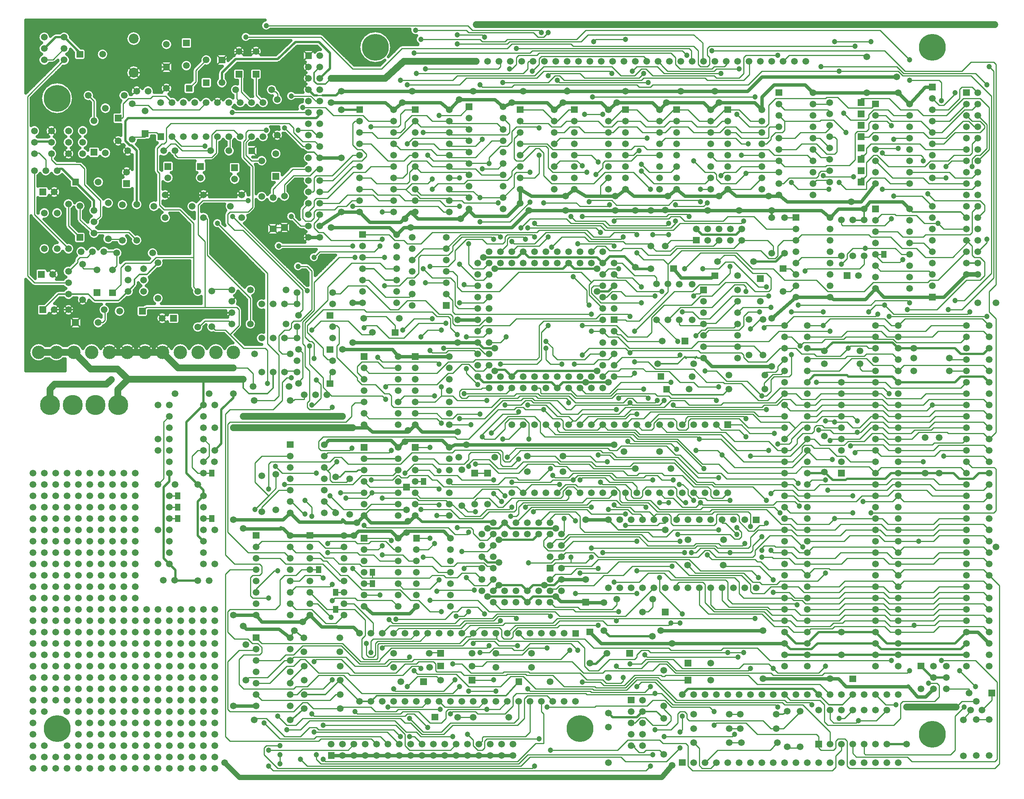
<source format=gbl>
%FSLAX34Y34*%
%MOMM*%
%LNSILK_TOP*%
G71*
G01*
%ADD10C, 1.52*%
%ADD11C, 4.50*%
%ADD12C, 1.20*%
%ADD13C, 1.50*%
%ADD14C, 6.00*%
%ADD15C, 2.20*%
%ADD16C, 3.00*%
%ADD17C, 0.25*%
%ADD18C, 0.50*%
%ADD19C, 1.50*%
%ADD20C, 0.30*%
%ADD21C, 0.40*%
%ADD22C, 0.80*%
%ADD23C, 0.60*%
%ADD24C, 1.20*%
%ADD25C, 1.00*%
%ADD26C, 0.64*%
%ADD27C, 0.38*%
%ADD28C, 0.25*%
%ADD29C, 0.50*%
%ADD30C, 1.50*%
%ADD31R, 1.30X1.50*%
%LPD*%
X26670Y55245D02*
G54D10*
D03*
X52070Y55245D02*
G54D10*
D03*
X26670Y80645D02*
G54D10*
D03*
X52070Y80645D02*
G54D10*
D03*
X26670Y156845D02*
G54D10*
D03*
X52070Y156845D02*
G54D10*
D03*
X26670Y131445D02*
G54D10*
D03*
X52070Y233045D02*
G54D10*
D03*
X52070Y207645D02*
G54D10*
D03*
X26670Y233045D02*
G54D10*
D03*
X26670Y207645D02*
G54D10*
D03*
X52070Y309245D02*
G54D10*
D03*
X52070Y283845D02*
G54D10*
D03*
X26670Y309245D02*
G54D10*
D03*
X26670Y283845D02*
G54D10*
D03*
X52070Y385445D02*
G54D10*
D03*
X52070Y360045D02*
G54D10*
D03*
X26670Y385445D02*
G54D10*
D03*
X26670Y360045D02*
G54D10*
D03*
X52070Y461645D02*
G54D10*
D03*
X52070Y436245D02*
G54D10*
D03*
X26670Y461645D02*
G54D10*
D03*
X26670Y436245D02*
G54D10*
D03*
X52070Y537845D02*
G54D10*
D03*
X52070Y512445D02*
G54D10*
D03*
X26670Y537845D02*
G54D10*
D03*
X26670Y512445D02*
G54D10*
D03*
X52070Y614045D02*
G54D10*
D03*
X52070Y588645D02*
G54D10*
D03*
X26670Y614045D02*
G54D10*
D03*
X26670Y588645D02*
G54D10*
D03*
X52070Y664845D02*
G54D10*
D03*
X26670Y664845D02*
G54D10*
D03*
X64770Y842650D02*
G54D11*
D03*
X128270Y55245D02*
G54D10*
D03*
X102870Y55245D02*
G54D10*
D03*
X128270Y80645D02*
G54D10*
D03*
X102870Y80645D02*
G54D10*
D03*
X128270Y156845D02*
G54D10*
D03*
X102235Y156845D02*
G54D10*
D03*
X128270Y131445D02*
G54D10*
D03*
X128270Y233045D02*
G54D10*
D03*
X128270Y207645D02*
G54D10*
D03*
X102870Y233045D02*
G54D10*
D03*
X102870Y207645D02*
G54D10*
D03*
X128270Y309245D02*
G54D10*
D03*
X128270Y283845D02*
G54D10*
D03*
X102870Y309245D02*
G54D10*
D03*
X102870Y283845D02*
G54D10*
D03*
X128270Y385445D02*
G54D10*
D03*
X128270Y360045D02*
G54D10*
D03*
X102870Y385445D02*
G54D10*
D03*
X102870Y360045D02*
G54D10*
D03*
X128270Y461645D02*
G54D10*
D03*
X128270Y436245D02*
G54D10*
D03*
X102870Y461645D02*
G54D10*
D03*
X102870Y436245D02*
G54D10*
D03*
X128270Y537845D02*
G54D10*
D03*
X128270Y512445D02*
G54D10*
D03*
X102870Y537845D02*
G54D10*
D03*
X102870Y512445D02*
G54D10*
D03*
X128270Y614045D02*
G54D10*
D03*
X128270Y588645D02*
G54D10*
D03*
X102870Y614045D02*
G54D10*
D03*
X102870Y588645D02*
G54D10*
D03*
X128270Y664845D02*
G54D10*
D03*
X102870Y664845D02*
G54D10*
D03*
X204470Y80645D02*
G54D10*
D03*
X204470Y55245D02*
G54D10*
D03*
X179070Y80645D02*
G54D10*
D03*
X179070Y55245D02*
G54D10*
D03*
X204470Y131445D02*
G54D10*
D03*
X204470Y156845D02*
G54D10*
D03*
X179070Y131445D02*
G54D10*
D03*
X179070Y156845D02*
G54D10*
D03*
X204470Y233045D02*
G54D10*
D03*
X204470Y207645D02*
G54D10*
D03*
X179070Y233045D02*
G54D10*
D03*
X179070Y207645D02*
G54D10*
D03*
X204470Y309245D02*
G54D10*
D03*
X204470Y283845D02*
G54D10*
D03*
X179070Y309245D02*
G54D10*
D03*
X179070Y283845D02*
G54D10*
D03*
X204470Y385445D02*
G54D10*
D03*
X204470Y360045D02*
G54D10*
D03*
X179070Y385445D02*
G54D10*
D03*
X179070Y360045D02*
G54D10*
D03*
X204470Y461645D02*
G54D10*
D03*
X204470Y436245D02*
G54D10*
D03*
X179070Y461645D02*
G54D10*
D03*
X179070Y436245D02*
G54D10*
D03*
X204470Y537845D02*
G54D10*
D03*
X204470Y512445D02*
G54D10*
D03*
X179070Y537845D02*
G54D10*
D03*
X179070Y512445D02*
G54D10*
D03*
X204470Y614045D02*
G54D10*
D03*
X204470Y588645D02*
G54D10*
D03*
X179070Y614045D02*
G54D10*
D03*
X179070Y588645D02*
G54D10*
D03*
X204470Y664845D02*
G54D10*
D03*
X179070Y664845D02*
G54D10*
D03*
X280670Y80645D02*
G54D10*
D03*
X280670Y55245D02*
G54D10*
D03*
X255270Y80645D02*
G54D10*
D03*
X255270Y55245D02*
G54D10*
D03*
X280670Y131445D02*
G54D10*
D03*
X280670Y156845D02*
G54D10*
D03*
X255270Y131445D02*
G54D10*
D03*
X255270Y156845D02*
G54D10*
D03*
X280670Y233045D02*
G54D10*
D03*
X280670Y207645D02*
G54D10*
D03*
X255270Y233045D02*
G54D10*
D03*
X255270Y207645D02*
G54D10*
D03*
X280670Y309245D02*
G54D10*
D03*
X280670Y283845D02*
G54D10*
D03*
X255270Y309245D02*
G54D10*
D03*
X255270Y283845D02*
G54D10*
D03*
X280670Y385445D02*
G54D10*
D03*
X280670Y360045D02*
G54D10*
D03*
X255270Y385445D02*
G54D10*
D03*
X255270Y360045D02*
G54D10*
D03*
X255270Y461645D02*
G54D10*
D03*
X255270Y436245D02*
G54D10*
D03*
X255270Y537845D02*
G54D10*
D03*
X255270Y512445D02*
G54D10*
D03*
X255270Y614045D02*
G54D10*
D03*
X255270Y588645D02*
G54D10*
D03*
X255270Y664845D02*
G54D10*
D03*
X356870Y80645D02*
G54D10*
D03*
X356870Y55245D02*
G54D10*
D03*
X331470Y80645D02*
G54D10*
D03*
X331470Y55245D02*
G54D10*
D03*
X356870Y131445D02*
G54D10*
D03*
X356870Y156845D02*
G54D10*
D03*
X331470Y131445D02*
G54D10*
D03*
X331470Y156845D02*
G54D10*
D03*
X356870Y233045D02*
G54D10*
D03*
X356870Y207645D02*
G54D10*
D03*
X331470Y233045D02*
G54D10*
D03*
X331470Y207645D02*
G54D10*
D03*
X356870Y309245D02*
G54D10*
D03*
X356870Y283845D02*
G54D10*
D03*
X331470Y309245D02*
G54D10*
D03*
X331470Y283845D02*
G54D10*
D03*
X356870Y360045D02*
G54D10*
D03*
X343667Y449919D02*
G54D10*
D03*
X331470Y360045D02*
G54D10*
D03*
X331470Y537845D02*
G54D10*
D03*
X331470Y512445D02*
G54D10*
D03*
X331470Y614045D02*
G54D10*
D03*
X331470Y588645D02*
G54D10*
D03*
X331470Y690245D02*
G54D10*
D03*
X331470Y766445D02*
G54D10*
D03*
X331470Y741045D02*
G54D10*
D03*
X331470Y842645D02*
G54D10*
D03*
X331470Y817245D02*
G54D10*
D03*
X433070Y80645D02*
G54D10*
D03*
X433070Y55245D02*
G54D10*
D03*
X407670Y80645D02*
G54D10*
D03*
X407670Y55245D02*
G54D10*
D03*
X433070Y131445D02*
G54D10*
D03*
X433070Y156845D02*
G54D10*
D03*
X407670Y131445D02*
G54D10*
D03*
X407670Y156845D02*
G54D10*
D03*
X433070Y233045D02*
G54D10*
D03*
X433070Y207645D02*
G54D10*
D03*
X407670Y233045D02*
G54D10*
D03*
X407670Y207645D02*
G54D10*
D03*
X433070Y309245D02*
G54D10*
D03*
X433070Y283845D02*
G54D10*
D03*
X407670Y309245D02*
G54D10*
D03*
X407670Y283845D02*
G54D10*
D03*
X433070Y360045D02*
G54D10*
D03*
X395186Y449633D02*
G54D10*
D03*
X407670Y360045D02*
G54D10*
D03*
X433070Y487045D02*
G54D10*
D03*
X433070Y563245D02*
G54D10*
D03*
X407670Y537845D02*
G54D10*
D03*
X407670Y512445D02*
G54D10*
D03*
X407670Y614045D02*
G54D10*
D03*
X407670Y588645D02*
G54D10*
D03*
X407670Y690245D02*
G54D10*
D03*
X408067Y766048D02*
G54D10*
D03*
X408067Y740648D02*
G54D10*
D03*
X408067Y842645D02*
G54D10*
D03*
X408067Y816848D02*
G54D10*
D03*
X410845Y1421765D02*
G54D12*
D03*
X474345Y169545D02*
G54D10*
D03*
X474345Y372745D02*
G54D10*
D03*
X474345Y585470D02*
G54D10*
D03*
X522605Y608965D02*
G54D12*
D03*
X496570Y817245D02*
G54D10*
D03*
X474345Y925195D02*
G54D10*
D03*
X496570Y899795D02*
G54D10*
D03*
X507365Y1299845D02*
G54D12*
D03*
X472821Y1264285D02*
G54D12*
D03*
X471805Y1496695D02*
G54D12*
D03*
X502285Y1665605D02*
G54D12*
D03*
X553085Y70485D02*
G54D12*
D03*
X578485Y40005D02*
G54D12*
D03*
X578485Y60325D02*
G54D12*
D03*
X578485Y80645D02*
G54D12*
D03*
X573405Y146685D02*
G54D12*
D03*
X593725Y116205D02*
G54D12*
D03*
X573405Y471805D02*
G54D12*
D03*
X588645Y664845D02*
G54D12*
D03*
X568325Y705485D02*
G54D12*
D03*
X553085Y654685D02*
G54D12*
D03*
X603885Y903605D02*
G54D12*
D03*
X550545Y890905D02*
G54D12*
D03*
X575945Y1198245D02*
G54D12*
D03*
X603885Y1264285D02*
G54D12*
D03*
X588645Y1462405D02*
G54D12*
D03*
X548005Y1457325D02*
G54D12*
D03*
X603885Y1533525D02*
G54D12*
D03*
X548005Y1691005D02*
G54D12*
D03*
X659765Y60325D02*
G54D12*
D03*
X624205Y50165D02*
G54D12*
D03*
X675005Y50165D02*
G54D12*
D03*
X649605Y151765D02*
G54D12*
D03*
X675005Y126365D02*
G54D12*
D03*
X654685Y268605D02*
G54D12*
D03*
X629920Y356870D02*
G54D10*
D03*
X675005Y455295D02*
G54D12*
D03*
X634365Y598805D02*
G54D12*
D03*
X634365Y629285D02*
G54D12*
D03*
X649605Y593725D02*
G54D12*
D03*
X659765Y690245D02*
G54D12*
D03*
X677545Y817245D02*
G54D10*
D03*
X649605Y842645D02*
G54D12*
D03*
X659765Y898525D02*
G54D12*
D03*
X649605Y1010285D02*
G54D12*
D03*
X644525Y974725D02*
G54D12*
D03*
X629285Y1508125D02*
G54D12*
D03*
X746125Y156845D02*
G54D12*
D03*
X741045Y476885D02*
G54D12*
D03*
X744220Y550545D02*
G54D10*
D03*
X750570Y579120D02*
G54D10*
D03*
X739775Y746125D02*
G54D12*
D03*
X718820Y817245D02*
G54D10*
D03*
X741045Y982345D02*
G54D10*
D03*
X718820Y966470D02*
G54D10*
D03*
X741045Y1071245D02*
G54D10*
D03*
X741045Y1198245D02*
G54D12*
D03*
X715645Y1274445D02*
G54D10*
D03*
X741045Y1287145D02*
G54D12*
D03*
X715645Y1503045D02*
G54D10*
D03*
X819785Y167005D02*
G54D12*
D03*
X832485Y207645D02*
G54D12*
D03*
X807085Y299085D02*
G54D12*
D03*
X781685Y288925D02*
G54D12*
D03*
X822325Y362585D02*
G54D12*
D03*
X827405Y539115D02*
G54D12*
D03*
X807085Y527685D02*
G54D12*
D03*
X807085Y507365D02*
G54D12*
D03*
X782447Y675005D02*
G54D12*
D03*
X827405Y741045D02*
G54D12*
D03*
X814705Y855345D02*
G54D12*
D03*
X814705Y883285D02*
G54D12*
D03*
X812165Y1109345D02*
G54D12*
D03*
X802005Y1198245D02*
G54D12*
D03*
X807085Y1213485D02*
G54D12*
D03*
X807085Y1274445D02*
G54D12*
D03*
X781685Y1464945D02*
G54D12*
D03*
X868045Y141605D02*
G54D12*
D03*
X908685Y121285D02*
G54D12*
D03*
X878205Y248285D02*
G54D12*
D03*
X862965Y212725D02*
G54D12*
D03*
X868045Y278765D02*
G54D12*
D03*
X898525Y502285D02*
G54D12*
D03*
X864870Y582295D02*
G54D10*
D03*
X893445Y608965D02*
G54D12*
D03*
X857885Y690245D02*
G54D12*
D03*
X858520Y760095D02*
G54D10*
D03*
X893445Y995045D02*
G54D12*
D03*
X852805Y1010285D02*
G54D12*
D03*
X903605Y1115695D02*
G54D12*
D03*
X898525Y1147445D02*
G54D12*
D03*
X862965Y1426845D02*
G54D12*
D03*
X898525Y1452245D02*
G54D12*
D03*
X883285Y1584325D02*
G54D12*
D03*
X903605Y1594485D02*
G54D12*
D03*
X881507Y1680845D02*
G54D12*
D03*
X893445Y1660525D02*
G54D12*
D03*
X959485Y151765D02*
G54D12*
D03*
X936625Y161925D02*
G54D12*
D03*
X979805Y212725D02*
G54D12*
D03*
X969645Y227965D02*
G54D12*
D03*
X939165Y380365D02*
G54D12*
D03*
X972185Y370205D02*
G54D12*
D03*
X934085Y451485D02*
G54D12*
D03*
X929005Y426085D02*
G54D12*
D03*
X984885Y514985D02*
G54D12*
D03*
X929005Y594995D02*
G54D12*
D03*
X934085Y619125D02*
G54D12*
D03*
X934085Y654685D02*
G54D12*
D03*
X934085Y695325D02*
G54D12*
D03*
X939165Y802005D02*
G54D12*
D03*
X979805Y812165D02*
G54D12*
D03*
X934085Y934085D02*
G54D12*
D03*
X939165Y883285D02*
G54D12*
D03*
X975995Y982345D02*
G54D10*
D03*
X939165Y1010285D02*
G54D12*
D03*
X944245Y969645D02*
G54D12*
D03*
X974725Y1000125D02*
G54D12*
D03*
X975995Y1033145D02*
G54D10*
D03*
X979805Y1071245D02*
G54D12*
D03*
X979805Y1157605D02*
G54D12*
D03*
X979805Y1287145D02*
G54D12*
D03*
X979805Y1350645D02*
G54D12*
D03*
X979170Y1525270D02*
G54D10*
D03*
X934085Y1490345D02*
G54D12*
D03*
X974725Y1670685D02*
G54D12*
D03*
X974725Y1650365D02*
G54D12*
D03*
X1040765Y161925D02*
G54D12*
D03*
X1061085Y202565D02*
G54D12*
D03*
X1056005Y227965D02*
G54D12*
D03*
X1010285Y309245D02*
G54D12*
D03*
X1045845Y304165D02*
G54D12*
D03*
X1025525Y288925D02*
G54D12*
D03*
X1035685Y375285D02*
G54D12*
D03*
X1012825Y428625D02*
G54D12*
D03*
X1015365Y603885D02*
G54D12*
D03*
X1056005Y675005D02*
G54D12*
D03*
X1050925Y779399D02*
G54D12*
D03*
X1030605Y771525D02*
G54D12*
D03*
X1025525Y822325D02*
G54D12*
D03*
X1040765Y852805D02*
G54D12*
D03*
X1058545Y918845D02*
G54D10*
D03*
X1020445Y888365D02*
G54D12*
D03*
X1058545Y969645D02*
G54D10*
D03*
X1058545Y1147445D02*
G54D10*
D03*
X1056005Y1213485D02*
G54D12*
D03*
X1025525Y1306195D02*
G54D12*
D03*
X1045845Y1382395D02*
G54D12*
D03*
X1030605Y1370965D02*
G54D12*
D03*
X1030605Y1437005D02*
G54D12*
D03*
X1017270Y1693545D02*
G54D10*
D03*
X1035685Y1665605D02*
G54D12*
D03*
X1132205Y207645D02*
G54D12*
D03*
X1109345Y304165D02*
G54D12*
D03*
X1106805Y365125D02*
G54D12*
D03*
X1094105Y593725D02*
G54D12*
D03*
X1127125Y614045D02*
G54D12*
D03*
X1096645Y614045D02*
G54D12*
D03*
X1096645Y669925D02*
G54D12*
D03*
X1086485Y725805D02*
G54D12*
D03*
X1134745Y766445D02*
G54D12*
D03*
X1132205Y842645D02*
G54D12*
D03*
X1111885Y827405D02*
G54D12*
D03*
X1081405Y842645D02*
G54D12*
D03*
X1083945Y995045D02*
G54D12*
D03*
X1127125Y1213485D02*
G54D12*
D03*
X1132205Y1238885D02*
G54D12*
D03*
X1096645Y1208405D02*
G54D12*
D03*
X1116965Y1238885D02*
G54D12*
D03*
X1115695Y1293495D02*
G54D10*
D03*
X1134745Y1277620D02*
G54D10*
D03*
X1137285Y1296543D02*
G54D12*
D03*
X1137285Y1363345D02*
G54D12*
D03*
X1096645Y1518920D02*
G54D10*
D03*
X1091565Y1594485D02*
G54D12*
D03*
X1106805Y1640205D02*
G54D12*
D03*
X1157605Y95885D02*
G54D12*
D03*
X1183005Y70485D02*
G54D12*
D03*
X1175385Y167005D02*
G54D12*
D03*
X1175385Y299085D02*
G54D12*
D03*
X1183005Y370205D02*
G54D12*
D03*
X1169670Y439420D02*
G54D10*
D03*
X1213485Y588645D02*
G54D12*
D03*
X1203325Y664845D02*
G54D12*
D03*
X1183005Y700405D02*
G54D12*
D03*
X1188085Y685165D02*
G54D12*
D03*
X1167765Y832485D02*
G54D12*
D03*
X1208405Y934085D02*
G54D12*
D03*
X1172845Y969645D02*
G54D12*
D03*
X1173099Y984885D02*
G54D12*
D03*
X1177925Y1218565D02*
G54D12*
D03*
X1185545Y1195705D02*
G54D12*
D03*
X1167765Y1294765D02*
G54D12*
D03*
X1157605Y1462405D02*
G54D12*
D03*
X1210945Y1518920D02*
G54D10*
D03*
X1198245Y1569085D02*
G54D12*
D03*
X1177925Y1579245D02*
G54D12*
D03*
X1177925Y1675765D02*
G54D12*
D03*
X1162685Y1675765D02*
G54D12*
D03*
X1254125Y222885D02*
G54D12*
D03*
X1243965Y294005D02*
G54D12*
D03*
X1289685Y349885D02*
G54D12*
D03*
X1249045Y466725D02*
G54D12*
D03*
X1238885Y421005D02*
G54D12*
D03*
X1289685Y476885D02*
G54D12*
D03*
X1274445Y522605D02*
G54D12*
D03*
X1274445Y502285D02*
G54D12*
D03*
X1261745Y586105D02*
G54D10*
D03*
X1239139Y583565D02*
G54D12*
D03*
X1274445Y614045D02*
G54D12*
D03*
X1249045Y675005D02*
G54D12*
D03*
X1233805Y675005D02*
G54D12*
D03*
X1289685Y730885D02*
G54D12*
D03*
X1261745Y893445D02*
G54D10*
D03*
X1287145Y918845D02*
G54D10*
D03*
X1236345Y934085D02*
G54D12*
D03*
X1254125Y954405D02*
G54D12*
D03*
X1274445Y1007745D02*
G54D12*
D03*
X1274445Y1045845D02*
G54D12*
D03*
X1269365Y1066165D02*
G54D12*
D03*
X1287145Y1147445D02*
G54D10*
D03*
X1233805Y1129665D02*
G54D12*
D03*
X1243965Y1203325D02*
G54D12*
D03*
X1269365Y1296797D02*
G54D12*
D03*
X1254125Y1264285D02*
G54D12*
D03*
X1289685Y1386205D02*
G54D12*
D03*
X1254125Y1377315D02*
G54D12*
D03*
X1264285Y1363345D02*
G54D12*
D03*
X1284605Y1358265D02*
G54D12*
D03*
X1276985Y1531493D02*
G54D12*
D03*
X1259205Y1492885D02*
G54D12*
D03*
X1279525Y1655445D02*
G54D12*
D03*
X1345565Y233045D02*
G54D12*
D03*
X1330325Y360045D02*
G54D12*
D03*
X1335405Y380365D02*
G54D12*
D03*
X1325245Y446405D02*
G54D12*
D03*
X1325245Y619125D02*
G54D12*
D03*
X1350645Y573405D02*
G54D12*
D03*
X1350645Y598805D02*
G54D12*
D03*
X1312545Y608965D02*
G54D12*
D03*
X1325245Y753745D02*
G54D10*
D03*
X1355725Y761365D02*
G54D12*
D03*
X1335405Y857885D02*
G54D12*
D03*
X1330325Y832485D02*
G54D12*
D03*
X1360805Y847725D02*
G54D12*
D03*
X1312545Y893445D02*
G54D10*
D03*
X1360805Y959485D02*
G54D12*
D03*
X1360805Y1040765D02*
G54D12*
D03*
X1335405Y1147445D02*
G54D12*
D03*
X1345565Y1218565D02*
G54D12*
D03*
X1325245Y1198245D02*
G54D12*
D03*
X1328420Y1309370D02*
G54D10*
D03*
X1328420Y1277620D02*
G54D10*
D03*
X1315085Y1290193D02*
G54D12*
D03*
X1331595Y1518920D02*
G54D10*
D03*
X1365885Y1589405D02*
G54D12*
D03*
X1320165Y1584325D02*
G54D12*
D03*
X1350645Y1660525D02*
G54D12*
D03*
X1411605Y60325D02*
G54D12*
D03*
X1416685Y116205D02*
G54D12*
D03*
X1416685Y197485D02*
G54D12*
D03*
X1406525Y212725D02*
G54D12*
D03*
X1393825Y283845D02*
G54D12*
D03*
X1426845Y456565D02*
G54D12*
D03*
X1396365Y614045D02*
G54D12*
D03*
X1426845Y624205D02*
G54D12*
D03*
X1411605Y675005D02*
G54D12*
D03*
X1401445Y857885D02*
G54D12*
D03*
X1421765Y852805D02*
G54D12*
D03*
X1437005Y852805D02*
G54D12*
D03*
X1391285Y878205D02*
G54D12*
D03*
X1416685Y1086485D02*
G54D12*
D03*
X1386205Y1071245D02*
G54D12*
D03*
X1386205Y1106805D02*
G54D12*
D03*
X1411605Y1223645D02*
G54D12*
D03*
X1386205Y1365885D02*
G54D12*
D03*
X1386205Y1381125D02*
G54D12*
D03*
X1398905Y1439545D02*
G54D12*
D03*
X1401445Y1564005D02*
G54D12*
D03*
X1391285Y1584325D02*
G54D12*
D03*
X1472565Y75565D02*
G54D12*
D03*
X1477645Y146685D02*
G54D12*
D03*
X1477645Y375285D02*
G54D12*
D03*
X1472565Y354965D02*
G54D12*
D03*
X1467485Y553085D02*
G54D12*
D03*
X1472565Y537845D02*
G54D12*
D03*
X1497965Y512445D02*
G54D12*
D03*
X1482725Y512445D02*
G54D12*
D03*
X1485265Y624205D02*
G54D12*
D03*
X1518285Y624205D02*
G54D12*
D03*
X1503045Y629285D02*
G54D12*
D03*
X1471295Y664845D02*
G54D12*
D03*
X1515745Y766445D02*
G54D12*
D03*
X1508125Y741045D02*
G54D12*
D03*
X1464945Y743585D02*
G54D12*
D03*
X1467485Y984885D02*
G54D12*
D03*
X1472565Y954405D02*
G54D12*
D03*
X1508125Y997585D02*
G54D12*
D03*
X1503045Y1086485D02*
G54D12*
D03*
X1477645Y1050925D02*
G54D12*
D03*
X1482725Y1147445D02*
G54D12*
D03*
X1518285Y1296797D02*
G54D12*
D03*
X1492885Y1264285D02*
G54D12*
D03*
X1462405Y1290193D02*
G54D12*
D03*
X1503045Y1388745D02*
G54D12*
D03*
X1548765Y156845D02*
G54D12*
D03*
X1548765Y126365D02*
G54D12*
D03*
X1579245Y288925D02*
G54D12*
D03*
X1584325Y512445D02*
G54D12*
D03*
X1584325Y629285D02*
G54D12*
D03*
X1558925Y680085D02*
G54D12*
D03*
X1566545Y730885D02*
G54D12*
D03*
X1553845Y852805D02*
G54D12*
D03*
X1558925Y883285D02*
G54D12*
D03*
G36*
X1543164Y1139076D02*
X1558176Y1139076D01*
X1558176Y1124064D01*
X1543164Y1124064D01*
X1543164Y1139076D01*
G37*
X1584325Y1152525D02*
G54D12*
D03*
X1560195Y1309370D02*
G54D10*
D03*
X1564005Y1355725D02*
G54D12*
D03*
X1560195Y1518920D02*
G54D10*
D03*
X1564005Y1584325D02*
G54D12*
D03*
X1658620Y229870D02*
G54D10*
D03*
X1614805Y288925D02*
G54D12*
D03*
X1640205Y365125D02*
G54D12*
D03*
X1647825Y456565D02*
G54D12*
D03*
X1655445Y502285D02*
G54D12*
D03*
X1655445Y517525D02*
G54D12*
D03*
X1617345Y532765D02*
G54D12*
D03*
X1655445Y548005D02*
G54D12*
D03*
X1665605Y629285D02*
G54D12*
D03*
X1665605Y578485D02*
G54D12*
D03*
X1670685Y741045D02*
G54D12*
D03*
X1630045Y728345D02*
G54D12*
D03*
X1619885Y771525D02*
G54D12*
D03*
X1619885Y812165D02*
G54D12*
D03*
X1665605Y832485D02*
G54D12*
D03*
X1670685Y1086485D02*
G54D12*
D03*
X1650365Y1050925D02*
G54D12*
D03*
X1665605Y1106805D02*
G54D12*
D03*
X1619885Y1360805D02*
G54D12*
D03*
X1624965Y1426845D02*
G54D12*
D03*
X1640205Y1531493D02*
G54D12*
D03*
X1691005Y167005D02*
G54D12*
D03*
X1734185Y395605D02*
G54D12*
D03*
X1746885Y525145D02*
G54D12*
D03*
X1696085Y601345D02*
G54D12*
D03*
X1739265Y616585D02*
G54D12*
D03*
X1736725Y667385D02*
G54D12*
D03*
X1691005Y755015D02*
G54D12*
D03*
X1721485Y954659D02*
G54D12*
D03*
X1741551Y974725D02*
G54D12*
D03*
X1736725Y1066165D02*
G54D12*
D03*
X1721485Y1050925D02*
G54D12*
D03*
X1721485Y1340485D02*
G54D12*
D03*
X1767205Y172085D02*
G54D12*
D03*
X1797685Y466725D02*
G54D12*
D03*
X1818005Y588645D02*
G54D12*
D03*
X1802765Y652145D02*
G54D12*
D03*
X1797685Y675005D02*
G54D12*
D03*
X1807845Y762635D02*
G54D12*
D03*
X1818005Y804545D02*
G54D12*
D03*
X1797685Y807085D02*
G54D12*
D03*
X1777365Y893445D02*
G54D12*
D03*
X1807845Y1007745D02*
G54D12*
D03*
X1792605Y1050925D02*
G54D12*
D03*
X1792605Y1355725D02*
G54D12*
D03*
X1787525Y1599565D02*
G54D12*
D03*
X1818005Y1655445D02*
G54D12*
D03*
X1871345Y136525D02*
G54D12*
D03*
X1899285Y601345D02*
G54D12*
D03*
X1881505Y626745D02*
G54D12*
D03*
X1858645Y601345D02*
G54D12*
D03*
X1863725Y735965D02*
G54D12*
D03*
X1868805Y781685D02*
G54D12*
D03*
X1853565Y751205D02*
G54D12*
D03*
X1868805Y807085D02*
G54D12*
D03*
X1848485Y969645D02*
G54D12*
D03*
X1894205Y1050925D02*
G54D12*
D03*
X1886585Y1193165D02*
G54D12*
D03*
X1855470Y1296670D02*
G54D10*
D03*
X1884045Y1280795D02*
G54D10*
D03*
X1860423Y1353185D02*
G54D12*
D03*
X1843405Y1452245D02*
G54D12*
D03*
X1899285Y1655445D02*
G54D12*
D03*
X1863725Y1645285D02*
G54D12*
D03*
X1955165Y172085D02*
G54D12*
D03*
X1945005Y271145D02*
G54D12*
D03*
X1929765Y1066165D02*
G54D12*
D03*
X1939925Y1040765D02*
G54D12*
D03*
X1945005Y1259205D02*
G54D12*
D03*
X1950085Y1310005D02*
G54D12*
D03*
X1945005Y1467485D02*
G54D12*
D03*
X1960245Y1416685D02*
G54D12*
D03*
X1950085Y1437005D02*
G54D12*
D03*
X1960245Y1541145D02*
G54D10*
D03*
X1957070Y1576070D02*
G54D10*
D03*
X2028063Y220345D02*
G54D12*
D03*
X1995805Y349885D02*
G54D12*
D03*
X2005965Y537845D02*
G54D12*
D03*
X2036445Y842645D02*
G54D12*
D03*
X2026285Y1315085D02*
G54D12*
D03*
X2016125Y1388745D02*
G54D12*
D03*
X2090420Y166370D02*
G54D10*
D03*
X2107565Y167005D02*
G54D12*
D03*
X2097405Y248285D02*
G54D12*
D03*
X2087245Y1076325D02*
G54D12*
D03*
X2072005Y1056005D02*
G54D12*
D03*
X2120265Y1050925D02*
G54D12*
D03*
X2125345Y1376045D02*
G54D12*
D03*
X2087245Y1541145D02*
G54D12*
D03*
X2179320Y525145D02*
G54D10*
D03*
X2179320Y1071245D02*
G54D10*
D03*
X2158365Y1040765D02*
G54D12*
D03*
X2158365Y1213485D02*
G54D12*
D03*
X2163445Y1599565D02*
G54D12*
D03*
X2176145Y1693545D02*
G54D10*
D03*
X26670Y29845D02*
G54D10*
D03*
X52070Y29845D02*
G54D10*
D03*
X52070Y258445D02*
G54D10*
D03*
X52070Y334645D02*
G54D10*
D03*
X26670Y258445D02*
G54D10*
D03*
X26670Y334645D02*
G54D10*
D03*
X52070Y182245D02*
G54D10*
D03*
X26670Y182245D02*
G54D10*
D03*
X26670Y106045D02*
G54D10*
D03*
X52070Y410845D02*
G54D10*
D03*
X52070Y487045D02*
G54D10*
D03*
X52070Y563245D02*
G54D10*
D03*
X52070Y639445D02*
G54D10*
D03*
X26670Y410845D02*
G54D10*
D03*
X26670Y487045D02*
G54D10*
D03*
X26670Y563245D02*
G54D10*
D03*
X26670Y639445D02*
G54D10*
D03*
X52070Y1191895D02*
G54D13*
D03*
X52070Y1271880D02*
G54D13*
D03*
X29845Y1455420D02*
G54D10*
D03*
X29845Y1404620D02*
G54D10*
D03*
X29845Y1430020D02*
G54D10*
D03*
X52070Y1664970D02*
G54D10*
D03*
X52070Y1614170D02*
G54D10*
D03*
X52070Y1639570D02*
G54D10*
D03*
X128270Y29845D02*
G54D10*
D03*
X102870Y29845D02*
G54D10*
D03*
X128270Y258445D02*
G54D10*
D03*
X128270Y334645D02*
G54D10*
D03*
X102870Y258445D02*
G54D10*
D03*
X102870Y334645D02*
G54D10*
D03*
X128270Y182245D02*
G54D10*
D03*
X102870Y182245D02*
G54D10*
D03*
X128270Y106045D02*
G54D10*
D03*
X128270Y410845D02*
G54D10*
D03*
X128270Y487045D02*
G54D10*
D03*
X128270Y563245D02*
G54D10*
D03*
X128270Y639445D02*
G54D10*
D03*
X102870Y410845D02*
G54D10*
D03*
X102870Y487045D02*
G54D10*
D03*
X102870Y563245D02*
G54D10*
D03*
X102870Y639445D02*
G54D10*
D03*
X137795Y1077595D02*
G54D13*
D03*
X137795Y1157580D02*
G54D13*
D03*
X106045Y1141095D02*
G54D10*
D03*
X106045Y1090295D02*
G54D10*
D03*
X106045Y1115695D02*
G54D10*
D03*
X137795Y1455420D02*
G54D10*
D03*
X137795Y1404620D02*
G54D10*
D03*
X137795Y1430020D02*
G54D10*
D03*
X106045Y1404620D02*
G54D10*
D03*
X106045Y1455420D02*
G54D10*
D03*
X106045Y1430020D02*
G54D10*
D03*
X96520Y1614170D02*
G54D10*
D03*
X96520Y1664970D02*
G54D10*
D03*
X96520Y1639570D02*
G54D10*
D03*
X204470Y29845D02*
G54D10*
D03*
X179070Y29845D02*
G54D10*
D03*
X204470Y258445D02*
G54D10*
D03*
X204470Y334645D02*
G54D10*
D03*
X179070Y258445D02*
G54D10*
D03*
X179070Y334645D02*
G54D10*
D03*
X204470Y106045D02*
G54D10*
D03*
X179070Y106045D02*
G54D10*
D03*
X204470Y182245D02*
G54D10*
D03*
X179070Y182245D02*
G54D10*
D03*
X204470Y410845D02*
G54D10*
D03*
X204470Y487045D02*
G54D10*
D03*
X204470Y563245D02*
G54D10*
D03*
X204470Y639445D02*
G54D10*
D03*
X179070Y410845D02*
G54D10*
D03*
X179070Y487045D02*
G54D10*
D03*
X179070Y563245D02*
G54D10*
D03*
X179070Y639445D02*
G54D10*
D03*
G36*
X196964Y1100976D02*
X211976Y1100976D01*
X211976Y1085964D01*
X196964Y1085964D01*
X196964Y1100976D01*
G37*
X204470Y1144270D02*
G54D13*
D03*
X188595Y1506220D02*
G54D10*
D03*
X188595Y1406194D02*
G54D10*
D03*
X280670Y29845D02*
G54D10*
D03*
X255270Y29845D02*
G54D10*
D03*
X280670Y258445D02*
G54D10*
D03*
X280670Y334645D02*
G54D10*
D03*
X255270Y258445D02*
G54D10*
D03*
X255270Y334645D02*
G54D10*
D03*
X280670Y106045D02*
G54D10*
D03*
X255270Y106045D02*
G54D10*
D03*
X280670Y182245D02*
G54D10*
D03*
X255270Y182245D02*
G54D10*
D03*
X255270Y410845D02*
G54D10*
D03*
X255270Y487045D02*
G54D10*
D03*
X255270Y563245D02*
G54D10*
D03*
X255270Y639445D02*
G54D10*
D03*
X344170Y868045D02*
G54D10*
D03*
X274320Y1096645D02*
G54D10*
D03*
X274320Y1147445D02*
G54D10*
D03*
X274320Y1122045D02*
G54D10*
D03*
X283845Y1544320D02*
G54D10*
D03*
X258445Y1544320D02*
G54D10*
D03*
X248920Y1436370D02*
G54D13*
D03*
X248920Y1516354D02*
G54D13*
D03*
G36*
X269875Y1456690D02*
X285115Y1456690D01*
X285115Y1441450D01*
X269875Y1441450D01*
X269875Y1456690D01*
G37*
X277495Y1499870D02*
G54D10*
D03*
X356870Y29845D02*
G54D10*
D03*
X331470Y29845D02*
G54D10*
D03*
X356870Y258445D02*
G54D10*
D03*
X356870Y334645D02*
G54D10*
D03*
X331470Y258445D02*
G54D10*
D03*
X331470Y334645D02*
G54D10*
D03*
X356870Y106045D02*
G54D10*
D03*
X331470Y106045D02*
G54D10*
D03*
X356870Y182245D02*
G54D10*
D03*
X331470Y182245D02*
G54D10*
D03*
X318267Y449919D02*
G54D10*
D03*
X331470Y487045D02*
G54D10*
D03*
X331470Y563245D02*
G54D10*
D03*
X331470Y639445D02*
G54D10*
D03*
X420370Y868045D02*
G54D10*
D03*
X331470Y715645D02*
G54D10*
D03*
X331470Y791845D02*
G54D10*
D03*
X407670Y29845D02*
G54D10*
D03*
X433070Y29845D02*
G54D10*
D03*
X433070Y258445D02*
G54D10*
D03*
X433070Y334645D02*
G54D10*
D03*
X407670Y258445D02*
G54D10*
D03*
X407670Y334645D02*
G54D10*
D03*
X433070Y106045D02*
G54D10*
D03*
X407670Y106045D02*
G54D10*
D03*
X433070Y182245D02*
G54D10*
D03*
X407670Y182245D02*
G54D10*
D03*
X420586Y449633D02*
G54D10*
D03*
X407670Y487045D02*
G54D10*
D03*
X407670Y563245D02*
G54D10*
D03*
X407670Y639445D02*
G54D10*
D03*
X407670Y715645D02*
G54D10*
D03*
X408067Y791448D02*
G54D10*
D03*
X438785Y1249045D02*
G54D12*
D03*
X426720Y1017270D02*
G54D10*
D03*
X426720Y1097254D02*
G54D10*
D03*
X496570Y347742D02*
G54D10*
D03*
X502920Y226695D02*
G54D10*
D03*
X502920Y306680D02*
G54D10*
D03*
X496570Y566420D02*
G54D10*
D03*
X474345Y791845D02*
G54D10*
D03*
X553085Y34925D02*
G54D12*
D03*
X553085Y410845D02*
G54D12*
D03*
G36*
X562089Y1361326D02*
X577101Y1361326D01*
X577101Y1346314D01*
X562089Y1346314D01*
X562089Y1361326D01*
G37*
X569595Y1404620D02*
G54D13*
D03*
X572770Y1445895D02*
G54D13*
D03*
X572770Y1525880D02*
G54D13*
D03*
X654685Y111125D02*
G54D12*
D03*
X654685Y946785D02*
G54D12*
D03*
X654685Y1172845D02*
G54D12*
D03*
X639445Y1097661D02*
G54D12*
D03*
X725805Y634365D02*
G54D12*
D03*
X714375Y645795D02*
G54D12*
D03*
X741045Y791845D02*
G54D10*
D03*
X705485Y715645D02*
G54D12*
D03*
X746125Y1172845D02*
G54D12*
D03*
X715645Y1544320D02*
G54D10*
D03*
X715645Y1395095D02*
G54D10*
D03*
X784225Y645795D02*
G54D12*
D03*
X802005Y417195D02*
G54D12*
D03*
X807085Y634365D02*
G54D12*
D03*
X796925Y949325D02*
G54D12*
D03*
X812165Y1172845D02*
G54D12*
D03*
X893445Y253365D02*
G54D12*
D03*
X868045Y100965D02*
G54D12*
D03*
X861695Y556895D02*
G54D10*
D03*
X864870Y785495D02*
G54D10*
D03*
X858520Y1258570D02*
G54D10*
D03*
X871220Y1239520D02*
G54D10*
D03*
X874395Y1544320D02*
G54D10*
D03*
X908685Y1401445D02*
G54D12*
D03*
X862965Y1558925D02*
G54D12*
D03*
X878205Y1630045D02*
G54D12*
D03*
X964565Y263525D02*
G54D12*
D03*
X964565Y100965D02*
G54D12*
D03*
X974725Y568325D02*
G54D12*
D03*
X975995Y782320D02*
G54D10*
D03*
X982345Y1258570D02*
G54D10*
D03*
X949325Y1025525D02*
G54D12*
D03*
X1042670Y414020D02*
G54D10*
D03*
X1042670Y566420D02*
G54D10*
D03*
X1056005Y644525D02*
G54D12*
D03*
X1015365Y710565D02*
G54D12*
D03*
X1005205Y798195D02*
G54D12*
D03*
X1033145Y1172845D02*
G54D10*
D03*
X1025525Y1252093D02*
G54D12*
D03*
X1010920Y1544320D02*
G54D10*
D03*
X1025525Y1558925D02*
G54D12*
D03*
X1133983Y489585D02*
G54D12*
D03*
X1081405Y639445D02*
G54D12*
D03*
X1111885Y720979D02*
G54D12*
D03*
X1122045Y1544320D02*
G54D10*
D03*
X1195070Y414020D02*
G54D10*
D03*
X1195070Y566420D02*
G54D10*
D03*
X1177925Y1020191D02*
G54D12*
D03*
X1157605Y1401445D02*
G54D12*
D03*
G36*
X1263764Y342151D02*
X1278776Y342151D01*
X1278776Y327139D01*
X1263764Y327139D01*
X1263764Y342151D01*
G37*
X1271270Y264642D02*
G54D13*
D03*
G36*
X1254239Y408826D02*
X1269251Y408826D01*
X1269251Y393814D01*
X1254239Y393814D01*
X1254239Y408826D01*
G37*
X1261745Y452120D02*
G54D13*
D03*
X1287145Y1096645D02*
G54D10*
D03*
X1254125Y1020445D02*
G54D12*
D03*
X1330325Y258445D02*
G54D12*
D03*
X1360805Y263525D02*
G54D12*
D03*
X1310005Y715645D02*
G54D12*
D03*
X1325245Y1254125D02*
G54D12*
D03*
X1350645Y1544320D02*
G54D10*
D03*
X1406525Y34925D02*
G54D12*
D03*
X1410970Y325120D02*
G54D10*
D03*
X1437005Y100965D02*
G54D12*
D03*
X1436370Y248920D02*
G54D13*
D03*
X1436370Y168910D02*
G54D13*
D03*
X1439545Y563245D02*
G54D10*
D03*
X1431925Y1096645D02*
G54D12*
D03*
X1420495Y1033145D02*
G54D10*
D03*
X1420495Y1113130D02*
G54D10*
D03*
X1406525Y1325245D02*
G54D12*
D03*
X1472565Y111125D02*
G54D12*
D03*
X1462405Y1254125D02*
G54D12*
D03*
X1499870Y1112520D02*
G54D13*
D03*
X1499870Y1032510D02*
G54D13*
D03*
X1471295Y1112520D02*
G54D13*
D03*
X1471295Y1032510D02*
G54D13*
D03*
X1474470Y1544320D02*
G54D10*
D03*
X1518285Y1325245D02*
G54D12*
D03*
X1487805Y1624965D02*
G54D12*
D03*
X1594485Y106045D02*
G54D12*
D03*
X1558925Y563245D02*
G54D12*
D03*
X1550670Y1544320D02*
G54D10*
D03*
X1543685Y1635125D02*
G54D12*
D03*
X1658620Y337820D02*
G54D10*
D03*
X1630045Y253365D02*
G54D12*
D03*
X1630045Y570865D02*
G54D12*
D03*
X1655445Y862965D02*
G54D12*
D03*
X1660525Y1015365D02*
G54D12*
D03*
X1614805Y1254125D02*
G54D12*
D03*
X1630045Y1012825D02*
G54D12*
D03*
X1619885Y1096645D02*
G54D12*
D03*
G36*
X1644764Y1132726D02*
X1659776Y1132726D01*
X1659776Y1117714D01*
X1644764Y1117714D01*
X1644764Y1132726D01*
G37*
X1652270Y1074420D02*
G54D13*
D03*
X1706245Y1261745D02*
G54D13*
D03*
X1706245Y1181735D02*
G54D13*
D03*
G36*
X1695564Y1154951D02*
X1710576Y1154951D01*
X1710576Y1139939D01*
X1695564Y1139939D01*
X1695564Y1154951D01*
G37*
X1703070Y1096645D02*
G54D13*
D03*
X1691005Y1624965D02*
G54D12*
D03*
X1797685Y258445D02*
G54D12*
D03*
X1782445Y786765D02*
G54D12*
D03*
X1812925Y720725D02*
G54D12*
D03*
X1795145Y772795D02*
G54D13*
D03*
X1795145Y692785D02*
G54D13*
D03*
X1792605Y1020445D02*
G54D12*
D03*
X1805305Y1325245D02*
G54D12*
D03*
X1858645Y639445D02*
G54D12*
D03*
X1858645Y1176020D02*
G54D13*
D03*
X1858645Y1256004D02*
G54D13*
D03*
X1884045Y1176020D02*
G54D13*
D03*
X1884045Y1256004D02*
G54D13*
D03*
X1939925Y868045D02*
G54D12*
D03*
X1970405Y1167765D02*
G54D12*
D03*
X1924685Y1406525D02*
G54D12*
D03*
X1924685Y1325245D02*
G54D12*
D03*
G36*
X2003539Y265951D02*
X2018551Y265951D01*
X2018551Y250939D01*
X2003539Y250939D01*
X2003539Y265951D01*
G37*
X2011045Y207645D02*
G54D13*
D03*
X2039620Y207645D02*
G54D10*
D03*
X2039620Y258445D02*
G54D10*
D03*
X2039620Y233045D02*
G54D10*
D03*
X2016125Y715645D02*
G54D12*
D03*
X2020570Y769620D02*
G54D13*
D03*
X2020570Y689610D02*
G54D13*
D03*
X2049145Y1249045D02*
G54D12*
D03*
X2158365Y1558925D02*
G54D12*
D03*
X106045Y1191895D02*
G54D10*
D03*
X106045Y1291895D02*
G54D10*
D03*
G36*
X123939Y1224801D02*
X138951Y1224801D01*
X138951Y1209789D01*
X123939Y1209789D01*
X123939Y1224801D01*
G37*
X131445Y1287272D02*
G54D13*
D03*
X194945Y1214120D02*
G54D13*
D03*
X194945Y1294104D02*
G54D13*
D03*
X258445Y1210945D02*
G54D13*
D03*
X258445Y1290930D02*
G54D13*
D03*
G36*
X406514Y1570876D02*
X421526Y1570876D01*
X421526Y1555864D01*
X406514Y1555864D01*
X406514Y1570876D01*
G37*
X414020Y1614170D02*
G54D13*
D03*
G36*
X479539Y1589926D02*
X494551Y1589926D01*
X494551Y1574914D01*
X479539Y1574914D01*
X479539Y1589926D01*
G37*
X487045Y1633220D02*
G54D13*
D03*
X569595Y607695D02*
G54D13*
D03*
X569595Y687680D02*
G54D13*
D03*
G36*
X555739Y1243851D02*
X570751Y1243851D01*
X570751Y1228839D01*
X555739Y1228839D01*
X555739Y1243851D01*
G37*
X563245Y1306322D02*
G54D13*
D03*
G36*
X581139Y1247026D02*
X596151Y1247026D01*
X596151Y1232014D01*
X581139Y1232014D01*
X581139Y1247026D01*
G37*
X588645Y1309497D02*
G54D13*
D03*
X734695Y677545D02*
G54D13*
D03*
X734695Y597535D02*
G54D13*
D03*
G36*
X854075Y666115D02*
X869315Y666115D01*
X869315Y650875D01*
X854075Y650875D01*
X854075Y666115D01*
G37*
X861695Y607695D02*
G54D10*
D03*
G36*
X1035050Y697865D02*
X1050290Y697865D01*
X1050290Y682625D01*
X1035050Y682625D01*
X1035050Y697865D01*
G37*
X1042670Y620242D02*
G54D10*
D03*
G36*
X1006475Y697865D02*
X1021715Y697865D01*
X1021715Y682625D01*
X1006475Y682625D01*
X1006475Y697865D01*
G37*
X1014095Y620242D02*
G54D10*
D03*
X1436370Y140970D02*
G54D13*
D03*
X1436370Y60960D02*
G54D13*
D03*
X1407795Y1277620D02*
G54D13*
D03*
X1407795Y1197610D02*
G54D13*
D03*
X1626870Y953770D02*
G54D13*
D03*
X1626870Y1033754D02*
G54D13*
D03*
X1658620Y953770D02*
G54D13*
D03*
X1658620Y1033754D02*
G54D13*
D03*
X1741170Y77470D02*
G54D13*
D03*
X1741170Y157454D02*
G54D13*
D03*
X1712595Y77470D02*
G54D13*
D03*
X1712595Y157454D02*
G54D13*
D03*
X1890395Y1541145D02*
G54D13*
D03*
X1890395Y1621130D02*
G54D13*
D03*
X2106295Y137795D02*
G54D13*
D03*
X2106295Y57785D02*
G54D13*
D03*
X2163445Y58420D02*
G54D13*
D03*
X2163445Y138404D02*
G54D13*
D03*
X77470Y55245D02*
G54D10*
D03*
X77470Y233045D02*
G54D10*
D03*
X77470Y207645D02*
G54D10*
D03*
X77470Y309245D02*
G54D10*
D03*
X77470Y283845D02*
G54D10*
D03*
X77470Y385445D02*
G54D10*
D03*
X77470Y360045D02*
G54D10*
D03*
X77470Y461645D02*
G54D10*
D03*
X77470Y436245D02*
G54D10*
D03*
X77470Y537845D02*
G54D10*
D03*
X77470Y512445D02*
G54D10*
D03*
X77470Y614045D02*
G54D10*
D03*
X77470Y588645D02*
G54D10*
D03*
X77470Y664845D02*
G54D10*
D03*
G36*
X41275Y1062990D02*
X56515Y1062990D01*
X56515Y1047750D01*
X41275Y1047750D01*
X41275Y1062990D01*
G37*
X74295Y1055370D02*
G54D10*
D03*
G36*
X38100Y1142365D02*
X53340Y1142365D01*
X53340Y1127125D01*
X38100Y1127125D01*
X38100Y1142365D01*
G37*
X71120Y1134745D02*
G54D10*
D03*
X29845Y1366520D02*
G54D10*
D03*
X80645Y1366520D02*
G54D10*
D03*
X55245Y1366520D02*
G54D10*
D03*
X153670Y80645D02*
G54D10*
D03*
X153670Y55245D02*
G54D10*
D03*
X229870Y80645D02*
G54D10*
D03*
X229870Y55245D02*
G54D10*
D03*
X306070Y80645D02*
G54D10*
D03*
X306070Y55245D02*
G54D10*
D03*
X382270Y80645D02*
G54D10*
D03*
X382270Y55245D02*
G54D10*
D03*
X153670Y131445D02*
G54D10*
D03*
X153670Y156845D02*
G54D10*
D03*
X229870Y131445D02*
G54D10*
D03*
X229870Y156845D02*
G54D10*
D03*
X306070Y131445D02*
G54D10*
D03*
X306070Y156845D02*
G54D10*
D03*
X382270Y131445D02*
G54D10*
D03*
X382270Y156845D02*
G54D10*
D03*
X153670Y233045D02*
G54D10*
D03*
X153670Y207645D02*
G54D10*
D03*
X229870Y233045D02*
G54D10*
D03*
X229870Y207645D02*
G54D10*
D03*
X306070Y233045D02*
G54D10*
D03*
X306070Y207645D02*
G54D10*
D03*
X382270Y233045D02*
G54D10*
D03*
X382270Y207645D02*
G54D10*
D03*
X153670Y309245D02*
G54D10*
D03*
X153670Y283845D02*
G54D10*
D03*
X229870Y309245D02*
G54D10*
D03*
X229870Y283845D02*
G54D10*
D03*
X306070Y309245D02*
G54D10*
D03*
X306070Y283845D02*
G54D10*
D03*
X382270Y309245D02*
G54D10*
D03*
X382270Y283845D02*
G54D10*
D03*
X153670Y385445D02*
G54D10*
D03*
X153670Y360045D02*
G54D10*
D03*
X229870Y385445D02*
G54D10*
D03*
X229870Y360045D02*
G54D10*
D03*
X306070Y360045D02*
G54D10*
D03*
X382270Y360045D02*
G54D10*
D03*
X153670Y461645D02*
G54D10*
D03*
X153670Y436245D02*
G54D10*
D03*
X229870Y461645D02*
G54D10*
D03*
X229870Y436245D02*
G54D10*
D03*
X306070Y487045D02*
G54D10*
D03*
X153670Y537845D02*
G54D10*
D03*
X153670Y512445D02*
G54D10*
D03*
X229870Y537845D02*
G54D10*
D03*
X229870Y512445D02*
G54D10*
D03*
X306070Y563245D02*
G54D10*
D03*
X153670Y614045D02*
G54D10*
D03*
X153670Y588645D02*
G54D10*
D03*
X229870Y614045D02*
G54D10*
D03*
X229870Y588645D02*
G54D10*
D03*
X153670Y664845D02*
G54D10*
D03*
X229870Y664845D02*
G54D10*
D03*
X306070Y741045D02*
G54D10*
D03*
X306070Y664845D02*
G54D10*
D03*
X306070Y766445D02*
G54D10*
D03*
X306070Y842645D02*
G54D10*
D03*
G36*
X263639Y1059701D02*
X278651Y1059701D01*
X278651Y1044689D01*
X263639Y1044689D01*
X263639Y1059701D01*
G37*
X220345Y1052195D02*
G54D13*
D03*
G36*
X320675Y1383665D02*
X335915Y1383665D01*
X335915Y1368425D01*
X320675Y1368425D01*
X320675Y1383665D01*
G37*
X328295Y1350645D02*
G54D10*
D03*
X150495Y1534795D02*
G54D13*
D03*
X230480Y1534795D02*
G54D13*
D03*
X455295Y42545D02*
G54D10*
D03*
X542925Y131445D02*
G54D12*
D03*
X633095Y163195D02*
G54D13*
D03*
X713080Y163195D02*
G54D13*
D03*
X601345Y137795D02*
G54D13*
D03*
X521335Y137795D02*
G54D13*
D03*
X695325Y227965D02*
G54D12*
D03*
X633095Y226695D02*
G54D13*
D03*
X713080Y226695D02*
G54D13*
D03*
X712470Y290195D02*
G54D13*
D03*
X632460Y290195D02*
G54D13*
D03*
X693420Y367030D02*
G54D12*
D03*
X695404Y441404D02*
G54D12*
D03*
X685165Y512445D02*
G54D12*
D03*
X685165Y532765D02*
G54D12*
D03*
X695325Y837565D02*
G54D12*
D03*
X601345Y852170D02*
G54D13*
D03*
X521335Y852170D02*
G54D13*
D03*
X696595Y915670D02*
G54D13*
D03*
X616585Y915670D02*
G54D13*
D03*
G36*
X682739Y897776D02*
X697751Y897776D01*
X697751Y882764D01*
X682739Y882764D01*
X682739Y897776D01*
G37*
X620243Y890270D02*
G54D13*
D03*
X518795Y883920D02*
G54D13*
D03*
X598780Y883920D02*
G54D13*
D03*
X588645Y915670D02*
G54D10*
D03*
X537845Y915670D02*
G54D10*
D03*
X563245Y915670D02*
G54D10*
D03*
X696595Y991870D02*
G54D13*
D03*
X616585Y991870D02*
G54D13*
D03*
G36*
X682739Y973976D02*
X697751Y973976D01*
X697751Y958964D01*
X682739Y958964D01*
X682739Y973976D01*
G37*
X620243Y966470D02*
G54D13*
D03*
X588645Y991870D02*
G54D10*
D03*
X537845Y991870D02*
G54D10*
D03*
X563245Y991870D02*
G54D10*
D03*
X696595Y1068070D02*
G54D13*
D03*
X616585Y1068070D02*
G54D13*
D03*
G36*
X682739Y1050176D02*
X697751Y1050176D01*
X697751Y1035164D01*
X682739Y1035164D01*
X682739Y1050176D01*
G37*
X620243Y1042670D02*
G54D13*
D03*
X588645Y1068070D02*
G54D10*
D03*
X537845Y1068070D02*
G54D10*
D03*
X563245Y1068070D02*
G54D10*
D03*
X619125Y1152525D02*
G54D12*
D03*
G36*
X469900Y1380490D02*
X485140Y1380490D01*
X485140Y1365250D01*
X469900Y1365250D01*
X469900Y1380490D01*
G37*
X477520Y1347470D02*
G54D10*
D03*
X619125Y1457325D02*
G54D12*
D03*
X693420Y1518920D02*
G54D10*
D03*
X693420Y1572895D02*
G54D10*
D03*
G36*
X917689Y151651D02*
X932701Y151651D01*
X932701Y136639D01*
X917689Y136639D01*
X917689Y151651D01*
G37*
X975995Y144145D02*
G54D13*
D03*
X1000125Y202565D02*
G54D12*
D03*
G36*
X1000239Y234201D02*
X1015251Y234201D01*
X1015251Y219189D01*
X1000239Y219189D01*
X1000239Y234201D01*
G37*
X937743Y226695D02*
G54D13*
D03*
G36*
X892175Y231140D02*
X907415Y231140D01*
X907415Y215900D01*
X892175Y215900D01*
X892175Y231140D01*
G37*
X848995Y223520D02*
G54D10*
D03*
X771525Y309245D02*
G54D12*
D03*
G36*
X930389Y294526D02*
X945401Y294526D01*
X945401Y279514D01*
X930389Y279514D01*
X930389Y294526D01*
G37*
X1007872Y287020D02*
G54D13*
D03*
X912495Y287020D02*
G54D13*
D03*
X832485Y287020D02*
G54D13*
D03*
X837565Y363347D02*
G54D12*
D03*
X1000125Y380365D02*
G54D12*
D03*
X989965Y476885D02*
G54D12*
D03*
X995045Y456565D02*
G54D12*
D03*
X923925Y532765D02*
G54D12*
D03*
X913765Y544195D02*
G54D12*
D03*
X766445Y573405D02*
G54D12*
D03*
X1000125Y705485D02*
G54D12*
D03*
X995045Y753745D02*
G54D10*
D03*
X913765Y747395D02*
G54D12*
D03*
X995045Y923925D02*
G54D12*
D03*
X995045Y995045D02*
G54D12*
D03*
X913765Y964565D02*
G54D12*
D03*
X918845Y1035685D02*
G54D12*
D03*
X845820Y1036320D02*
G54D13*
D03*
X765810Y1036320D02*
G54D13*
D03*
X913765Y1152525D02*
G54D12*
D03*
X989965Y1111885D02*
G54D12*
D03*
X1000125Y1203325D02*
G54D12*
D03*
X918845Y1348105D02*
G54D12*
D03*
X852170Y1518920D02*
G54D10*
D03*
X847725Y1569085D02*
G54D12*
D03*
G36*
X1105014Y231026D02*
X1120026Y231026D01*
X1120026Y216014D01*
X1105014Y216014D01*
X1105014Y231026D01*
G37*
X1182497Y223520D02*
G54D13*
D03*
X1226185Y294005D02*
G54D12*
D03*
X1141095Y287020D02*
G54D10*
D03*
X1061085Y287020D02*
G54D10*
D03*
X1071245Y360045D02*
G54D12*
D03*
X1068070Y439420D02*
G54D10*
D03*
X1068070Y541020D02*
G54D10*
D03*
X1229233Y501777D02*
G54D12*
D03*
X1299845Y512445D02*
G54D12*
D03*
X1144905Y603885D02*
G54D12*
D03*
X1073785Y626745D02*
G54D12*
D03*
X1294765Y669925D02*
G54D12*
D03*
X1131570Y693420D02*
G54D13*
D03*
X1211555Y693420D02*
G54D13*
D03*
X1076325Y766445D02*
G54D12*
D03*
X1223645Y847725D02*
G54D12*
D03*
X1071245Y934085D02*
G54D12*
D03*
X1071245Y1218565D02*
G54D12*
D03*
X1147445Y1218565D02*
G54D12*
D03*
X1294765Y1228725D02*
G54D12*
D03*
X1217295Y1309370D02*
G54D10*
D03*
X1217295Y1277620D02*
G54D10*
D03*
X1066165Y1294765D02*
G54D12*
D03*
X1228725Y1264285D02*
G54D12*
D03*
X1299845Y1492885D02*
G54D12*
D03*
X1142365Y1589405D02*
G54D12*
D03*
X1076325Y1564005D02*
G54D12*
D03*
X1503045Y86995D02*
G54D13*
D03*
X1583030Y86995D02*
G54D13*
D03*
X1503045Y150495D02*
G54D13*
D03*
X1583030Y150495D02*
G54D13*
D03*
X1376045Y212725D02*
G54D12*
D03*
G36*
X1482839Y234201D02*
X1497851Y234201D01*
X1497851Y219189D01*
X1482839Y219189D01*
X1482839Y234201D01*
G37*
X1541145Y226695D02*
G54D13*
D03*
X1455420Y309245D02*
G54D10*
D03*
X1602105Y278765D02*
G54D12*
D03*
X1452245Y354965D02*
G54D12*
D03*
G36*
X1432039Y386601D02*
X1447051Y386601D01*
X1447051Y371589D01*
X1432039Y371589D01*
X1432039Y386601D01*
G37*
X1388745Y379095D02*
G54D13*
D03*
X1376045Y471805D02*
G54D12*
D03*
X1376045Y421005D02*
G54D12*
D03*
X1533525Y507365D02*
G54D12*
D03*
X1599565Y553085D02*
G54D12*
D03*
X1376045Y537845D02*
G54D12*
D03*
X1490345Y541020D02*
G54D13*
D03*
X1570330Y541020D02*
G54D13*
D03*
X1447165Y624205D02*
G54D12*
D03*
X1525905Y700405D02*
G54D12*
D03*
X1457325Y675005D02*
G54D12*
D03*
X1372870Y699770D02*
G54D13*
D03*
X1452854Y699770D02*
G54D13*
D03*
X1376045Y822325D02*
G54D12*
D03*
X1457325Y842645D02*
G54D12*
D03*
X1528445Y918845D02*
G54D12*
D03*
X1452245Y893445D02*
G54D12*
D03*
X1370965Y913765D02*
G54D12*
D03*
G36*
X1422514Y913651D02*
X1437526Y913651D01*
X1437526Y898639D01*
X1422514Y898639D01*
X1422514Y913651D01*
G37*
X1499997Y906145D02*
G54D13*
D03*
X1370965Y1007491D02*
G54D12*
D03*
G36*
X1476489Y993026D02*
X1491501Y993026D01*
X1491501Y978014D01*
X1476489Y978014D01*
X1476489Y993026D01*
G37*
X1433195Y985520D02*
G54D13*
D03*
X1601470Y1131570D02*
G54D13*
D03*
X1523365Y1147445D02*
G54D12*
D03*
G36*
X1451089Y1154951D02*
X1466101Y1154951D01*
X1466101Y1139939D01*
X1451089Y1139939D01*
X1451089Y1154951D01*
G37*
X1407795Y1147445D02*
G54D13*
D03*
X1376045Y1183005D02*
G54D12*
D03*
X1376045Y1223645D02*
G54D12*
D03*
X1447165Y1223645D02*
G54D12*
D03*
X1445895Y1309370D02*
G54D10*
D03*
X1604645Y1277620D02*
G54D10*
D03*
X1534795Y1277620D02*
G54D10*
D03*
X1533525Y1294765D02*
G54D12*
D03*
X1381125Y1411605D02*
G54D12*
D03*
X1442720Y1518920D02*
G54D10*
D03*
X1599565Y1492885D02*
G54D12*
D03*
X1604645Y1594485D02*
G54D12*
D03*
X1828165Y141605D02*
G54D12*
D03*
G36*
X1851139Y237376D02*
X1866151Y237376D01*
X1866151Y222364D01*
X1851139Y222364D01*
X1851139Y237376D01*
G37*
X1807845Y229870D02*
G54D13*
D03*
X1833245Y283845D02*
G54D10*
D03*
X1680845Y423545D02*
G54D12*
D03*
X1680845Y451485D02*
G54D12*
D03*
X1675765Y517525D02*
G54D12*
D03*
X1683385Y779145D02*
G54D12*
D03*
X1677670Y928370D02*
G54D10*
D03*
X1795145Y963295D02*
G54D13*
D03*
X1875130Y963295D02*
G54D13*
D03*
X1677670Y1036320D02*
G54D10*
D03*
X1914525Y1045845D02*
G54D12*
D03*
X1675765Y1061085D02*
G54D12*
D03*
X1833245Y1157605D02*
G54D12*
D03*
X1751965Y1142365D02*
G54D12*
D03*
G36*
X1838325Y1139190D02*
X1853565Y1139190D01*
X1853565Y1123950D01*
X1838325Y1123950D01*
X1838325Y1139190D01*
G37*
X1871345Y1131570D02*
G54D10*
D03*
X1671320Y1309370D02*
G54D10*
D03*
X1677670Y1277620D02*
G54D10*
D03*
X1828165Y1340485D02*
G54D12*
D03*
G36*
X1870189Y1374026D02*
X1885201Y1374026D01*
X1885201Y1359014D01*
X1870189Y1359014D01*
X1870189Y1374026D01*
G37*
X1807692Y1366520D02*
G54D13*
D03*
G36*
X1870189Y1348626D02*
X1885201Y1348626D01*
X1885201Y1333614D01*
X1870189Y1333614D01*
X1870189Y1348626D01*
G37*
X1807692Y1341120D02*
G54D13*
D03*
G36*
X1870189Y1450226D02*
X1885201Y1450226D01*
X1885201Y1435214D01*
X1870189Y1435214D01*
X1870189Y1450226D01*
G37*
X1807692Y1442720D02*
G54D13*
D03*
G36*
X1870189Y1424826D02*
X1885201Y1424826D01*
X1885201Y1409814D01*
X1870189Y1409814D01*
X1870189Y1424826D01*
G37*
X1807692Y1417320D02*
G54D13*
D03*
X1838325Y1495425D02*
G54D12*
D03*
G36*
X1870189Y1501026D02*
X1885201Y1501026D01*
X1885201Y1486014D01*
X1870189Y1486014D01*
X1870189Y1501026D01*
G37*
X1807692Y1493520D02*
G54D13*
D03*
G36*
X1870189Y1526426D02*
X1885201Y1526426D01*
X1885201Y1511414D01*
X1870189Y1511414D01*
X1870189Y1526426D01*
G37*
X1807692Y1518920D02*
G54D13*
D03*
X1828165Y1589405D02*
G54D12*
D03*
X1979295Y83820D02*
G54D10*
D03*
X1979295Y166370D02*
G54D10*
D03*
X2132965Y212725D02*
G54D12*
D03*
X1985645Y248285D02*
G54D12*
D03*
X2056765Y271145D02*
G54D12*
D03*
X2061845Y728345D02*
G54D12*
D03*
X1995170Y918845D02*
G54D13*
D03*
X2075154Y918845D02*
G54D13*
D03*
X1995170Y969645D02*
G54D10*
D03*
X2138045Y1071245D02*
G54D10*
D03*
X1985645Y1070991D02*
G54D12*
D03*
X1980565Y1056005D02*
G54D12*
D03*
X2066925Y1376045D02*
G54D12*
D03*
X2066925Y1350645D02*
G54D12*
D03*
X2056765Y1523365D02*
G54D12*
D03*
X1985645Y1569085D02*
G54D12*
D03*
X1985645Y1614805D02*
G54D12*
D03*
X77470Y29845D02*
G54D10*
D03*
X77470Y258445D02*
G54D10*
D03*
X77470Y334645D02*
G54D10*
D03*
X77470Y182245D02*
G54D10*
D03*
X80645Y118745D02*
G54D14*
D03*
X77470Y410845D02*
G54D10*
D03*
X77470Y487045D02*
G54D10*
D03*
X77470Y563245D02*
G54D10*
D03*
X77470Y639445D02*
G54D10*
D03*
X80645Y1191895D02*
G54D13*
D03*
X80645Y1271880D02*
G54D13*
D03*
X80645Y1528445D02*
G54D14*
D03*
X67945Y1455420D02*
G54D10*
D03*
X67945Y1404620D02*
G54D10*
D03*
X67945Y1430020D02*
G54D10*
D03*
G36*
X41275Y1326515D02*
X56515Y1326515D01*
X56515Y1311275D01*
X41275Y1311275D01*
X41275Y1326515D01*
G37*
X74295Y1318895D02*
G54D10*
D03*
X153670Y29845D02*
G54D10*
D03*
X229870Y29845D02*
G54D10*
D03*
X306070Y29845D02*
G54D10*
D03*
X382270Y29845D02*
G54D10*
D03*
X153670Y258445D02*
G54D10*
D03*
X153670Y334645D02*
G54D10*
D03*
X229870Y258445D02*
G54D10*
D03*
X229870Y334645D02*
G54D10*
D03*
X306070Y258445D02*
G54D10*
D03*
X306070Y334645D02*
G54D10*
D03*
X382270Y258445D02*
G54D10*
D03*
X382270Y334645D02*
G54D10*
D03*
X153670Y106045D02*
G54D10*
D03*
X229870Y106045D02*
G54D10*
D03*
X306070Y106045D02*
G54D10*
D03*
X382270Y106045D02*
G54D10*
D03*
X153670Y182245D02*
G54D10*
D03*
X229870Y182245D02*
G54D10*
D03*
X306070Y182245D02*
G54D10*
D03*
X382270Y182245D02*
G54D10*
D03*
X153670Y410845D02*
G54D10*
D03*
X153670Y487045D02*
G54D10*
D03*
X153670Y563245D02*
G54D10*
D03*
X153670Y639445D02*
G54D10*
D03*
X229870Y410845D02*
G54D10*
D03*
X229870Y487045D02*
G54D10*
D03*
X229870Y563245D02*
G54D10*
D03*
X229870Y639445D02*
G54D10*
D03*
G36*
X333375Y1043940D02*
X348615Y1043940D01*
X348615Y1028700D01*
X333375Y1028700D01*
X333375Y1043940D01*
G37*
X315595Y1036320D02*
G54D10*
D03*
X306070Y1080770D02*
G54D13*
D03*
X306070Y1160754D02*
G54D13*
D03*
X185420Y1185545D02*
G54D10*
D03*
X134620Y1185545D02*
G54D10*
D03*
X160020Y1185545D02*
G54D10*
D03*
X213995Y1182370D02*
G54D13*
D03*
X293980Y1182370D02*
G54D13*
D03*
G36*
X161925Y1101090D02*
X177165Y1101090D01*
X177165Y1085850D01*
X161925Y1085850D01*
X161925Y1101090D01*
G37*
X169545Y1144270D02*
G54D10*
D03*
X394970Y1096645D02*
G54D13*
D03*
X394970Y1016635D02*
G54D13*
D03*
X239395Y1147445D02*
G54D10*
D03*
X239395Y1096645D02*
G54D10*
D03*
X239395Y1122045D02*
G54D10*
D03*
G36*
X155689Y1415301D02*
X170701Y1415301D01*
X170701Y1400289D01*
X155689Y1400289D01*
X155689Y1415301D01*
G37*
X163195Y1477772D02*
G54D13*
D03*
G36*
X368414Y1558176D02*
X383426Y1558176D01*
X383426Y1543164D01*
X368414Y1543164D01*
X368414Y1558176D01*
G37*
X325120Y1550670D02*
G54D13*
D03*
X318770Y1410970D02*
G54D13*
D03*
X238760Y1410970D02*
G54D13*
D03*
G36*
X209664Y1491501D02*
X224676Y1491501D01*
X224676Y1476489D01*
X209664Y1476489D01*
X209664Y1491501D01*
G37*
X217170Y1433195D02*
G54D13*
D03*
G36*
X228600Y1345565D02*
X243840Y1345565D01*
X243840Y1330325D01*
X228600Y1330325D01*
X228600Y1345565D01*
G37*
X236220Y1363345D02*
G54D10*
D03*
X610870Y337820D02*
G54D10*
D03*
X633095Y194945D02*
G54D13*
D03*
X713080Y194945D02*
G54D13*
D03*
X633095Y258445D02*
G54D13*
D03*
X713080Y258445D02*
G54D13*
D03*
X712470Y321945D02*
G54D13*
D03*
X632460Y321945D02*
G54D13*
D03*
X525145Y220345D02*
G54D13*
D03*
X525145Y194945D02*
G54D13*
D03*
X525145Y296545D02*
G54D13*
D03*
X525145Y271145D02*
G54D13*
D03*
X601345Y220345D02*
G54D13*
D03*
X601345Y194945D02*
G54D13*
D03*
X601345Y296545D02*
G54D13*
D03*
X601345Y271145D02*
G54D13*
D03*
X525145Y169545D02*
G54D13*
D03*
X525145Y245745D02*
G54D13*
D03*
G36*
X517639Y329451D02*
X532651Y329451D01*
X532651Y314439D01*
X517639Y314439D01*
X517639Y329451D01*
G37*
X601345Y169545D02*
G54D13*
D03*
X601345Y245745D02*
G54D13*
D03*
X601345Y321945D02*
G54D13*
D03*
X695325Y404495D02*
G54D12*
D03*
X690245Y639445D02*
G54D12*
D03*
X696595Y941070D02*
G54D13*
D03*
X616585Y941070D02*
G54D13*
D03*
X521970Y956945D02*
G54D13*
D03*
X601954Y956945D02*
G54D13*
D03*
X683895Y864870D02*
G54D10*
D03*
X633095Y864870D02*
G54D10*
D03*
X658495Y864870D02*
G54D10*
D03*
X693420Y1239520D02*
G54D10*
D03*
X696595Y1017270D02*
G54D13*
D03*
X616585Y1017270D02*
G54D13*
D03*
X696595Y1093470D02*
G54D13*
D03*
X616585Y1093470D02*
G54D13*
D03*
X512445Y1023620D02*
G54D13*
D03*
X592430Y1023620D02*
G54D13*
D03*
X512445Y1099820D02*
G54D13*
D03*
X592430Y1099820D02*
G54D13*
D03*
X471170Y1099820D02*
G54D10*
D03*
X471170Y1074420D02*
G54D10*
D03*
X471170Y1049020D02*
G54D10*
D03*
X471170Y1023620D02*
G54D10*
D03*
G36*
X508114Y1418476D02*
X523126Y1418476D01*
X523126Y1403464D01*
X508114Y1403464D01*
X508114Y1418476D01*
G37*
X464820Y1410970D02*
G54D13*
D03*
X560070Y1547495D02*
G54D13*
D03*
X480060Y1547495D02*
G54D13*
D03*
X537845Y1388745D02*
G54D13*
D03*
X537845Y1308735D02*
G54D13*
D03*
X997585Y106045D02*
G54D12*
D03*
X847725Y100965D02*
G54D12*
D03*
G36*
X930389Y265951D02*
X945401Y265951D01*
X945401Y250939D01*
X930389Y250939D01*
X930389Y265951D01*
G37*
X1007872Y258445D02*
G54D13*
D03*
X833120Y255270D02*
G54D10*
D03*
X913104Y255270D02*
G54D10*
D03*
X913765Y405765D02*
G54D12*
D03*
X1000125Y558165D02*
G54D12*
D03*
X766445Y442595D02*
G54D13*
D03*
X766445Y417195D02*
G54D13*
D03*
X766445Y518795D02*
G54D13*
D03*
X766445Y493395D02*
G54D13*
D03*
X842645Y442595D02*
G54D13*
D03*
X842645Y417195D02*
G54D13*
D03*
X842645Y518795D02*
G54D13*
D03*
X842645Y493395D02*
G54D13*
D03*
X766445Y391795D02*
G54D13*
D03*
X766445Y467995D02*
G54D13*
D03*
G36*
X758939Y551701D02*
X773951Y551701D01*
X773951Y536689D01*
X758939Y536689D01*
X758939Y551701D01*
G37*
X842645Y391795D02*
G54D13*
D03*
X842645Y467995D02*
G54D13*
D03*
X842645Y544195D02*
G54D13*
D03*
X883920Y442595D02*
G54D13*
D03*
X883920Y417195D02*
G54D13*
D03*
X883920Y518795D02*
G54D13*
D03*
X883920Y493395D02*
G54D13*
D03*
X960120Y442595D02*
G54D13*
D03*
X960120Y417195D02*
G54D13*
D03*
X960120Y518795D02*
G54D13*
D03*
X960120Y493395D02*
G54D13*
D03*
X883920Y391795D02*
G54D13*
D03*
X883920Y467995D02*
G54D13*
D03*
G36*
X876414Y551701D02*
X891426Y551701D01*
X891426Y536689D01*
X876414Y536689D01*
X876414Y551701D01*
G37*
X960120Y391795D02*
G54D13*
D03*
X960120Y467995D02*
G54D13*
D03*
X960120Y544195D02*
G54D13*
D03*
X923925Y862965D02*
G54D12*
D03*
X989965Y868045D02*
G54D12*
D03*
X766445Y848995D02*
G54D13*
D03*
X766445Y823595D02*
G54D13*
D03*
X766445Y925195D02*
G54D13*
D03*
X766445Y899795D02*
G54D13*
D03*
X842645Y848995D02*
G54D13*
D03*
X842645Y823595D02*
G54D13*
D03*
X842645Y925195D02*
G54D13*
D03*
X842645Y899795D02*
G54D13*
D03*
X766445Y798195D02*
G54D13*
D03*
X766445Y874395D02*
G54D13*
D03*
G36*
X758939Y958101D02*
X773951Y958101D01*
X773951Y943089D01*
X758939Y943089D01*
X758939Y958101D01*
G37*
X842645Y798195D02*
G54D13*
D03*
X842645Y874395D02*
G54D13*
D03*
X842645Y950595D02*
G54D13*
D03*
X880745Y848995D02*
G54D13*
D03*
X880745Y823595D02*
G54D13*
D03*
X880745Y925195D02*
G54D13*
D03*
X880745Y899795D02*
G54D13*
D03*
X956945Y848995D02*
G54D13*
D03*
X956945Y823595D02*
G54D13*
D03*
X956945Y925195D02*
G54D13*
D03*
X956945Y899795D02*
G54D13*
D03*
X880745Y798195D02*
G54D13*
D03*
X880745Y874395D02*
G54D13*
D03*
G36*
X873239Y958101D02*
X888251Y958101D01*
X888251Y943089D01*
X873239Y943089D01*
X873239Y958101D01*
G37*
X956945Y798195D02*
G54D13*
D03*
X956945Y874395D02*
G54D13*
D03*
X956945Y950595D02*
G54D13*
D03*
X766445Y1015365D02*
G54D12*
D03*
G36*
X828789Y1012076D02*
X843801Y1012076D01*
X843801Y997064D01*
X828789Y997064D01*
X828789Y1012076D01*
G37*
X785495Y1004570D02*
G54D13*
D03*
X950595Y1166495D02*
G54D13*
D03*
X950595Y1191895D02*
G54D13*
D03*
X950595Y1090295D02*
G54D13*
D03*
X950595Y1115695D02*
G54D13*
D03*
X874395Y1166495D02*
G54D13*
D03*
X874395Y1191895D02*
G54D13*
D03*
X874395Y1090295D02*
G54D13*
D03*
X874395Y1115695D02*
G54D13*
D03*
X950595Y1217295D02*
G54D13*
D03*
X950595Y1141095D02*
G54D13*
D03*
G36*
X943089Y1072401D02*
X958101Y1072401D01*
X958101Y1057389D01*
X943089Y1057389D01*
X943089Y1072401D01*
G37*
X874395Y1217295D02*
G54D13*
D03*
X874395Y1141095D02*
G54D13*
D03*
X874395Y1064895D02*
G54D13*
D03*
X763270Y1122045D02*
G54D13*
D03*
X763270Y1096645D02*
G54D13*
D03*
X763270Y1198245D02*
G54D13*
D03*
X763270Y1172845D02*
G54D13*
D03*
X839470Y1122045D02*
G54D13*
D03*
X839470Y1096645D02*
G54D13*
D03*
X839470Y1198245D02*
G54D13*
D03*
X839470Y1172845D02*
G54D13*
D03*
X763270Y1071245D02*
G54D13*
D03*
X763270Y1147445D02*
G54D13*
D03*
G36*
X755764Y1231151D02*
X770776Y1231151D01*
X770776Y1216139D01*
X755764Y1216139D01*
X755764Y1231151D01*
G37*
X839470Y1071245D02*
G54D13*
D03*
X839470Y1147445D02*
G54D13*
D03*
X839470Y1223645D02*
G54D13*
D03*
X918845Y1325245D02*
G54D12*
D03*
X791845Y1642745D02*
G54D14*
D03*
X1147445Y34925D02*
G54D12*
D03*
X1249045Y118745D02*
G54D14*
D03*
X1141095Y255270D02*
G54D10*
D03*
X1061085Y255270D02*
G54D10*
D03*
X1312545Y233045D02*
G54D13*
D03*
X1312545Y153035D02*
G54D13*
D03*
X1302385Y400685D02*
G54D10*
D03*
X1068070Y490220D02*
G54D10*
D03*
X1131570Y728345D02*
G54D13*
D03*
X1211555Y728345D02*
G54D13*
D03*
X1147445Y1249045D02*
G54D12*
D03*
X1220470Y1544320D02*
G54D10*
D03*
X1115695Y1325245D02*
G54D13*
D03*
X1115695Y1401445D02*
G54D13*
D03*
X1115695Y1376045D02*
G54D13*
D03*
X1115695Y1477645D02*
G54D13*
D03*
X1115695Y1452245D02*
G54D13*
D03*
X1191895Y1325245D02*
G54D13*
D03*
X1191895Y1401445D02*
G54D13*
D03*
X1191895Y1376045D02*
G54D13*
D03*
X1191895Y1477645D02*
G54D13*
D03*
X1191895Y1452245D02*
G54D13*
D03*
X1115695Y1426845D02*
G54D13*
D03*
X1115695Y1350645D02*
G54D13*
D03*
G36*
X1108190Y1510551D02*
X1123201Y1510551D01*
X1123201Y1495539D01*
X1108190Y1495539D01*
X1108190Y1510551D01*
G37*
X1191895Y1426845D02*
G54D13*
D03*
X1191895Y1350645D02*
G54D13*
D03*
X1191895Y1503045D02*
G54D13*
D03*
X1236345Y1325245D02*
G54D13*
D03*
X1236345Y1401445D02*
G54D13*
D03*
X1236345Y1376045D02*
G54D13*
D03*
X1236345Y1477645D02*
G54D13*
D03*
X1236345Y1452245D02*
G54D13*
D03*
X1312545Y1325245D02*
G54D13*
D03*
X1312545Y1401445D02*
G54D13*
D03*
X1312545Y1376045D02*
G54D13*
D03*
X1312545Y1477645D02*
G54D13*
D03*
X1312545Y1452245D02*
G54D13*
D03*
X1236345Y1426845D02*
G54D13*
D03*
X1236345Y1350645D02*
G54D13*
D03*
G36*
X1228839Y1510551D02*
X1243851Y1510551D01*
X1243851Y1495539D01*
X1228839Y1495539D01*
X1228839Y1510551D01*
G37*
X1312545Y1426845D02*
G54D13*
D03*
X1312545Y1350645D02*
G54D13*
D03*
X1312545Y1503045D02*
G54D13*
D03*
X1455420Y36195D02*
G54D10*
D03*
X1503045Y118745D02*
G54D13*
D03*
X1583030Y118745D02*
G54D13*
D03*
G36*
X1482839Y272301D02*
X1497851Y272301D01*
X1497851Y257289D01*
X1482839Y257289D01*
X1482839Y272301D01*
G37*
X1541145Y264795D02*
G54D13*
D03*
X1599565Y568325D02*
G54D12*
D03*
X1454785Y481965D02*
G54D12*
D03*
X1569720Y483870D02*
G54D13*
D03*
X1489710Y483870D02*
G54D13*
D03*
X1370965Y939165D02*
G54D12*
D03*
X1503045Y934720D02*
G54D13*
D03*
X1423035Y934720D02*
G54D13*
D03*
G36*
X1435214Y885076D02*
X1450226Y885076D01*
X1450226Y870064D01*
X1435214Y870064D01*
X1435214Y885076D01*
G37*
X1493520Y877570D02*
G54D13*
D03*
X1447165Y1249045D02*
G54D12*
D03*
X1372870Y1150620D02*
G54D13*
D03*
X1372870Y1277620D02*
G54D13*
D03*
X1445895Y1033145D02*
G54D10*
D03*
X1445895Y1113130D02*
G54D10*
D03*
X1609725Y1401445D02*
G54D12*
D03*
X1350645Y1325245D02*
G54D13*
D03*
X1350645Y1401445D02*
G54D13*
D03*
X1350645Y1376045D02*
G54D13*
D03*
X1350645Y1477645D02*
G54D13*
D03*
X1350645Y1452245D02*
G54D13*
D03*
X1426845Y1325245D02*
G54D13*
D03*
X1426845Y1401445D02*
G54D13*
D03*
X1426845Y1376045D02*
G54D13*
D03*
X1426845Y1477645D02*
G54D13*
D03*
X1426845Y1452245D02*
G54D13*
D03*
X1350645Y1426845D02*
G54D13*
D03*
X1350645Y1350645D02*
G54D13*
D03*
G36*
X1343139Y1510551D02*
X1358151Y1510551D01*
X1358151Y1495539D01*
X1343139Y1495539D01*
X1343139Y1510551D01*
G37*
X1426845Y1426845D02*
G54D13*
D03*
X1426845Y1350645D02*
G54D13*
D03*
X1426845Y1503045D02*
G54D13*
D03*
X1464945Y1325245D02*
G54D13*
D03*
X1464945Y1401445D02*
G54D13*
D03*
X1464945Y1376045D02*
G54D13*
D03*
X1464945Y1477645D02*
G54D13*
D03*
X1464945Y1452245D02*
G54D13*
D03*
X1541145Y1325245D02*
G54D13*
D03*
X1541145Y1401445D02*
G54D13*
D03*
X1541145Y1376045D02*
G54D13*
D03*
X1541145Y1477645D02*
G54D13*
D03*
X1541145Y1452245D02*
G54D13*
D03*
X1464945Y1426845D02*
G54D13*
D03*
X1464945Y1350645D02*
G54D13*
D03*
G36*
X1457439Y1510551D02*
X1472451Y1510551D01*
X1472451Y1495539D01*
X1457439Y1495539D01*
X1457439Y1510551D01*
G37*
X1541145Y1426845D02*
G54D13*
D03*
X1541145Y1350645D02*
G54D13*
D03*
X1541145Y1503045D02*
G54D13*
D03*
X1833245Y334645D02*
G54D10*
D03*
X1680845Y253365D02*
G54D12*
D03*
X1675765Y644525D02*
G54D12*
D03*
X1795145Y934720D02*
G54D13*
D03*
X1875130Y934720D02*
G54D13*
D03*
X1833245Y1176020D02*
G54D13*
D03*
X1833245Y1256004D02*
G54D13*
D03*
X1677670Y1261745D02*
G54D13*
D03*
X1677670Y1181735D02*
G54D13*
D03*
X1731645Y1083945D02*
G54D13*
D03*
X1731645Y1160145D02*
G54D13*
D03*
X1731645Y1134745D02*
G54D13*
D03*
X1731645Y1236345D02*
G54D13*
D03*
X1731645Y1210945D02*
G54D13*
D03*
X1807845Y1083945D02*
G54D13*
D03*
X1807845Y1160145D02*
G54D13*
D03*
X1807845Y1134745D02*
G54D13*
D03*
X1807845Y1236345D02*
G54D13*
D03*
X1807845Y1210945D02*
G54D13*
D03*
X1731645Y1185545D02*
G54D13*
D03*
X1731645Y1109345D02*
G54D13*
D03*
G36*
X1724139Y1269251D02*
X1739151Y1269251D01*
X1739151Y1254239D01*
X1724139Y1254239D01*
X1724139Y1269251D01*
G37*
X1807845Y1185545D02*
G54D13*
D03*
X1807845Y1109345D02*
G54D13*
D03*
X1807845Y1261745D02*
G54D13*
D03*
G36*
X1870189Y1475626D02*
X1885201Y1475626D01*
X1885201Y1460614D01*
X1870189Y1460614D01*
X1870189Y1475626D01*
G37*
X1807692Y1468120D02*
G54D13*
D03*
G36*
X1870189Y1399426D02*
X1885201Y1399426D01*
X1885201Y1384414D01*
X1870189Y1384414D01*
X1870189Y1399426D01*
G37*
X1807692Y1391920D02*
G54D13*
D03*
X1693545Y1337945D02*
G54D13*
D03*
X1693545Y1312545D02*
G54D13*
D03*
X1693545Y1414145D02*
G54D13*
D03*
X1693545Y1388745D02*
G54D13*
D03*
X1693545Y1490345D02*
G54D13*
D03*
X1693545Y1464945D02*
G54D13*
D03*
G36*
X1686039Y1548651D02*
X1701051Y1548651D01*
X1701051Y1533639D01*
X1686039Y1533639D01*
X1686039Y1548651D01*
G37*
X1769745Y1312545D02*
G54D13*
D03*
X1769745Y1337945D02*
G54D13*
D03*
X1769745Y1388745D02*
G54D13*
D03*
X1769745Y1414145D02*
G54D13*
D03*
X1769745Y1464945D02*
G54D13*
D03*
X1769745Y1490345D02*
G54D13*
D03*
X1769745Y1541145D02*
G54D13*
D03*
X1693545Y1439545D02*
G54D13*
D03*
X1693545Y1363345D02*
G54D13*
D03*
X1693545Y1515745D02*
G54D13*
D03*
X1769745Y1363345D02*
G54D13*
D03*
X1769745Y1439545D02*
G54D13*
D03*
X1769745Y1515745D02*
G54D13*
D03*
X2036445Y106045D02*
G54D14*
D03*
X2147570Y160020D02*
G54D10*
D03*
X2122170Y160020D02*
G54D10*
D03*
X2134870Y179070D02*
G54D10*
D03*
G36*
X2162289Y205626D02*
X2177301Y205626D01*
X2177301Y190614D01*
X2162289Y190614D01*
X2162289Y205626D01*
G37*
X2118995Y198120D02*
G54D13*
D03*
X2068195Y207645D02*
G54D10*
D03*
X2068195Y258445D02*
G54D10*
D03*
X2068195Y233045D02*
G54D10*
D03*
X2052320Y769620D02*
G54D13*
D03*
X2052320Y689610D02*
G54D13*
D03*
X1995170Y947420D02*
G54D13*
D03*
X2075154Y947420D02*
G54D13*
D03*
X2036445Y1503045D02*
G54D10*
D03*
X2036445Y1528445D02*
G54D10*
D03*
X2036445Y1426845D02*
G54D10*
D03*
X2036445Y1452245D02*
G54D10*
D03*
X2036445Y1350645D02*
G54D10*
D03*
X2036445Y1376045D02*
G54D10*
D03*
G36*
X2028825Y1561465D02*
X2044065Y1561465D01*
X2044065Y1546225D01*
X2028825Y1546225D01*
X2028825Y1561465D01*
G37*
X2036445Y1401445D02*
G54D10*
D03*
X2036445Y1477645D02*
G54D10*
D03*
X2036445Y1642745D02*
G54D14*
D03*
X163195Y1226820D02*
G54D10*
D03*
X163195Y1277620D02*
G54D10*
D03*
X163195Y1252220D02*
G54D10*
D03*
X226695Y1290320D02*
G54D13*
D03*
X226695Y1210310D02*
G54D13*
D03*
X322300Y1312164D02*
G54D10*
D03*
X296901Y1286764D02*
G54D10*
D03*
X322300Y1261364D02*
G54D10*
D03*
G36*
X362064Y1659776D02*
X377076Y1659776D01*
X377076Y1644764D01*
X362064Y1644764D01*
X362064Y1659776D01*
G37*
X369570Y1601470D02*
G54D13*
D03*
G36*
X317614Y1605801D02*
X332626Y1605801D01*
X332626Y1590789D01*
X317614Y1590789D01*
X317614Y1605801D01*
G37*
X325120Y1649095D02*
G54D13*
D03*
X252095Y1585595D02*
G54D15*
D03*
X252095Y1661795D02*
G54D15*
D03*
X537845Y683895D02*
G54D13*
D03*
X537845Y603885D02*
G54D13*
D03*
X702945Y601345D02*
G54D13*
D03*
X702945Y681330D02*
G54D13*
D03*
X493395Y1312545D02*
G54D10*
D03*
X467995Y1287145D02*
G54D10*
D03*
X493395Y1261745D02*
G54D10*
D03*
G36*
X517639Y1589926D02*
X532651Y1589926D01*
X532651Y1574914D01*
X517639Y1574914D01*
X517639Y1589926D01*
G37*
X525145Y1633220D02*
G54D13*
D03*
X668020Y1217295D02*
G54D13*
D03*
X668020Y1242695D02*
G54D13*
D03*
X668020Y1293495D02*
G54D13*
D03*
X668020Y1318895D02*
G54D13*
D03*
X668020Y1369695D02*
G54D13*
D03*
X668020Y1395095D02*
G54D13*
D03*
X668020Y1445895D02*
G54D13*
D03*
X668020Y1471295D02*
G54D13*
D03*
X668020Y1522095D02*
G54D13*
D03*
X668020Y1547495D02*
G54D13*
D03*
X668020Y1598295D02*
G54D13*
D03*
X668020Y1623695D02*
G54D13*
D03*
X642620Y1217295D02*
G54D13*
D03*
X642620Y1242695D02*
G54D13*
D03*
X642620Y1293495D02*
G54D13*
D03*
X642620Y1318895D02*
G54D13*
D03*
X642620Y1369695D02*
G54D13*
D03*
X642620Y1395095D02*
G54D13*
D03*
X642620Y1445895D02*
G54D13*
D03*
X642620Y1471295D02*
G54D13*
D03*
X642620Y1522095D02*
G54D13*
D03*
X642620Y1547495D02*
G54D13*
D03*
X642620Y1598295D02*
G54D13*
D03*
G36*
X635114Y1631201D02*
X650126Y1631201D01*
X650126Y1616189D01*
X635114Y1616189D01*
X635114Y1631201D01*
G37*
X668020Y1268095D02*
G54D13*
D03*
X668020Y1344295D02*
G54D13*
D03*
X668020Y1420495D02*
G54D13*
D03*
X668020Y1496695D02*
G54D13*
D03*
X668020Y1572895D02*
G54D13*
D03*
X642620Y1268095D02*
G54D13*
D03*
X642620Y1344295D02*
G54D13*
D03*
X642620Y1420495D02*
G54D13*
D03*
X642620Y1496695D02*
G54D13*
D03*
X642620Y1572895D02*
G54D13*
D03*
G36*
X441439Y1621676D02*
X456451Y1621676D01*
X456451Y1606664D01*
X441439Y1606664D01*
X441439Y1621676D01*
G37*
X448945Y1563370D02*
G54D13*
D03*
X601345Y652145D02*
G54D13*
D03*
X601345Y626745D02*
G54D13*
D03*
X601345Y728345D02*
G54D13*
D03*
X601345Y702945D02*
G54D13*
D03*
X677545Y652145D02*
G54D13*
D03*
X677545Y626745D02*
G54D13*
D03*
X677545Y728345D02*
G54D13*
D03*
X677545Y702945D02*
G54D13*
D03*
X601345Y601345D02*
G54D13*
D03*
X601345Y677545D02*
G54D13*
D03*
G36*
X593839Y761251D02*
X608851Y761251D01*
X608851Y746239D01*
X593839Y746239D01*
X593839Y761251D01*
G37*
X677545Y601345D02*
G54D13*
D03*
X677545Y677545D02*
G54D13*
D03*
X677545Y753745D02*
G54D13*
D03*
X985520Y617220D02*
G54D10*
D03*
X985520Y697204D02*
G54D10*
D03*
X880745Y645795D02*
G54D13*
D03*
X880745Y620395D02*
G54D13*
D03*
X880745Y721995D02*
G54D13*
D03*
X880745Y696595D02*
G54D13*
D03*
X956945Y645795D02*
G54D13*
D03*
X956945Y620395D02*
G54D13*
D03*
X956945Y721995D02*
G54D13*
D03*
X956945Y696595D02*
G54D13*
D03*
X880745Y594995D02*
G54D13*
D03*
X880745Y671195D02*
G54D13*
D03*
G36*
X873239Y754901D02*
X888251Y754901D01*
X888251Y739889D01*
X873239Y739889D01*
X873239Y754901D01*
G37*
X956945Y594995D02*
G54D13*
D03*
X956945Y671195D02*
G54D13*
D03*
X956945Y747395D02*
G54D13*
D03*
X766445Y645795D02*
G54D13*
D03*
X766445Y620395D02*
G54D13*
D03*
X766445Y721995D02*
G54D13*
D03*
X766445Y696595D02*
G54D13*
D03*
X842645Y645795D02*
G54D13*
D03*
X842645Y620395D02*
G54D13*
D03*
X842645Y721995D02*
G54D13*
D03*
X842645Y696595D02*
G54D13*
D03*
X766445Y594995D02*
G54D13*
D03*
X766445Y671195D02*
G54D13*
D03*
G36*
X758939Y754901D02*
X773951Y754901D01*
X773951Y739889D01*
X758939Y739889D01*
X758939Y754901D01*
G37*
X842645Y594995D02*
G54D13*
D03*
X842645Y671195D02*
G54D13*
D03*
X842645Y747395D02*
G54D13*
D03*
X880745Y1299845D02*
G54D13*
D03*
X880745Y1274445D02*
G54D13*
D03*
X880745Y1376045D02*
G54D13*
D03*
X880745Y1350645D02*
G54D13*
D03*
X880745Y1452245D02*
G54D13*
D03*
X880745Y1426845D02*
G54D13*
D03*
G36*
X873239Y1510551D02*
X888251Y1510551D01*
X888251Y1495539D01*
X873239Y1495539D01*
X873239Y1510551D01*
G37*
X956945Y1274445D02*
G54D13*
D03*
X956945Y1299845D02*
G54D13*
D03*
X956945Y1350645D02*
G54D13*
D03*
X956945Y1376045D02*
G54D13*
D03*
X956945Y1426845D02*
G54D13*
D03*
X956945Y1452245D02*
G54D13*
D03*
X956945Y1503045D02*
G54D13*
D03*
X880745Y1401445D02*
G54D13*
D03*
X880745Y1325245D02*
G54D13*
D03*
X880745Y1477645D02*
G54D13*
D03*
X956945Y1325245D02*
G54D13*
D03*
X956945Y1401445D02*
G54D13*
D03*
X956945Y1477645D02*
G54D13*
D03*
X756920Y1299845D02*
G54D13*
D03*
X756920Y1274445D02*
G54D13*
D03*
X756920Y1376045D02*
G54D13*
D03*
X756920Y1350645D02*
G54D13*
D03*
X756920Y1452245D02*
G54D13*
D03*
X756920Y1426845D02*
G54D13*
D03*
G36*
X749414Y1510551D02*
X764426Y1510551D01*
X764426Y1495539D01*
X749414Y1495539D01*
X749414Y1510551D01*
G37*
X833120Y1274445D02*
G54D13*
D03*
X833120Y1299845D02*
G54D13*
D03*
X833120Y1350645D02*
G54D13*
D03*
X833120Y1376045D02*
G54D13*
D03*
X833120Y1426845D02*
G54D13*
D03*
X833120Y1452245D02*
G54D13*
D03*
X833120Y1503045D02*
G54D13*
D03*
X756920Y1401445D02*
G54D13*
D03*
X756920Y1325245D02*
G54D13*
D03*
X756920Y1477645D02*
G54D13*
D03*
X833120Y1325245D02*
G54D13*
D03*
X833120Y1401445D02*
G54D13*
D03*
X833120Y1477645D02*
G54D13*
D03*
X1312545Y121920D02*
G54D13*
D03*
X1312545Y41910D02*
G54D13*
D03*
X1439545Y1198245D02*
G54D13*
D03*
X1439545Y1278230D02*
G54D13*
D03*
X1525270Y998220D02*
G54D13*
D03*
X1525270Y972820D02*
G54D13*
D03*
X1525270Y1074420D02*
G54D13*
D03*
X1525270Y1049020D02*
G54D13*
D03*
X1601470Y998220D02*
G54D13*
D03*
X1601470Y972820D02*
G54D13*
D03*
X1601470Y1074420D02*
G54D13*
D03*
X1601470Y1049020D02*
G54D13*
D03*
X1525270Y947420D02*
G54D13*
D03*
X1525270Y1023620D02*
G54D13*
D03*
G36*
X1517764Y1107326D02*
X1532776Y1107326D01*
X1532776Y1092314D01*
X1517764Y1092314D01*
X1517764Y1107326D01*
G37*
X1601470Y947420D02*
G54D13*
D03*
X1601470Y1023620D02*
G54D13*
D03*
X1601470Y1099820D02*
G54D13*
D03*
X1833245Y741045D02*
G54D10*
D03*
X1833245Y715645D02*
G54D10*
D03*
X1833245Y817245D02*
G54D10*
D03*
X1833245Y791845D02*
G54D10*
D03*
X1833245Y893445D02*
G54D10*
D03*
X1833245Y868045D02*
G54D10*
D03*
G36*
X1825625Y697865D02*
X1840865Y697865D01*
X1840865Y682625D01*
X1825625Y682625D01*
X1825625Y697865D01*
G37*
X1833245Y842645D02*
G54D10*
D03*
X1833245Y766445D02*
G54D10*
D03*
X2134870Y58420D02*
G54D13*
D03*
X2134870Y138404D02*
G54D13*
D03*
X2036445Y1134745D02*
G54D10*
D03*
X2036445Y1109345D02*
G54D10*
D03*
X2036445Y1210945D02*
G54D10*
D03*
X2036445Y1185545D02*
G54D10*
D03*
X2036445Y1287145D02*
G54D10*
D03*
X2036445Y1261745D02*
G54D10*
D03*
G36*
X2028825Y1091565D02*
X2044065Y1091565D01*
X2044065Y1076325D01*
X2028825Y1076325D01*
X2028825Y1091565D01*
G37*
X2036445Y1236345D02*
G54D10*
D03*
X2036445Y1160145D02*
G54D10*
D03*
X2138045Y1134745D02*
G54D13*
D03*
X2138045Y1160145D02*
G54D13*
D03*
X2138045Y1210945D02*
G54D13*
D03*
X2138045Y1236345D02*
G54D13*
D03*
X2138045Y1287145D02*
G54D13*
D03*
X2138045Y1312545D02*
G54D13*
D03*
X2138045Y1363345D02*
G54D13*
D03*
X2138045Y1388745D02*
G54D13*
D03*
X2138045Y1439545D02*
G54D13*
D03*
X2138045Y1464945D02*
G54D13*
D03*
X2138045Y1515745D02*
G54D13*
D03*
X2138045Y1541145D02*
G54D13*
D03*
X2112645Y1134745D02*
G54D13*
D03*
X2112645Y1160145D02*
G54D13*
D03*
X2112645Y1210945D02*
G54D13*
D03*
X2112645Y1236345D02*
G54D13*
D03*
X2112645Y1287145D02*
G54D13*
D03*
X2112645Y1312545D02*
G54D13*
D03*
X2112645Y1363345D02*
G54D13*
D03*
X2112645Y1388745D02*
G54D13*
D03*
X2112645Y1439545D02*
G54D13*
D03*
X2112645Y1464945D02*
G54D13*
D03*
X2112645Y1515745D02*
G54D13*
D03*
G36*
X2105139Y1548651D02*
X2120151Y1548651D01*
X2120151Y1533639D01*
X2105139Y1533639D01*
X2105139Y1548651D01*
G37*
X2138045Y1185545D02*
G54D13*
D03*
X2138045Y1261745D02*
G54D13*
D03*
X2138045Y1337945D02*
G54D13*
D03*
X2138045Y1414145D02*
G54D13*
D03*
X2138045Y1490345D02*
G54D13*
D03*
X2112645Y1185545D02*
G54D13*
D03*
X2112645Y1261745D02*
G54D13*
D03*
X2112645Y1337945D02*
G54D13*
D03*
X2112645Y1414145D02*
G54D13*
D03*
X2112645Y1490345D02*
G54D13*
D03*
X525145Y372745D02*
G54D13*
D03*
X525145Y448945D02*
G54D13*
D03*
X525145Y423545D02*
G54D13*
D03*
X525145Y525145D02*
G54D13*
D03*
X525145Y499745D02*
G54D13*
D03*
X601345Y372745D02*
G54D13*
D03*
X601345Y448945D02*
G54D13*
D03*
X601345Y423545D02*
G54D13*
D03*
X601345Y525145D02*
G54D13*
D03*
X601345Y499745D02*
G54D13*
D03*
X525145Y474345D02*
G54D13*
D03*
X525145Y398145D02*
G54D13*
D03*
G36*
X517639Y558051D02*
X532651Y558051D01*
X532651Y543039D01*
X517639Y543039D01*
X517639Y558051D01*
G37*
X601345Y474345D02*
G54D13*
D03*
X601345Y398145D02*
G54D13*
D03*
X601345Y550545D02*
G54D13*
D03*
X1706245Y309245D02*
G54D10*
D03*
X1706245Y283845D02*
G54D10*
D03*
X1706245Y385445D02*
G54D10*
D03*
X1706245Y360045D02*
G54D10*
D03*
X1706245Y461645D02*
G54D10*
D03*
X1706245Y436245D02*
G54D10*
D03*
X1706245Y537845D02*
G54D10*
D03*
X1706245Y512445D02*
G54D10*
D03*
X1706245Y614045D02*
G54D10*
D03*
X1706245Y588645D02*
G54D10*
D03*
X1706245Y690245D02*
G54D10*
D03*
X1706245Y664845D02*
G54D10*
D03*
X1706245Y766445D02*
G54D10*
D03*
X1706245Y741045D02*
G54D10*
D03*
X1706245Y842645D02*
G54D10*
D03*
X1706245Y817245D02*
G54D10*
D03*
X1706245Y918845D02*
G54D10*
D03*
X1706245Y893445D02*
G54D10*
D03*
X1706245Y995045D02*
G54D10*
D03*
X1706245Y969645D02*
G54D10*
D03*
X1757045Y309245D02*
G54D10*
D03*
X1757045Y283845D02*
G54D10*
D03*
X1757045Y385445D02*
G54D10*
D03*
X1757045Y360045D02*
G54D10*
D03*
X1757045Y461645D02*
G54D10*
D03*
X1757045Y436245D02*
G54D10*
D03*
X1757045Y537845D02*
G54D10*
D03*
X1757045Y512445D02*
G54D10*
D03*
X1757045Y614045D02*
G54D10*
D03*
X1757045Y588645D02*
G54D10*
D03*
X1757045Y690245D02*
G54D10*
D03*
X1757045Y664845D02*
G54D10*
D03*
X1757045Y766445D02*
G54D10*
D03*
X1757045Y741045D02*
G54D10*
D03*
X1757045Y842645D02*
G54D10*
D03*
X1757045Y817245D02*
G54D10*
D03*
X1757045Y918845D02*
G54D10*
D03*
X1757045Y893445D02*
G54D10*
D03*
X1757045Y995045D02*
G54D10*
D03*
X1757045Y969645D02*
G54D10*
D03*
X1706245Y334645D02*
G54D10*
D03*
X1706245Y258445D02*
G54D10*
D03*
X1706245Y639445D02*
G54D10*
D03*
X1706245Y563245D02*
G54D10*
D03*
X1706245Y487045D02*
G54D10*
D03*
X1706245Y410845D02*
G54D10*
D03*
X1706245Y944245D02*
G54D10*
D03*
X1706245Y868045D02*
G54D10*
D03*
X1706245Y791845D02*
G54D10*
D03*
X1706245Y715645D02*
G54D10*
D03*
X1706245Y1020445D02*
G54D10*
D03*
X1757045Y334645D02*
G54D10*
D03*
X1757045Y258445D02*
G54D10*
D03*
X1757045Y639445D02*
G54D10*
D03*
X1757045Y563245D02*
G54D10*
D03*
X1757045Y487045D02*
G54D10*
D03*
X1757045Y410845D02*
G54D10*
D03*
X1757045Y944245D02*
G54D10*
D03*
X1757045Y868045D02*
G54D10*
D03*
X1757045Y791845D02*
G54D10*
D03*
X1757045Y715645D02*
G54D10*
D03*
X1757045Y1020445D02*
G54D10*
D03*
X2112645Y309245D02*
G54D10*
D03*
X2112645Y283845D02*
G54D10*
D03*
X2112645Y385445D02*
G54D10*
D03*
X2112645Y360045D02*
G54D10*
D03*
X2112645Y461645D02*
G54D10*
D03*
X2112645Y436245D02*
G54D10*
D03*
X2112645Y537845D02*
G54D10*
D03*
X2112645Y512445D02*
G54D10*
D03*
X2112645Y614045D02*
G54D10*
D03*
X2112645Y588645D02*
G54D10*
D03*
X2112645Y690245D02*
G54D10*
D03*
X2112645Y664845D02*
G54D10*
D03*
X2112645Y766445D02*
G54D10*
D03*
X2112645Y741045D02*
G54D10*
D03*
X2112645Y842645D02*
G54D10*
D03*
X2112645Y817245D02*
G54D10*
D03*
X2112645Y918845D02*
G54D10*
D03*
X2112645Y893445D02*
G54D10*
D03*
X2112645Y995045D02*
G54D10*
D03*
X2112645Y969645D02*
G54D10*
D03*
X2163445Y309245D02*
G54D10*
D03*
X2163445Y283845D02*
G54D10*
D03*
X2163445Y385445D02*
G54D10*
D03*
X2163445Y360045D02*
G54D10*
D03*
X2163445Y461645D02*
G54D10*
D03*
X2163445Y436245D02*
G54D10*
D03*
X2163445Y537845D02*
G54D10*
D03*
X2163445Y512445D02*
G54D10*
D03*
X2163445Y614045D02*
G54D10*
D03*
X2163445Y588645D02*
G54D10*
D03*
X2163445Y690245D02*
G54D10*
D03*
X2163445Y664845D02*
G54D10*
D03*
X2163445Y766445D02*
G54D10*
D03*
X2163445Y741045D02*
G54D10*
D03*
X2163445Y842645D02*
G54D10*
D03*
X2163445Y817245D02*
G54D10*
D03*
X2163445Y918845D02*
G54D10*
D03*
X2163445Y893445D02*
G54D10*
D03*
X2163445Y995045D02*
G54D10*
D03*
X2163445Y969645D02*
G54D10*
D03*
X2112645Y334645D02*
G54D10*
D03*
X2112645Y258445D02*
G54D10*
D03*
X2112645Y639445D02*
G54D10*
D03*
X2112645Y563245D02*
G54D10*
D03*
X2112645Y487045D02*
G54D10*
D03*
X2112645Y410845D02*
G54D10*
D03*
X2112645Y944245D02*
G54D10*
D03*
X2112645Y868045D02*
G54D10*
D03*
X2112645Y791845D02*
G54D10*
D03*
X2112645Y715645D02*
G54D10*
D03*
X2112645Y1020445D02*
G54D10*
D03*
X2163445Y334645D02*
G54D10*
D03*
X2163445Y258445D02*
G54D10*
D03*
X2163445Y639445D02*
G54D10*
D03*
X2163445Y563245D02*
G54D10*
D03*
X2163445Y487045D02*
G54D10*
D03*
X2163445Y410845D02*
G54D10*
D03*
X2163445Y944245D02*
G54D10*
D03*
X2163445Y868045D02*
G54D10*
D03*
X2163445Y791845D02*
G54D10*
D03*
X2163445Y715645D02*
G54D10*
D03*
X2163445Y1020445D02*
G54D10*
D03*
X106045Y1055370D02*
G54D13*
D03*
X186030Y1055370D02*
G54D13*
D03*
G36*
X393700Y1383665D02*
X408940Y1383665D01*
X408940Y1368425D01*
X393700Y1368425D01*
X393700Y1383665D01*
G37*
X401320Y1350645D02*
G54D10*
D03*
X1690370Y86995D02*
G54D13*
D03*
X1610360Y86995D02*
G54D13*
D03*
X1607820Y150495D02*
G54D13*
D03*
X1687804Y150495D02*
G54D13*
D03*
X1090295Y144145D02*
G54D13*
D03*
X1010285Y144145D02*
G54D13*
D03*
G36*
X1352664Y294526D02*
X1367676Y294526D01*
X1367676Y279514D01*
X1352664Y279514D01*
X1352664Y294526D01*
G37*
X1309370Y287020D02*
G54D13*
D03*
X1347470Y737870D02*
G54D13*
D03*
X1427454Y737870D02*
G54D13*
D03*
X1582420Y909320D02*
G54D13*
D03*
X1662404Y909320D02*
G54D13*
D03*
G36*
X114300Y1034415D02*
X129540Y1034415D01*
X129540Y1019175D01*
X114300Y1019175D01*
X114300Y1034415D01*
G37*
X172720Y1026795D02*
G54D10*
D03*
X344170Y1410970D02*
G54D13*
D03*
X424154Y1410970D02*
G54D13*
D03*
G36*
X114414Y1348626D02*
X129426Y1348626D01*
X129426Y1333614D01*
X114414Y1333614D01*
X114414Y1348626D01*
G37*
X172720Y1341120D02*
G54D13*
D03*
X515620Y1442720D02*
G54D13*
D03*
X541020Y1442720D02*
G54D13*
D03*
X439420Y1442720D02*
G54D13*
D03*
X464820Y1442720D02*
G54D13*
D03*
X363220Y1442720D02*
G54D13*
D03*
X388620Y1442720D02*
G54D13*
D03*
G36*
X304914Y1450226D02*
X319926Y1450226D01*
X319926Y1435214D01*
X304914Y1435214D01*
X304914Y1450226D01*
G37*
X541020Y1518920D02*
G54D13*
D03*
X515620Y1518920D02*
G54D13*
D03*
X464820Y1518920D02*
G54D13*
D03*
X439420Y1518920D02*
G54D13*
D03*
X388620Y1518920D02*
G54D13*
D03*
X363220Y1518920D02*
G54D13*
D03*
X312420Y1518920D02*
G54D13*
D03*
X414020Y1442720D02*
G54D13*
D03*
X490220Y1442720D02*
G54D13*
D03*
X337820Y1442720D02*
G54D13*
D03*
X490220Y1518920D02*
G54D13*
D03*
X414020Y1518920D02*
G54D13*
D03*
X337820Y1518920D02*
G54D13*
D03*
X1607820Y118745D02*
G54D13*
D03*
X1687804Y118745D02*
G54D13*
D03*
X1303020Y337820D02*
G54D13*
D03*
X1430020Y337820D02*
G54D13*
D03*
X1884045Y83820D02*
G54D13*
D03*
X1909445Y83820D02*
G54D13*
D03*
X1807845Y83820D02*
G54D13*
D03*
X1833245Y83820D02*
G54D13*
D03*
X1884045Y160020D02*
G54D13*
D03*
X1909445Y160020D02*
G54D13*
D03*
X1807845Y160020D02*
G54D13*
D03*
X1833245Y160020D02*
G54D13*
D03*
X1934845Y83820D02*
G54D13*
D03*
X1858645Y83820D02*
G54D13*
D03*
G36*
X1774939Y91326D02*
X1789951Y91326D01*
X1789951Y76314D01*
X1774939Y76314D01*
X1774939Y91326D01*
G37*
X1934845Y160020D02*
G54D13*
D03*
X1858645Y160020D02*
G54D13*
D03*
X1782445Y160020D02*
G54D13*
D03*
X1331595Y407670D02*
G54D13*
D03*
X1411580Y407670D02*
G54D13*
D03*
X1312545Y585470D02*
G54D13*
D03*
X1388745Y585470D02*
G54D13*
D03*
X1363345Y585470D02*
G54D13*
D03*
X1464945Y585470D02*
G54D13*
D03*
X1439545Y585470D02*
G54D13*
D03*
X1541145Y585470D02*
G54D13*
D03*
X1515745Y585470D02*
G54D13*
D03*
X1617345Y585470D02*
G54D13*
D03*
X1591945Y585470D02*
G54D13*
D03*
X1312545Y433070D02*
G54D13*
D03*
X1388745Y433070D02*
G54D13*
D03*
X1363345Y433070D02*
G54D13*
D03*
X1464945Y433070D02*
G54D13*
D03*
X1439545Y433070D02*
G54D13*
D03*
X1541145Y433070D02*
G54D13*
D03*
X1515745Y433070D02*
G54D13*
D03*
X1617345Y433070D02*
G54D13*
D03*
X1591945Y433070D02*
G54D13*
D03*
X1490345Y585470D02*
G54D13*
D03*
X1414145Y585470D02*
G54D13*
D03*
X1337945Y585470D02*
G54D13*
D03*
G36*
X1635239Y592976D02*
X1650251Y592976D01*
X1650251Y577964D01*
X1635239Y577964D01*
X1635239Y592976D01*
G37*
X1566545Y585470D02*
G54D13*
D03*
X1490345Y433070D02*
G54D13*
D03*
X1414145Y433070D02*
G54D13*
D03*
X1337945Y433070D02*
G54D13*
D03*
X1642745Y433070D02*
G54D13*
D03*
X1566545Y433070D02*
G54D13*
D03*
X1207770Y528320D02*
G54D13*
D03*
X1207770Y502920D02*
G54D13*
D03*
X1207770Y452120D02*
G54D13*
D03*
X1207770Y426720D02*
G54D13*
D03*
X1156970Y579120D02*
G54D13*
D03*
X1131570Y579120D02*
G54D13*
D03*
X1156970Y426720D02*
G54D13*
D03*
X1131570Y426720D02*
G54D13*
D03*
X1080770Y579120D02*
G54D13*
D03*
X1055370Y579120D02*
G54D13*
D03*
X1055370Y528320D02*
G54D13*
D03*
X1055370Y502920D02*
G54D13*
D03*
X1080770Y426720D02*
G54D13*
D03*
X1055370Y452120D02*
G54D13*
D03*
X1055370Y426720D02*
G54D13*
D03*
X1207770Y553720D02*
G54D13*
D03*
X1207770Y477520D02*
G54D13*
D03*
X1156970Y553720D02*
G54D13*
D03*
X1131570Y553720D02*
G54D13*
D03*
X1156970Y401320D02*
G54D13*
D03*
X1131570Y401320D02*
G54D13*
D03*
X1080770Y553720D02*
G54D13*
D03*
X1055370Y553720D02*
G54D13*
D03*
X1055370Y477520D02*
G54D13*
D03*
X1080770Y401320D02*
G54D13*
D03*
X1055370Y401320D02*
G54D13*
D03*
X1182370Y579120D02*
G54D13*
D03*
X1106170Y579120D02*
G54D13*
D03*
X1182370Y528320D02*
G54D13*
D03*
X1182370Y502920D02*
G54D13*
D03*
X1182370Y452120D02*
G54D13*
D03*
X1182370Y426720D02*
G54D13*
D03*
X1106170Y426720D02*
G54D13*
D03*
X1029970Y528320D02*
G54D13*
D03*
X1029970Y502920D02*
G54D13*
D03*
X1029970Y452120D02*
G54D13*
D03*
X1029970Y426720D02*
G54D13*
D03*
X1182370Y553720D02*
G54D13*
D03*
G36*
X1174864Y485026D02*
X1189876Y485026D01*
X1189876Y470014D01*
X1174864Y470014D01*
X1174864Y485026D01*
G37*
X1106170Y553720D02*
G54D13*
D03*
X1182370Y401320D02*
G54D13*
D03*
X1106170Y401320D02*
G54D13*
D03*
X1029970Y553720D02*
G54D13*
D03*
X1029970Y477520D02*
G54D13*
D03*
X1582420Y877570D02*
G54D13*
D03*
X1662404Y877570D02*
G54D13*
D03*
X1058545Y725170D02*
G54D10*
D03*
X978535Y725170D02*
G54D10*
D03*
X1557020Y1163320D02*
G54D13*
D03*
X1637004Y1163320D02*
G54D13*
D03*
X1585595Y1236345D02*
G54D13*
D03*
X1610995Y1236345D02*
G54D13*
D03*
X1585595Y1210945D02*
G54D13*
D03*
X1610995Y1210945D02*
G54D13*
D03*
X1509395Y1236345D02*
G54D13*
D03*
X1534795Y1236345D02*
G54D13*
D03*
G36*
X1501889Y1218451D02*
X1516901Y1218451D01*
X1516901Y1203439D01*
X1501889Y1203439D01*
X1501889Y1218451D01*
G37*
X1534795Y1210945D02*
G54D13*
D03*
X1560195Y1236345D02*
G54D13*
D03*
X1560195Y1210945D02*
G54D13*
D03*
X1579245Y1325245D02*
G54D13*
D03*
X1579245Y1401445D02*
G54D13*
D03*
X1579245Y1376045D02*
G54D13*
D03*
X1579245Y1477645D02*
G54D13*
D03*
X1579245Y1452245D02*
G54D13*
D03*
X1655445Y1325245D02*
G54D13*
D03*
X1655445Y1401445D02*
G54D13*
D03*
X1655445Y1376045D02*
G54D13*
D03*
X1655445Y1477645D02*
G54D13*
D03*
X1655445Y1452245D02*
G54D13*
D03*
X1579245Y1426845D02*
G54D13*
D03*
X1579245Y1350645D02*
G54D13*
D03*
G36*
X1571739Y1510551D02*
X1586751Y1510551D01*
X1586751Y1495539D01*
X1571739Y1495539D01*
X1571739Y1510551D01*
G37*
X1655445Y1426845D02*
G54D13*
D03*
X1655445Y1350645D02*
G54D13*
D03*
X1655445Y1503045D02*
G54D13*
D03*
X1909445Y1337945D02*
G54D13*
D03*
X1909445Y1414145D02*
G54D13*
D03*
X1909445Y1388745D02*
G54D13*
D03*
X1909445Y1490345D02*
G54D13*
D03*
X1909445Y1464945D02*
G54D13*
D03*
X1985645Y1337945D02*
G54D13*
D03*
X1985645Y1414145D02*
G54D13*
D03*
X1985645Y1388745D02*
G54D13*
D03*
X1985645Y1490345D02*
G54D13*
D03*
X1985645Y1464945D02*
G54D13*
D03*
X1909445Y1439545D02*
G54D13*
D03*
X1909445Y1363345D02*
G54D13*
D03*
G36*
X1901939Y1523251D02*
X1916951Y1523251D01*
X1916951Y1508239D01*
X1901939Y1508239D01*
X1901939Y1523251D01*
G37*
X1985645Y1439545D02*
G54D13*
D03*
X1985645Y1363345D02*
G54D13*
D03*
X1985645Y1515745D02*
G54D13*
D03*
X78968Y960120D02*
G54D16*
D03*
X158166Y960120D02*
G54D16*
D03*
X237363Y960120D02*
G54D16*
D03*
X316560Y960120D02*
G54D16*
D03*
X395757Y960120D02*
G54D16*
D03*
X474954Y960120D02*
G54D16*
D03*
X276962Y960120D02*
G54D16*
D03*
X39370Y960120D02*
G54D16*
D03*
X118567Y960120D02*
G54D16*
D03*
X197764Y960120D02*
G54D16*
D03*
X356159Y960120D02*
G54D16*
D03*
X435356Y960120D02*
G54D16*
D03*
X408153Y1312164D02*
G54D10*
D03*
X382752Y1286764D02*
G54D10*
D03*
X408153Y1261364D02*
G54D10*
D03*
G36*
X123939Y1634376D02*
X138951Y1634376D01*
X138951Y1619364D01*
X123939Y1619364D01*
X123939Y1634376D01*
G37*
X182245Y1626870D02*
G54D13*
D03*
X1388745Y106045D02*
G54D13*
D03*
X1388745Y80645D02*
G54D13*
D03*
X1363345Y106045D02*
G54D13*
D03*
X1363345Y80645D02*
G54D13*
D03*
X1388745Y182245D02*
G54D13*
D03*
X1388745Y156845D02*
G54D13*
D03*
G36*
X1355839Y189751D02*
X1370851Y189751D01*
X1370851Y174739D01*
X1355839Y174739D01*
X1355839Y189751D01*
G37*
X1363345Y156845D02*
G54D13*
D03*
X1388745Y131445D02*
G54D13*
D03*
X1363345Y131445D02*
G54D13*
D03*
X1960245Y42545D02*
G54D13*
D03*
X1884045Y42545D02*
G54D13*
D03*
X1909445Y42545D02*
G54D13*
D03*
X1807845Y42545D02*
G54D13*
D03*
X1833245Y42545D02*
G54D13*
D03*
X1731645Y42545D02*
G54D13*
D03*
X1757045Y42545D02*
G54D13*
D03*
X1655445Y42545D02*
G54D13*
D03*
X1680845Y42545D02*
G54D13*
D03*
X1579245Y42545D02*
G54D13*
D03*
X1604645Y42545D02*
G54D13*
D03*
X1503045Y42545D02*
G54D13*
D03*
X1528445Y42545D02*
G54D13*
D03*
X1960245Y194945D02*
G54D13*
D03*
X1884045Y194945D02*
G54D13*
D03*
X1909445Y194945D02*
G54D13*
D03*
X1807845Y194945D02*
G54D13*
D03*
X1833245Y194945D02*
G54D13*
D03*
X1731645Y194945D02*
G54D13*
D03*
X1757045Y194945D02*
G54D13*
D03*
X1655445Y194945D02*
G54D13*
D03*
X1680845Y194945D02*
G54D13*
D03*
X1579245Y194945D02*
G54D13*
D03*
X1604645Y194945D02*
G54D13*
D03*
X1503045Y194945D02*
G54D13*
D03*
X1528445Y194945D02*
G54D13*
D03*
X1706245Y42545D02*
G54D13*
D03*
X1782445Y42545D02*
G54D13*
D03*
X1858645Y42545D02*
G54D13*
D03*
X1934845Y42545D02*
G54D13*
D03*
G36*
X1470139Y50051D02*
X1485151Y50051D01*
X1485151Y35039D01*
X1470139Y35039D01*
X1470139Y50051D01*
G37*
X1553845Y42545D02*
G54D13*
D03*
X1630045Y42545D02*
G54D13*
D03*
X1706245Y194945D02*
G54D13*
D03*
X1782445Y194945D02*
G54D13*
D03*
X1858645Y194945D02*
G54D13*
D03*
X1934845Y194945D02*
G54D13*
D03*
X1477645Y194945D02*
G54D13*
D03*
X1553845Y194945D02*
G54D13*
D03*
X1630045Y194945D02*
G54D13*
D03*
X1728470Y1610995D02*
G54D10*
D03*
X1753870Y1610995D02*
G54D10*
D03*
X1652270Y1610995D02*
G54D10*
D03*
X1677670Y1610995D02*
G54D10*
D03*
X1576070Y1610995D02*
G54D10*
D03*
X1601470Y1610995D02*
G54D10*
D03*
X1499870Y1610995D02*
G54D10*
D03*
X1525270Y1610995D02*
G54D10*
D03*
X1423670Y1610995D02*
G54D10*
D03*
X1449070Y1610995D02*
G54D10*
D03*
X1347470Y1610995D02*
G54D10*
D03*
X1372870Y1610995D02*
G54D10*
D03*
X1271270Y1610995D02*
G54D10*
D03*
X1296670Y1610995D02*
G54D10*
D03*
X1195070Y1610995D02*
G54D10*
D03*
X1220470Y1610995D02*
G54D10*
D03*
X1118870Y1610995D02*
G54D10*
D03*
X1144270Y1610995D02*
G54D10*
D03*
X1042670Y1610995D02*
G54D10*
D03*
X1068070Y1610995D02*
G54D10*
D03*
X1703070Y1610995D02*
G54D10*
D03*
X1398270Y1610995D02*
G54D10*
D03*
X1474470Y1610995D02*
G54D10*
D03*
X1550670Y1610995D02*
G54D10*
D03*
X1626870Y1610995D02*
G54D10*
D03*
X1093470Y1610995D02*
G54D10*
D03*
X1169670Y1610995D02*
G54D10*
D03*
X1245870Y1610995D02*
G54D10*
D03*
X1322070Y1610995D02*
G54D10*
D03*
X1017270Y1610995D02*
G54D10*
D03*
X1096645Y798195D02*
G54D13*
D03*
X1172845Y798195D02*
G54D13*
D03*
X1147445Y798195D02*
G54D13*
D03*
X1249045Y798195D02*
G54D13*
D03*
X1223645Y798195D02*
G54D13*
D03*
X1325245Y798195D02*
G54D13*
D03*
X1299845Y798195D02*
G54D13*
D03*
X1401445Y798195D02*
G54D13*
D03*
X1376045Y798195D02*
G54D13*
D03*
X1477645Y798195D02*
G54D13*
D03*
X1452245Y798195D02*
G54D13*
D03*
X1553845Y798195D02*
G54D13*
D03*
X1528445Y798195D02*
G54D13*
D03*
X1096645Y645795D02*
G54D13*
D03*
X1172845Y645795D02*
G54D13*
D03*
X1147445Y645795D02*
G54D13*
D03*
X1249045Y645795D02*
G54D13*
D03*
X1223645Y645795D02*
G54D13*
D03*
X1325245Y645795D02*
G54D13*
D03*
X1299845Y645795D02*
G54D13*
D03*
X1401445Y645795D02*
G54D13*
D03*
X1376045Y645795D02*
G54D13*
D03*
X1477645Y645795D02*
G54D13*
D03*
X1452245Y645795D02*
G54D13*
D03*
X1553845Y645795D02*
G54D13*
D03*
X1528445Y645795D02*
G54D13*
D03*
X1350645Y798195D02*
G54D13*
D03*
X1274445Y798195D02*
G54D13*
D03*
X1198245Y798195D02*
G54D13*
D03*
X1122045Y798195D02*
G54D13*
D03*
G36*
X1571739Y805701D02*
X1586751Y805701D01*
X1586751Y790689D01*
X1571739Y790689D01*
X1571739Y805701D01*
G37*
X1503045Y798195D02*
G54D13*
D03*
X1426845Y798195D02*
G54D13*
D03*
X1350645Y645795D02*
G54D13*
D03*
X1274445Y645795D02*
G54D13*
D03*
X1198245Y645795D02*
G54D13*
D03*
X1122045Y645795D02*
G54D13*
D03*
X1579245Y645795D02*
G54D13*
D03*
X1503045Y645795D02*
G54D13*
D03*
X1426845Y645795D02*
G54D13*
D03*
X1274445Y1160145D02*
G54D13*
D03*
X1299845Y1160145D02*
G54D13*
D03*
X1299845Y1134745D02*
G54D13*
D03*
X1299845Y1083945D02*
G54D13*
D03*
X1299845Y1058545D02*
G54D13*
D03*
X1299845Y1007745D02*
G54D13*
D03*
X1299845Y982345D02*
G54D13*
D03*
X1299845Y931545D02*
G54D13*
D03*
X1299845Y906145D02*
G54D13*
D03*
X1274445Y906145D02*
G54D13*
D03*
X1198245Y1160145D02*
G54D13*
D03*
X1223645Y1160145D02*
G54D13*
D03*
X1223645Y906145D02*
G54D13*
D03*
X1198245Y906145D02*
G54D13*
D03*
X1122045Y1160145D02*
G54D13*
D03*
X1147445Y1160145D02*
G54D13*
D03*
X1147445Y906145D02*
G54D13*
D03*
X1122045Y906145D02*
G54D13*
D03*
X1045845Y1134745D02*
G54D13*
D03*
X1045845Y1160145D02*
G54D13*
D03*
X1071245Y1160145D02*
G54D13*
D03*
X1045845Y1058545D02*
G54D13*
D03*
X1045845Y1083945D02*
G54D13*
D03*
X1045845Y982345D02*
G54D13*
D03*
X1045845Y1007745D02*
G54D13*
D03*
X1071245Y906145D02*
G54D13*
D03*
X1045845Y906145D02*
G54D13*
D03*
X1045845Y931545D02*
G54D13*
D03*
X1274445Y1185545D02*
G54D13*
D03*
X1299845Y1185545D02*
G54D13*
D03*
X1299845Y1109345D02*
G54D13*
D03*
X1299845Y1033145D02*
G54D13*
D03*
X1299845Y956945D02*
G54D13*
D03*
X1299845Y880745D02*
G54D13*
D03*
X1274445Y880745D02*
G54D13*
D03*
X1198245Y1185545D02*
G54D13*
D03*
X1223645Y1185545D02*
G54D13*
D03*
X1223645Y880745D02*
G54D13*
D03*
X1198245Y880745D02*
G54D13*
D03*
X1122045Y1185545D02*
G54D13*
D03*
X1147445Y1185545D02*
G54D13*
D03*
X1147445Y880745D02*
G54D13*
D03*
X1122045Y880745D02*
G54D13*
D03*
X1045845Y1033145D02*
G54D13*
D03*
X1045845Y1109345D02*
G54D13*
D03*
X1045845Y1185545D02*
G54D13*
D03*
X1071245Y1185545D02*
G54D13*
D03*
X1071245Y880745D02*
G54D13*
D03*
X1045845Y880745D02*
G54D13*
D03*
X1045845Y956945D02*
G54D13*
D03*
X1172845Y1160145D02*
G54D13*
D03*
X1249045Y1160145D02*
G54D13*
D03*
X1325245Y1160145D02*
G54D13*
D03*
X1325245Y1134745D02*
G54D13*
D03*
X1325245Y1083945D02*
G54D13*
D03*
X1325245Y1058545D02*
G54D13*
D03*
X1325245Y1007745D02*
G54D13*
D03*
X1325245Y982345D02*
G54D13*
D03*
X1325245Y931545D02*
G54D13*
D03*
X1325245Y906145D02*
G54D13*
D03*
X1249045Y906145D02*
G54D13*
D03*
X1172845Y906145D02*
G54D13*
D03*
X1020445Y1134745D02*
G54D13*
D03*
X1020445Y1160145D02*
G54D13*
D03*
X1096645Y1160145D02*
G54D13*
D03*
X1020445Y1058545D02*
G54D13*
D03*
X1020445Y1083945D02*
G54D13*
D03*
X1020445Y982345D02*
G54D13*
D03*
X1020445Y1007745D02*
G54D13*
D03*
X1096645Y906145D02*
G54D13*
D03*
X1020445Y906145D02*
G54D13*
D03*
X1020445Y931545D02*
G54D13*
D03*
X1172845Y1185545D02*
G54D13*
D03*
X1249045Y1185545D02*
G54D13*
D03*
X1325245Y1109345D02*
G54D13*
D03*
G36*
X1317739Y1040651D02*
X1332751Y1040651D01*
X1332751Y1025639D01*
X1317739Y1025639D01*
X1317739Y1040651D01*
G37*
X1325245Y956945D02*
G54D13*
D03*
X1249045Y880745D02*
G54D13*
D03*
X1172845Y880745D02*
G54D13*
D03*
X1020445Y1033145D02*
G54D13*
D03*
X1020445Y1109345D02*
G54D13*
D03*
X1096645Y1185545D02*
G54D13*
D03*
X1096645Y880745D02*
G54D13*
D03*
X1020445Y956945D02*
G54D13*
D03*
X1001395Y1306195D02*
G54D13*
D03*
X1001395Y1280795D02*
G54D13*
D03*
X1001395Y1382395D02*
G54D13*
D03*
X1001395Y1356995D02*
G54D13*
D03*
X1001395Y1458595D02*
G54D13*
D03*
X1001395Y1433195D02*
G54D13*
D03*
G36*
X993889Y1516901D02*
X1008901Y1516901D01*
X1008901Y1501889D01*
X993889Y1501889D01*
X993889Y1516901D01*
G37*
X1077595Y1280795D02*
G54D13*
D03*
X1077595Y1306195D02*
G54D13*
D03*
X1077595Y1356995D02*
G54D13*
D03*
X1077595Y1382395D02*
G54D13*
D03*
X1077595Y1433195D02*
G54D13*
D03*
X1077595Y1458595D02*
G54D13*
D03*
X1077595Y1509395D02*
G54D13*
D03*
X1001395Y1407795D02*
G54D13*
D03*
X1001395Y1331595D02*
G54D13*
D03*
X1001395Y1483995D02*
G54D13*
D03*
X1077595Y1331595D02*
G54D13*
D03*
X1077595Y1407795D02*
G54D13*
D03*
X1077595Y1483995D02*
G54D13*
D03*
X1909445Y1102995D02*
G54D13*
D03*
X1909445Y1179195D02*
G54D13*
D03*
X1909445Y1153795D02*
G54D13*
D03*
X1909445Y1255395D02*
G54D13*
D03*
X1909445Y1229995D02*
G54D13*
D03*
X1985645Y1102995D02*
G54D13*
D03*
X1985645Y1179195D02*
G54D13*
D03*
X1985645Y1153795D02*
G54D13*
D03*
X1985645Y1255395D02*
G54D13*
D03*
X1985645Y1229995D02*
G54D13*
D03*
X1909445Y1204595D02*
G54D13*
D03*
X1909445Y1128395D02*
G54D13*
D03*
G36*
X1901939Y1288301D02*
X1916951Y1288301D01*
X1916951Y1273289D01*
X1901939Y1273289D01*
X1901939Y1288301D01*
G37*
X1985645Y1204595D02*
G54D13*
D03*
X1985645Y1128395D02*
G54D13*
D03*
X1985645Y1280795D02*
G54D13*
D03*
X645795Y372745D02*
G54D13*
D03*
X645795Y448945D02*
G54D13*
D03*
X645795Y423545D02*
G54D13*
D03*
X645795Y525145D02*
G54D13*
D03*
X645795Y499745D02*
G54D13*
D03*
X721995Y372745D02*
G54D13*
D03*
X721995Y448945D02*
G54D13*
D03*
X721995Y423545D02*
G54D13*
D03*
X721995Y525145D02*
G54D13*
D03*
X721995Y499745D02*
G54D13*
D03*
X645795Y474345D02*
G54D13*
D03*
X645795Y398145D02*
G54D13*
D03*
G36*
X638289Y558051D02*
X653301Y558051D01*
X653301Y543039D01*
X638289Y543039D01*
X638289Y558051D01*
G37*
X721995Y474345D02*
G54D13*
D03*
X721995Y398145D02*
G54D13*
D03*
X721995Y550545D02*
G54D13*
D03*
X1909445Y309245D02*
G54D10*
D03*
X1909445Y283845D02*
G54D10*
D03*
X1909445Y385445D02*
G54D10*
D03*
X1909445Y360045D02*
G54D10*
D03*
X1909445Y461645D02*
G54D10*
D03*
X1909445Y436245D02*
G54D10*
D03*
X1909445Y537845D02*
G54D10*
D03*
X1909445Y512445D02*
G54D10*
D03*
X1909445Y614045D02*
G54D10*
D03*
X1909445Y588645D02*
G54D10*
D03*
X1909445Y690245D02*
G54D10*
D03*
X1909445Y664845D02*
G54D10*
D03*
X1909445Y766445D02*
G54D10*
D03*
X1909445Y741045D02*
G54D10*
D03*
X1909445Y842645D02*
G54D10*
D03*
X1909445Y817245D02*
G54D10*
D03*
X1909445Y918845D02*
G54D10*
D03*
X1909445Y893445D02*
G54D10*
D03*
X1909445Y995045D02*
G54D10*
D03*
X1909445Y969645D02*
G54D10*
D03*
X1960245Y309245D02*
G54D10*
D03*
X1960245Y283845D02*
G54D10*
D03*
X1960245Y385445D02*
G54D10*
D03*
X1960245Y360045D02*
G54D10*
D03*
X1960245Y461645D02*
G54D10*
D03*
X1960245Y436245D02*
G54D10*
D03*
X1960245Y537845D02*
G54D10*
D03*
X1960245Y512445D02*
G54D10*
D03*
X1960245Y614045D02*
G54D10*
D03*
X1960245Y588645D02*
G54D10*
D03*
X1960245Y690245D02*
G54D10*
D03*
X1960245Y664845D02*
G54D10*
D03*
X1960245Y766445D02*
G54D10*
D03*
X1960245Y741045D02*
G54D10*
D03*
X1960245Y842645D02*
G54D10*
D03*
X1960245Y817245D02*
G54D10*
D03*
X1960245Y918845D02*
G54D10*
D03*
X1960245Y893445D02*
G54D10*
D03*
X1960245Y995045D02*
G54D10*
D03*
X1960245Y969645D02*
G54D10*
D03*
X1909445Y334645D02*
G54D10*
D03*
X1909445Y258445D02*
G54D10*
D03*
X1909445Y639445D02*
G54D10*
D03*
X1909445Y563245D02*
G54D10*
D03*
X1909445Y487045D02*
G54D10*
D03*
X1909445Y410845D02*
G54D10*
D03*
X1909445Y944245D02*
G54D10*
D03*
X1909445Y868045D02*
G54D10*
D03*
X1909445Y791845D02*
G54D10*
D03*
X1909445Y715645D02*
G54D10*
D03*
X1909445Y1020445D02*
G54D10*
D03*
X1960245Y334645D02*
G54D10*
D03*
X1960245Y258445D02*
G54D10*
D03*
X1960245Y639445D02*
G54D10*
D03*
X1960245Y563245D02*
G54D10*
D03*
X1960245Y487045D02*
G54D10*
D03*
X1960245Y410845D02*
G54D10*
D03*
X1960245Y944245D02*
G54D10*
D03*
X1960245Y868045D02*
G54D10*
D03*
X1960245Y791845D02*
G54D10*
D03*
X1960245Y715645D02*
G54D10*
D03*
X1960245Y1020445D02*
G54D10*
D03*
X756920Y331470D02*
G54D13*
D03*
X833120Y331470D02*
G54D13*
D03*
X807720Y331470D02*
G54D13*
D03*
X909320Y331470D02*
G54D13*
D03*
X883920Y331470D02*
G54D13*
D03*
X985520Y331470D02*
G54D13*
D03*
X960120Y331470D02*
G54D13*
D03*
X1061720Y331470D02*
G54D13*
D03*
X1036320Y331470D02*
G54D13*
D03*
X1137920Y331470D02*
G54D13*
D03*
X1112520Y331470D02*
G54D13*
D03*
X1214120Y331470D02*
G54D13*
D03*
X1188720Y331470D02*
G54D13*
D03*
X756920Y179070D02*
G54D13*
D03*
X833120Y179070D02*
G54D13*
D03*
X807720Y179070D02*
G54D13*
D03*
X909320Y179070D02*
G54D13*
D03*
X883920Y179070D02*
G54D13*
D03*
X985520Y179070D02*
G54D13*
D03*
X960120Y179070D02*
G54D13*
D03*
X1061720Y179070D02*
G54D13*
D03*
X1036320Y179070D02*
G54D13*
D03*
X1137920Y179070D02*
G54D13*
D03*
X1112520Y179070D02*
G54D13*
D03*
X1214120Y179070D02*
G54D13*
D03*
X1188720Y179070D02*
G54D13*
D03*
X1010920Y331470D02*
G54D13*
D03*
X934720Y331470D02*
G54D13*
D03*
X858520Y331470D02*
G54D13*
D03*
X782320Y331470D02*
G54D13*
D03*
G36*
X1232014Y338976D02*
X1247026Y338976D01*
X1247026Y323964D01*
X1232014Y323964D01*
X1232014Y338976D01*
G37*
X1163320Y331470D02*
G54D13*
D03*
X1087120Y331470D02*
G54D13*
D03*
X1010920Y179070D02*
G54D13*
D03*
X934720Y179070D02*
G54D13*
D03*
X858520Y179070D02*
G54D13*
D03*
X782320Y179070D02*
G54D13*
D03*
X1239520Y179070D02*
G54D13*
D03*
X1163320Y179070D02*
G54D13*
D03*
X1087120Y179070D02*
G54D13*
D03*
X1099820Y83820D02*
G54D13*
D03*
X1074420Y83820D02*
G54D13*
D03*
X1023620Y83820D02*
G54D13*
D03*
X998220Y83820D02*
G54D13*
D03*
X947420Y83820D02*
G54D13*
D03*
X922020Y83820D02*
G54D13*
D03*
X871220Y83820D02*
G54D13*
D03*
X845820Y83820D02*
G54D13*
D03*
X795020Y83820D02*
G54D13*
D03*
X769620Y83820D02*
G54D13*
D03*
X718820Y83820D02*
G54D13*
D03*
X693420Y83820D02*
G54D13*
D03*
X1099820Y58420D02*
G54D13*
D03*
X1074420Y58420D02*
G54D13*
D03*
X1023620Y58420D02*
G54D13*
D03*
X998220Y58420D02*
G54D13*
D03*
X947420Y58420D02*
G54D13*
D03*
X922020Y58420D02*
G54D13*
D03*
X871220Y58420D02*
G54D13*
D03*
X845820Y58420D02*
G54D13*
D03*
X795020Y58420D02*
G54D13*
D03*
X769620Y58420D02*
G54D13*
D03*
X718820Y58420D02*
G54D13*
D03*
G36*
X685914Y65926D02*
X700926Y65926D01*
X700926Y50914D01*
X685914Y50914D01*
X685914Y65926D01*
G37*
X1049020Y83820D02*
G54D13*
D03*
X972820Y83820D02*
G54D13*
D03*
X896620Y83820D02*
G54D13*
D03*
X820420Y83820D02*
G54D13*
D03*
X744220Y83820D02*
G54D13*
D03*
X1049020Y58420D02*
G54D13*
D03*
X972820Y58420D02*
G54D13*
D03*
X896620Y58420D02*
G54D13*
D03*
X820420Y58420D02*
G54D13*
D03*
X744220Y58420D02*
G54D13*
D03*
G54D17*
X106045Y1115695D02*
X29845Y1115695D01*
X14605Y1130935D01*
X14605Y1532255D01*
X96520Y1614170D01*
G54D17*
X55245Y1366520D02*
X55245Y1391285D01*
X40005Y1406525D01*
X34925Y1406525D01*
X34925Y1404620D01*
X29845Y1404620D01*
G54D17*
X163195Y1252220D02*
X177165Y1264285D01*
X177165Y1269365D01*
X177165Y1299845D01*
X141605Y1335405D01*
X141605Y1370965D01*
X131445Y1381125D01*
X78105Y1381125D01*
X67945Y1391285D01*
X67945Y1404620D01*
G54D18*
X29845Y1430020D02*
X29845Y1431925D01*
X67945Y1431925D01*
X67945Y1430020D01*
G54D17*
X96520Y1639570D02*
X71755Y1614805D01*
X50165Y1614805D01*
X50165Y1614170D01*
X52070Y1614170D01*
G54D18*
X52070Y1639570D02*
X77775Y1665274D01*
X96825Y1665274D01*
X96647Y1665097D01*
X100965Y1660525D01*
G54D19*
X39370Y960120D02*
X78968Y960120D01*
X118567Y960120D01*
X118745Y960120D01*
X121920Y960120D01*
G54D20*
X306070Y1166495D02*
X306070Y1160754D01*
X306070Y1160145D01*
X281305Y1134745D01*
X264795Y1134745D01*
X253365Y1123315D01*
X253365Y1118235D01*
X253365Y1111885D01*
X239395Y1096645D01*
X217805Y1076325D01*
X164465Y1076325D01*
X150495Y1090295D01*
X106045Y1090295D01*
X83820Y1090295D01*
X48895Y1055370D01*
G54D20*
X137795Y1077595D02*
X116205Y1056005D01*
X106045Y1055370D01*
X109220Y1055370D01*
G54D17*
X106045Y1141095D02*
X126365Y1161415D01*
X126365Y1167765D01*
X131445Y1172845D01*
X147447Y1172845D01*
X151765Y1177163D01*
X151765Y1177290D01*
X160020Y1185545D01*
G54D17*
X137795Y1157580D02*
X137795Y1149985D01*
X140335Y1147445D01*
X172085Y1147445D01*
X172085Y1144270D01*
X169545Y1144270D01*
G54D17*
X131445Y1217295D02*
X106045Y1242695D01*
X106045Y1291895D01*
G54D17*
X161925Y1228725D02*
X178943Y1228725D01*
X161925Y1228725D01*
X131445Y1256665D01*
X131445Y1287272D01*
G54D18*
X163195Y1277620D02*
X163195Y1299845D01*
X121920Y1341120D01*
X92075Y1370965D01*
X85725Y1370965D01*
X85725Y1366520D01*
X80645Y1366520D01*
G54D17*
X239395Y1410970D02*
X214630Y1386205D01*
X124460Y1386205D01*
X106045Y1404620D01*
X93396Y1417244D01*
X93396Y1417320D01*
X93345Y1417371D01*
X86995Y1423797D01*
X86995Y1436370D01*
X67945Y1455420D01*
G54D18*
X132080Y1629384D02*
X131445Y1630045D01*
X96647Y1665097D01*
X96647Y1665097D01*
X96571Y1665198D01*
X96647Y1665097D01*
X96520Y1664970D01*
G54D17*
X172720Y1026795D02*
X182245Y1026795D01*
X187325Y1031875D01*
X187325Y1056005D01*
X186030Y1056005D01*
X186030Y1055370D01*
G54D17*
X668020Y1420495D02*
X659765Y1428750D01*
X659765Y1428877D01*
X656717Y1431925D01*
X629285Y1431925D01*
X608965Y1452245D01*
X608965Y1462405D01*
X598805Y1472565D01*
X334645Y1472565D01*
X324485Y1462405D01*
X324485Y1431925D01*
X319405Y1426845D01*
X314325Y1426845D01*
X304165Y1416685D01*
X304165Y1365885D01*
X309245Y1360805D01*
X309245Y1289685D01*
X319405Y1279525D01*
X354965Y1279525D01*
X385445Y1249045D01*
X385445Y1172845D01*
X354965Y1172845D01*
X302133Y1172845D01*
X289433Y1160145D01*
X233045Y1160145D01*
X222885Y1149985D01*
X222885Y1111885D01*
X204470Y1093470D01*
G54D17*
X204470Y1144270D02*
X213995Y1153795D01*
X213995Y1182370D01*
X210820Y1185545D01*
X185420Y1185545D01*
G54D17*
X226695Y1210310D02*
X226695Y1213485D01*
X194945Y1213485D01*
X194945Y1214120D01*
X194945Y1218565D01*
X194945Y1214120D01*
G54D17*
X337820Y1518920D02*
X323215Y1533525D01*
X294005Y1533525D01*
X288925Y1528445D01*
X240411Y1528445D01*
X227965Y1515999D01*
X227965Y1486535D01*
X225425Y1483995D01*
X217170Y1483995D01*
G54D17*
X271145Y1052195D02*
X280035Y1061085D01*
X410845Y1061085D01*
X410845Y1208405D01*
X395605Y1223645D01*
X395605Y1289685D01*
X405765Y1299845D01*
X507365Y1299845D01*
G54D17*
X258445Y1210945D02*
X240665Y1228725D01*
X178943Y1228725D01*
G54D20*
X239395Y1410970D02*
X238760Y1410970D01*
G54D18*
X258445Y1290930D02*
X258445Y1411605D01*
X246507Y1423543D01*
X243205Y1423543D01*
X233045Y1433703D01*
X233045Y1477645D01*
X239395Y1483995D01*
X659765Y1483995D01*
X664845Y1489075D01*
X664845Y1492885D01*
X668020Y1492885D01*
X668020Y1496695D01*
G54D17*
X312420Y1442720D02*
X302895Y1452245D01*
X280670Y1452245D01*
X277495Y1449070D01*
X277495Y1442085D01*
X254635Y1442085D01*
X248920Y1436370D01*
G54D17*
X414020Y1518920D02*
X398145Y1503045D01*
X294005Y1503045D01*
X283845Y1513205D01*
X253365Y1513205D01*
X253365Y1516354D01*
X248920Y1516354D01*
G54D20*
X252095Y1585595D02*
X277495Y1585595D01*
X290195Y1598295D01*
X325120Y1598295D01*
G54D21*
X315595Y1036320D02*
X328295Y1049020D01*
X471170Y1049020D01*
G54D17*
X410845Y1421765D02*
X358775Y1421765D01*
X337820Y1442720D01*
G54D17*
X318770Y1410970D02*
X334645Y1426845D01*
X344805Y1426845D01*
X360045Y1411605D01*
X426085Y1411605D01*
X426085Y1410970D01*
X424154Y1410970D01*
G54D17*
X325120Y1550670D02*
X340995Y1534795D01*
X423545Y1534795D01*
X439420Y1518920D01*
G54D17*
X471170Y1023620D02*
X464185Y1030605D01*
X410845Y1030605D01*
X400685Y1020445D01*
X400685Y1016635D01*
X394970Y1016635D01*
G54D17*
X550545Y890905D02*
X550545Y964565D01*
X545465Y969645D01*
X497205Y969645D01*
X466725Y1000125D01*
X456565Y1010285D01*
X433705Y1010285D01*
X426720Y1017270D01*
G54D20*
X448945Y1312164D02*
X452120Y1312545D01*
G54D17*
X512445Y1023620D02*
X512445Y1081405D01*
X415925Y1177925D01*
X415925Y1259205D01*
X408153Y1259205D01*
X408153Y1261364D01*
G54D21*
X322300Y1312164D02*
X408153Y1312164D01*
X448945Y1312164D01*
G54D17*
X439420Y1442720D02*
X436245Y1439545D01*
X436245Y1406525D01*
X426085Y1396365D01*
X349885Y1396365D01*
X344805Y1401445D01*
X344678Y1401445D01*
X344170Y1401953D01*
X344170Y1410970D01*
G54D17*
X426085Y1411605D02*
X426085Y1447165D01*
X436245Y1457325D01*
X475615Y1457325D01*
X490220Y1442720D01*
G54D17*
X448945Y1614170D02*
X455295Y1614170D01*
X474345Y1633220D01*
X487045Y1633220D01*
X525145Y1633220D01*
G54D17*
X375920Y1550670D02*
X390525Y1565275D01*
X390525Y1590675D01*
X414020Y1614170D01*
G54D18*
X448945Y1563370D02*
X448945Y1585595D01*
X479755Y1615898D01*
G54D22*
X474345Y169545D02*
X525145Y169545D01*
G54D17*
X847725Y100965D02*
X832485Y116205D01*
X664845Y116205D01*
X659765Y121285D01*
X644525Y121285D01*
X624205Y100965D01*
X588645Y100965D01*
X548005Y141605D01*
X521335Y141605D01*
X521335Y137795D01*
G54D17*
X645795Y474345D02*
X626745Y474345D01*
X614045Y461645D01*
X588645Y461645D01*
X578485Y451485D01*
X578485Y395605D01*
X568325Y385445D01*
X466725Y385445D01*
X461645Y380365D01*
X461645Y334645D01*
X476885Y319405D01*
X506603Y319405D01*
X516763Y309245D01*
X528955Y309245D01*
X537845Y300355D01*
X537845Y288925D01*
X532765Y283845D01*
X497205Y283845D01*
X487045Y273685D01*
X487045Y217805D01*
X497205Y207645D01*
X608965Y207645D01*
X614045Y212725D01*
X639445Y212725D01*
X664845Y238125D01*
X720725Y238125D01*
X761365Y197485D01*
X964565Y197485D01*
X979805Y212725D01*
G54D17*
X502920Y226695D02*
X509270Y233045D01*
X550545Y233045D01*
X588645Y271145D01*
X601345Y271145D01*
X608965Y278765D01*
X725805Y278765D01*
X746125Y258445D01*
X817245Y258445D01*
X827405Y268605D01*
X873125Y268605D01*
X878205Y273685D01*
X1205865Y273685D01*
X1226185Y294005D01*
G54D17*
X525145Y296545D02*
X523875Y296545D01*
X521335Y294005D01*
X487045Y294005D01*
X461645Y268605D01*
X461645Y161925D01*
X466725Y156845D01*
X608965Y156845D01*
X629285Y177165D01*
X639445Y177165D01*
X653415Y163195D01*
X713080Y163195D01*
X716890Y167005D01*
X781685Y167005D01*
X791845Y156845D01*
X837565Y156845D01*
X842645Y161925D01*
X936625Y161925D01*
G54D22*
X601345Y321945D02*
X575945Y340995D01*
X503317Y340995D01*
X496570Y347742D01*
G54D22*
X474345Y372745D02*
X525145Y372745D01*
X537845Y356870D01*
X629920Y356870D01*
X645795Y372745D01*
X672306Y346075D01*
X742632Y345758D01*
X756920Y331470D01*
G54D17*
X525145Y423545D02*
X525145Y431165D01*
X565785Y471805D01*
X573405Y471805D01*
G54D17*
X795020Y83820D02*
X782955Y95885D01*
X669925Y95885D01*
X664845Y90805D01*
X466725Y90805D01*
X456565Y100965D01*
X456565Y464185D01*
X466725Y474345D01*
X525145Y474345D01*
G54D17*
X553085Y410845D02*
X517525Y410845D01*
X512445Y415925D01*
X512445Y456565D01*
X517525Y461645D01*
X532765Y461645D01*
X537845Y466725D01*
X537845Y481965D01*
X532765Y487045D01*
X476885Y487045D01*
X456565Y507365D01*
X456565Y822325D01*
X466725Y832485D01*
X563245Y832485D01*
X583565Y852805D01*
X583565Y893445D01*
X593725Y903605D01*
X603885Y903605D01*
G54D17*
X569595Y687680D02*
X569595Y655955D01*
X553085Y639445D01*
X522605Y669925D01*
X522605Y713105D01*
X537845Y728345D01*
X601345Y728345D01*
G54D17*
X521335Y852170D02*
X517525Y852170D01*
X517525Y852805D01*
X565785Y852805D01*
X575945Y862965D01*
X575945Y954405D01*
X550545Y979805D01*
X550545Y1137285D01*
X438785Y1249045D01*
G54D20*
X563245Y915670D02*
X563245Y880745D01*
X550545Y868045D01*
X509270Y868045D01*
X496570Y880745D01*
X496570Y898525D01*
G54D17*
X518795Y883920D02*
X518795Y912495D01*
X506095Y925195D01*
X474345Y925195D01*
X474345Y931545D01*
G54D17*
X410845Y1061085D02*
X481965Y1061085D01*
X487045Y1056005D01*
X487045Y1020445D01*
X466725Y1000125D01*
G54D17*
X471170Y1099820D02*
X469265Y1101725D01*
X426720Y1101725D01*
X426720Y1097254D01*
G54D17*
X620243Y1042670D02*
X619125Y1042670D01*
X619125Y1045845D01*
X629285Y1056005D01*
X629285Y1099947D01*
X495427Y1233805D01*
X476885Y1233805D01*
X461645Y1249045D01*
X461645Y1269365D01*
X466725Y1274445D01*
X507365Y1274445D01*
X517525Y1284605D01*
X517525Y1376045D01*
X497205Y1396365D01*
X497205Y1431925D01*
X502285Y1437005D01*
X502285Y1452245D01*
X507365Y1457325D01*
X548005Y1457325D01*
G54D17*
X515620Y1410970D02*
X525145Y1420495D01*
X547370Y1420495D01*
X572770Y1445895D01*
G54D17*
X464820Y1410970D02*
X466725Y1412875D01*
X466725Y1440815D01*
X464820Y1442720D01*
G54D17*
X537845Y1388745D02*
X514985Y1388745D01*
X502285Y1401445D01*
X502285Y1429385D01*
X515620Y1442720D01*
G54D17*
X515620Y1518920D02*
X492125Y1542415D01*
X492125Y1582420D01*
X487045Y1582420D01*
G54D17*
X490220Y1518920D02*
X481965Y1527175D01*
X481965Y1543685D01*
X480060Y1543685D01*
X480060Y1547495D01*
G54D17*
X578485Y40005D02*
X578485Y60325D01*
G54D17*
X578485Y80645D02*
X548005Y80645D01*
X542925Y75565D01*
X542925Y60325D01*
X573405Y29845D01*
X1142365Y29845D01*
X1147445Y34925D01*
G54D17*
X1188720Y179070D02*
X1175385Y192405D01*
X1131443Y192405D01*
X1124585Y185547D01*
X1124585Y141605D01*
X1109345Y126365D01*
X964565Y126365D01*
X944245Y106045D01*
X895985Y106045D01*
X870585Y131445D01*
X857885Y131445D01*
X847725Y141605D01*
X629285Y141605D01*
X614045Y126365D01*
X593725Y126365D01*
X573405Y146685D01*
G54D20*
X633095Y163195D02*
X604520Y137795D01*
X601345Y137795D01*
G54D17*
X633095Y258445D02*
X602615Y227965D01*
X601345Y227965D01*
X601345Y220345D01*
G54D17*
X525145Y271145D02*
X578485Y271145D01*
X591185Y283845D01*
X608965Y283845D01*
X629285Y304165D01*
X715645Y304165D01*
X756285Y263525D01*
X812165Y263525D01*
X822325Y273685D01*
X865505Y273685D01*
X868045Y276225D01*
X868045Y278765D01*
G54D17*
X766445Y848995D02*
X766445Y847725D01*
X746125Y847725D01*
X738505Y840105D01*
X738505Y817245D01*
X730885Y809625D01*
X725805Y804545D01*
X466725Y804545D01*
X461645Y799465D01*
X461645Y558165D01*
X507365Y512445D01*
X588645Y512445D01*
X601345Y499745D01*
G54D22*
X763270Y594995D02*
X766445Y594995D01*
X750570Y579120D01*
X725170Y579120D01*
X718820Y585470D01*
X718820Y583565D01*
X716280Y581025D01*
X621665Y581025D01*
X601345Y601345D01*
X585470Y585470D01*
X474345Y585470D01*
G54D17*
X634365Y601345D02*
X634365Y598805D01*
X632460Y598805D01*
X629285Y598805D01*
X632460Y598805D01*
X604520Y626745D01*
X601345Y626745D01*
G54D17*
X659765Y690245D02*
X583565Y690245D01*
X568325Y705485D01*
G54D17*
X1558925Y680085D02*
X1513205Y680085D01*
X1467485Y725805D01*
X1330325Y725805D01*
X1320165Y735965D01*
X1299845Y735965D01*
X1295019Y740791D01*
X1116711Y740791D01*
X1091565Y715645D01*
X1081405Y715645D01*
X1076325Y720725D01*
X1076325Y736727D01*
X1071245Y741807D01*
X969645Y741807D01*
X963803Y735965D01*
X873125Y735965D01*
X847725Y710565D01*
X730885Y710565D01*
X715645Y725805D01*
X700405Y725805D01*
X690245Y715645D01*
X558165Y715645D01*
X553085Y710565D01*
X553085Y654685D01*
G54D17*
X601345Y652145D02*
X575945Y652145D01*
X537845Y614045D01*
X537845Y603885D01*
G54D17*
X633095Y864870D02*
X633095Y855345D01*
X612013Y855345D01*
X608965Y852297D01*
X608965Y852170D01*
X601345Y852170D01*
G54D17*
X588645Y915670D02*
X588645Y918845D01*
X616585Y918845D01*
X616585Y915670D01*
G54D17*
X588645Y991870D02*
X588645Y992505D01*
X588645Y995045D01*
X588645Y992505D01*
X616585Y992505D01*
X616585Y995045D01*
X619125Y995045D01*
X616585Y995045D01*
X616585Y1010285D01*
X616585Y1017905D01*
X619125Y1015365D01*
G54D17*
X601954Y956945D02*
X583565Y956945D01*
X575945Y964565D01*
X575945Y997585D01*
X588645Y1010285D01*
X598805Y1010285D01*
X603885Y1015365D01*
X603885Y1025525D01*
X608965Y1030605D01*
X624205Y1030605D01*
X649605Y1056005D01*
X649605Y1142365D01*
X639445Y1152525D01*
X619125Y1152525D01*
G54D20*
X563245Y1068070D02*
X556895Y1068070D01*
G54D17*
X588645Y1068070D02*
X588645Y1068705D01*
X588645Y1071245D01*
X588645Y1068705D01*
X616585Y1068705D01*
X616585Y1071245D01*
X619125Y1071245D01*
X616585Y1071245D01*
X616585Y1086485D01*
X616585Y1094105D01*
X616585Y1094080D01*
X616585Y1094054D01*
X616585Y1094080D01*
X619125Y1091565D01*
G54D17*
X563245Y1236345D02*
X563245Y1239520D01*
X588645Y1239520D01*
X610870Y1217295D01*
X642620Y1217295D01*
G54D17*
X668020Y1369695D02*
X659765Y1369695D01*
X645795Y1355725D01*
X608965Y1355725D01*
X588645Y1335405D01*
X588645Y1309497D01*
G54D20*
X572770Y1445895D02*
X585470Y1433195D01*
X605155Y1433195D01*
X630555Y1407795D01*
X655320Y1407795D01*
X668020Y1395095D01*
G54D17*
X572770Y1525880D02*
X573405Y1525880D01*
X573405Y1538605D01*
X568325Y1543685D01*
X560070Y1543685D01*
X560070Y1547495D01*
G54D17*
X1411605Y60325D02*
X1132205Y60325D01*
X1111885Y40005D01*
X669925Y40005D01*
X659765Y50165D01*
X659765Y60325D01*
G54D17*
X542925Y131445D02*
X578485Y95885D01*
X654685Y95885D01*
X659765Y100965D01*
X803275Y100965D01*
X820420Y83820D01*
G54D17*
X624205Y50165D02*
X639445Y34925D01*
X1116965Y34925D01*
X1137285Y55245D01*
X1340485Y55245D01*
X1350645Y45085D01*
X1442085Y45085D01*
X1472565Y75565D01*
G54D17*
X1163320Y179070D02*
X1162685Y178435D01*
X1162685Y156845D01*
X1167765Y151765D01*
X1167765Y85725D01*
X1150239Y85725D01*
X1109599Y45085D01*
X680085Y45085D01*
X675005Y50165D01*
G54D17*
X593725Y116205D02*
X624205Y116205D01*
X644525Y136525D01*
X835025Y136525D01*
X860425Y111125D01*
X883285Y111125D01*
X893445Y100965D01*
X964565Y100965D01*
G54D17*
X649605Y151765D02*
X654685Y146685D01*
X857885Y146685D01*
X862965Y151765D01*
X878205Y151765D01*
X908685Y121285D01*
G54D20*
X633095Y194945D02*
X680720Y194945D01*
X710870Y225094D01*
X712470Y226695D01*
X713080Y226695D01*
X712470Y226695D01*
X709295Y226695D01*
X710870Y225094D01*
X756920Y179070D01*
X782320Y179070D01*
X791845Y188595D01*
X791845Y188722D01*
X794893Y191770D01*
X1083945Y191770D01*
X1112520Y223520D01*
G54D17*
X695325Y227965D02*
X675005Y207645D01*
X629285Y207645D01*
X616585Y194945D01*
X601345Y194945D01*
G54D17*
X654685Y268605D02*
X659765Y273685D01*
X715645Y273685D01*
X741045Y248285D01*
X740410Y248285D01*
X745490Y243205D01*
X837565Y243205D01*
X857885Y263525D01*
X883285Y263525D01*
X888365Y268605D01*
X921385Y268605D01*
X926465Y263525D01*
X926465Y248285D01*
X929005Y245745D01*
X982345Y245745D01*
X989965Y238125D01*
X1083945Y238125D01*
X1086485Y240665D01*
X1127125Y240665D01*
X1129665Y238125D01*
X1188085Y238125D01*
X1213485Y212725D01*
X1282065Y212725D01*
X1284605Y210185D01*
X1350899Y210185D01*
X1373759Y233045D01*
X1423797Y233045D01*
X1430147Y226695D01*
X1490345Y226695D01*
G54D17*
X525145Y220345D02*
X555625Y220345D01*
X593725Y258445D01*
X608965Y258445D01*
X624205Y273685D01*
X634365Y273685D01*
X664845Y243205D01*
X730250Y243205D01*
X735330Y238125D01*
X852805Y238125D01*
X873125Y258445D01*
X888365Y258445D01*
X893445Y253365D01*
G54D22*
X629920Y356870D02*
X633095Y356870D01*
G54D17*
X645795Y398145D02*
X662305Y398145D01*
X693420Y367030D01*
G54D17*
X601345Y398145D02*
X614045Y385445D01*
X649859Y385445D01*
X681355Y353949D01*
X703199Y353949D01*
X721995Y372745D01*
G54D17*
X675005Y455295D02*
X668638Y461662D01*
X634365Y461645D01*
X621665Y448945D01*
X601345Y448945D01*
G54D17*
X939165Y380365D02*
X913765Y380365D01*
X888365Y405765D01*
X870585Y405765D01*
X846772Y429578D01*
X761365Y429578D01*
X729298Y461645D01*
X714582Y461701D01*
X682725Y493609D01*
X675088Y493609D01*
X668972Y499745D01*
X645795Y499745D01*
G54D17*
X525145Y525145D02*
X537845Y537845D01*
X664845Y537845D01*
X680085Y522605D01*
X721995Y522605D01*
X721995Y525145D01*
G54D17*
X634365Y629285D02*
X649605Y614045D01*
X649605Y593725D01*
G54D17*
X734695Y677545D02*
X727075Y669925D01*
X695325Y669925D01*
X690245Y675005D01*
X690245Y690245D01*
X685165Y695325D01*
X677545Y702945D01*
G54D17*
X1670685Y741045D02*
X1599565Y741045D01*
X1564005Y776605D01*
X1382903Y776605D01*
X1372743Y786765D01*
X1311275Y786765D01*
X1299845Y798195D01*
X1288415Y786765D01*
X1216025Y786765D01*
X1210945Y791845D01*
X1210945Y807085D01*
X1205865Y812165D01*
X1188085Y812165D01*
X1167765Y832485D01*
X1127125Y832485D01*
X1122045Y837565D01*
X1106805Y837565D01*
X1101725Y832485D01*
X1066165Y832485D01*
X1000125Y766445D01*
X974725Y766445D01*
X969645Y771525D01*
X675005Y771525D01*
X664845Y761365D01*
X664845Y746125D01*
X669925Y741045D01*
X734695Y741045D01*
X739775Y746125D01*
G54D17*
X677545Y728345D02*
X685165Y735965D01*
X822325Y735965D01*
X827405Y741045D01*
G54D17*
X695325Y837565D02*
X690245Y832485D01*
X644525Y832485D01*
X639445Y837565D01*
X639445Y847725D01*
X644525Y852805D01*
X644525Y918845D01*
X634365Y929005D01*
X634365Y974725D01*
X629285Y979805D01*
X629285Y1028319D01*
X654685Y1053719D01*
X654685Y1116965D01*
X710565Y1172845D01*
X746125Y1172845D01*
G54D17*
X649605Y842645D02*
X654685Y842645D01*
X669925Y857885D01*
X669925Y888365D01*
X659765Y898525D01*
G54D17*
X620243Y966470D02*
X620243Y967105D01*
X620243Y969645D01*
X620243Y967105D01*
X629285Y959485D01*
X629285Y903605D01*
X624205Y898525D01*
X624205Y890270D01*
X620243Y890270D01*
G54D17*
X683895Y864870D02*
X683895Y873125D01*
X675005Y882015D01*
X675005Y903605D01*
X644525Y934085D01*
X644525Y974725D01*
G54D17*
X839470Y1147445D02*
X814705Y1147445D01*
X802005Y1160145D01*
X738505Y1160145D01*
X685165Y1106805D01*
X685165Y1076833D01*
X634365Y1026033D01*
X634365Y995045D01*
X644525Y984885D01*
X649605Y984885D01*
X654685Y979805D01*
X654685Y946785D01*
G54D17*
X616585Y1017270D02*
X616585Y1017905D01*
X616585Y1015365D01*
X616585Y1017905D01*
G54D17*
X616585Y991870D02*
X619125Y991870D01*
X619125Y995045D01*
G54D17*
X696595Y941070D02*
X696595Y944245D01*
X685165Y944245D01*
X675005Y954405D01*
X675005Y969645D01*
X639445Y1005205D01*
X639445Y1020445D01*
X675005Y1056005D01*
X766445Y1056005D01*
X771525Y1050925D01*
X918845Y1050925D01*
X929005Y1040765D01*
X954405Y1040765D01*
X959485Y1035685D01*
X959485Y1015365D01*
X974725Y1000125D01*
G54D17*
X616585Y1094105D02*
X616585Y1091565D01*
X616585Y1093470D01*
X616585Y1094054D01*
X616585Y1094105D01*
X616585Y1094054D01*
X616585Y1093470D01*
G54D17*
X616585Y1068070D02*
X619125Y1068070D01*
X619125Y1071245D01*
G54D22*
X668020Y1217295D02*
X642620Y1217295D01*
G54D17*
X807085Y1213485D02*
X804545Y1210945D01*
X692785Y1210945D01*
X675005Y1228725D01*
X664845Y1228725D01*
X654685Y1238885D01*
X654685Y1249045D01*
X664845Y1259205D01*
X664845Y1264285D01*
X668020Y1264285D01*
X668020Y1268095D01*
G54D17*
X642620Y1242695D02*
X625475Y1242695D01*
X603885Y1264285D01*
G54D17*
X642620Y1318895D02*
X652145Y1318895D01*
X654685Y1321435D01*
X654685Y1350645D01*
X659765Y1355725D01*
X695325Y1355725D01*
X741045Y1401445D01*
X756920Y1401445D01*
G54D17*
X668020Y1318895D02*
X685165Y1318895D01*
X742315Y1376045D01*
X756920Y1376045D01*
G54D17*
X642620Y1293495D02*
X629285Y1280160D01*
X629285Y1260729D01*
X635889Y1254125D01*
X648081Y1254125D01*
X654685Y1260729D01*
X654685Y1274445D01*
X659765Y1279525D01*
X700405Y1279525D01*
X708025Y1287145D01*
X727075Y1287145D01*
X739775Y1299845D01*
X756920Y1299845D01*
G54D17*
X833120Y1376045D02*
X781685Y1376045D01*
X768985Y1363345D01*
X743331Y1363345D01*
X684911Y1304925D01*
X659765Y1304925D01*
X654685Y1299845D01*
X654685Y1287145D01*
X644525Y1276985D01*
X644525Y1269365D01*
X642620Y1269365D01*
X642620Y1268095D01*
G54D22*
X668020Y1395095D02*
X671195Y1395095D01*
X715645Y1395095D01*
G54D17*
X588645Y1462405D02*
X630555Y1420495D01*
X642620Y1420495D01*
G54D17*
X619125Y1457325D02*
X649605Y1457325D01*
X659765Y1447165D01*
X659765Y1442085D01*
X668020Y1442085D01*
X668020Y1445895D01*
G54D18*
X661670Y1534795D02*
X655320Y1534795D01*
X644195Y1545895D01*
X642620Y1547495D01*
G54D18*
X673735Y1534820D02*
X675310Y1534820D01*
X673735Y1534820D01*
G54D18*
X644195Y1545895D02*
X645795Y1547495D01*
G54D17*
X674370Y1534795D02*
X661670Y1534795D01*
G54D17*
X629285Y1508125D02*
X680085Y1508125D01*
X697865Y1490345D01*
X763905Y1490345D01*
X776605Y1477645D01*
X833120Y1477645D01*
G54D17*
X603885Y1533525D02*
X647573Y1533525D01*
X659003Y1522095D01*
X668020Y1522095D01*
G54D20*
X668020Y1598295D02*
X655193Y1585468D01*
X655193Y1566545D01*
X661543Y1560195D01*
X680720Y1560195D01*
X693420Y1572895D01*
X692531Y1572895D01*
X692785Y1574165D01*
G54D22*
X693420Y58420D02*
X718820Y58420D01*
X744220Y58420D01*
X769620Y58420D01*
X795020Y58420D01*
X820420Y58420D01*
X845820Y58420D01*
X871220Y58420D01*
X896620Y58420D01*
X922020Y58420D01*
X947420Y58420D01*
X972820Y58420D01*
X998220Y58420D01*
X1023620Y58420D01*
X1049020Y58420D01*
X1074420Y58420D01*
X1099820Y58420D01*
G54D17*
X553085Y70485D02*
X730885Y70485D01*
X744220Y83820D01*
G54D17*
X1087120Y179070D02*
X1069975Y161925D01*
X1040765Y161925D01*
X954405Y161925D01*
X949325Y156845D01*
X949325Y141605D01*
X939165Y131445D01*
X913765Y131445D01*
X888365Y156845D01*
X852805Y156845D01*
X847725Y151765D01*
X751205Y151765D01*
X746125Y156845D01*
G54D17*
X525145Y194945D02*
X537845Y182245D01*
X690245Y182245D01*
X702945Y194945D01*
X713080Y194945D01*
G54D17*
X645795Y423545D02*
X683895Y385445D01*
X745363Y385445D01*
X768985Y361823D01*
X768985Y327025D01*
X761365Y319405D01*
X761365Y278765D01*
X766445Y273685D01*
X794385Y273685D01*
X796925Y276225D01*
X796925Y306705D01*
X799465Y309245D01*
X979805Y309245D01*
X995045Y324485D01*
X1003935Y324485D01*
X1010920Y331470D01*
X1024255Y344805D01*
X1068705Y344805D01*
X1073785Y339725D01*
X1073785Y324485D01*
X1078865Y319405D01*
X1094105Y319405D01*
X1099185Y324485D01*
X1099185Y334645D01*
X1109345Y344805D01*
X1198245Y344805D01*
X1203325Y349885D01*
X1289685Y349885D01*
G54D17*
X525145Y321945D02*
X537845Y309245D01*
X718185Y309245D01*
X758825Y268605D01*
X799465Y268605D01*
X802005Y271145D01*
X802005Y273685D01*
X827405Y299085D01*
X1040765Y299085D01*
X1045845Y304165D01*
G54D17*
X721995Y398145D02*
X743585Y398145D01*
X786765Y354965D01*
X786765Y334645D01*
X782320Y334645D01*
X782320Y331470D01*
G54D17*
X525145Y499745D02*
X578485Y499745D01*
X591185Y487045D01*
X674688Y487045D01*
X712788Y448945D01*
X721995Y448945D01*
G54D17*
X741045Y476885D02*
X762556Y455374D01*
X912574Y455374D01*
X918845Y461645D01*
X944245Y461645D01*
X949325Y456565D01*
X974725Y456565D01*
X984885Y466725D01*
X1015365Y466725D01*
X1029970Y452120D01*
G54D22*
X861695Y556895D02*
X861695Y560070D01*
X842645Y544195D01*
X826770Y560070D01*
X753745Y560070D01*
X744220Y550545D01*
X721995Y550545D01*
X645795Y550545D01*
X601345Y550545D01*
X585470Y566420D01*
X582295Y566420D01*
X580390Y568325D01*
X580390Y565785D01*
X497205Y565785D01*
X496570Y566420D01*
X493395Y566420D01*
G54D17*
X842645Y493395D02*
X802005Y493395D01*
X788035Y507365D01*
X756285Y507365D01*
X751205Y512445D01*
X685165Y512445D01*
G54D17*
X842645Y518795D02*
X833755Y518795D01*
X814705Y537845D01*
X781685Y537845D01*
X776605Y532765D01*
X751205Y532765D01*
X746125Y537845D01*
X690245Y537845D01*
X685165Y532765D01*
G54D17*
X677545Y626745D02*
X695325Y608965D01*
X702945Y608965D01*
X702945Y601345D01*
G54D20*
X702945Y681330D02*
X713080Y681330D01*
X724694Y692944D01*
X750094Y692944D01*
X753745Y696595D01*
X766445Y696595D01*
G54D17*
X842645Y696595D02*
X831215Y685165D01*
X761365Y685165D01*
X741045Y664845D01*
X588645Y664845D01*
G54D17*
X766445Y899795D02*
X751205Y915035D01*
X751205Y929005D01*
X761365Y939165D01*
X796925Y939165D01*
X810895Y925195D01*
X842645Y925195D01*
G54D17*
X696912Y915988D02*
X690562Y909638D01*
X690562Y890588D01*
G54D17*
X696595Y1017270D02*
X696595Y1020445D01*
X705485Y1020445D01*
X710565Y1015365D01*
X710565Y979805D01*
X705485Y974725D01*
X705485Y949325D01*
X751205Y903605D01*
X751205Y898525D01*
X761365Y888365D01*
X791845Y888365D01*
X812165Y868045D01*
X822325Y868045D01*
X827405Y862965D01*
X827405Y842645D01*
X832485Y837565D01*
X1050925Y837565D01*
X1071245Y857885D01*
X1109345Y857885D01*
X1114425Y862965D01*
X1149985Y862965D01*
X1155065Y857885D01*
X1218565Y857885D01*
X1223645Y852805D01*
X1223645Y847725D01*
G54D17*
X1045845Y1033145D02*
X1036955Y1033145D01*
X1024255Y1020445D01*
X969645Y1020445D01*
X964565Y1025525D01*
X964565Y1040765D01*
X959485Y1045845D01*
X934085Y1045845D01*
X903605Y1076325D01*
X862965Y1076325D01*
X842645Y1056005D01*
X824865Y1056005D01*
X771525Y1109345D01*
X730885Y1109345D01*
X713105Y1091565D01*
X700405Y1091565D01*
X700405Y1093470D01*
X696595Y1093470D01*
G54D22*
X858520Y1258570D02*
X855345Y1258570D01*
X848360Y1251585D01*
X779780Y1251585D01*
X756920Y1274445D01*
X715645Y1274445D01*
X712470Y1274445D01*
G54D17*
X668020Y1293495D02*
X710565Y1293495D01*
X729615Y1312545D01*
X786765Y1312545D01*
X799465Y1299845D01*
X833120Y1299845D01*
G54D17*
X668020Y1344295D02*
X696849Y1344295D01*
X741299Y1388745D01*
X761365Y1388745D01*
X771525Y1398905D01*
X771525Y1403985D01*
X761365Y1414145D01*
X751205Y1414145D01*
X741045Y1424305D01*
X741045Y1472565D01*
X746125Y1477645D01*
X756920Y1477645D01*
G54D18*
X714400Y1544650D02*
X703936Y1534820D01*
X675310Y1534820D01*
G54D18*
X715645Y1503045D02*
X756920Y1503045D01*
G54D17*
X832485Y207645D02*
X837565Y207645D01*
X832485Y207645D01*
X831215Y207645D01*
X836295Y202565D01*
X944245Y202565D01*
X969645Y227965D01*
G54D17*
X1614805Y288925D02*
X1579245Y288925D01*
X1406525Y288925D01*
X1401445Y294005D01*
X1386205Y294005D01*
X1376045Y283845D01*
X1376045Y278765D01*
X1370965Y273685D01*
X1315085Y273685D01*
X1304925Y263525D01*
X1289685Y248285D01*
X1269365Y248285D01*
X1259205Y258445D01*
X1259205Y299085D01*
X1243965Y314325D01*
X1068070Y314325D01*
X1062990Y319405D01*
X1062660Y319405D01*
X1002411Y319405D01*
X987171Y304165D01*
X812165Y304165D01*
X807085Y299085D01*
G54D17*
X771525Y309245D02*
X771525Y283845D01*
X776605Y278765D01*
X786765Y278765D01*
X791845Y283845D01*
X791845Y309245D01*
X796925Y314325D01*
X892175Y314325D01*
X909320Y331470D01*
G54D17*
X883920Y331470D02*
X871855Y319405D01*
X786765Y319405D01*
X781685Y314325D01*
X781685Y288925D01*
G54D17*
X822325Y362585D02*
X831469Y353441D01*
X969645Y353441D01*
X981329Y365125D01*
X1053719Y365125D01*
X1063879Y375285D01*
X1177925Y375285D01*
X1183005Y370205D01*
G54D17*
X766445Y544195D02*
X822325Y544195D01*
X827405Y539115D01*
G54D17*
X807085Y527685D02*
X798195Y518795D01*
X766445Y518795D01*
G54D17*
X842645Y620395D02*
X782701Y620395D01*
X771271Y608965D01*
X720725Y608965D01*
X690245Y639445D01*
G54D17*
X1203325Y664845D02*
X1141095Y664845D01*
X1122045Y645795D01*
X1108075Y659765D01*
X944245Y659765D01*
X929005Y675005D01*
X918845Y675005D01*
X908685Y685165D01*
X868045Y685165D01*
X862965Y680085D01*
X850011Y680085D01*
X844931Y685165D01*
X840359Y685165D01*
X830199Y675005D01*
X782447Y675005D01*
G54D17*
X814705Y855345D02*
X807085Y862965D01*
X694055Y862965D01*
X683895Y873125D01*
G54D17*
X1045845Y931545D02*
X1033145Y918845D01*
X1015365Y918845D01*
X1000125Y934085D01*
X984885Y934085D01*
X964565Y913765D01*
X954405Y913765D01*
X929005Y888365D01*
X819785Y888365D01*
X814705Y883285D01*
G54D17*
X649605Y1010285D02*
X669925Y1030605D01*
X730885Y1030605D01*
X761365Y1000125D01*
X785495Y1000125D01*
X785495Y1004570D01*
G54D20*
X839470Y1122045D02*
X814070Y1122045D01*
X788670Y1147445D01*
X763270Y1147445D01*
G54D17*
X654685Y1172845D02*
X667385Y1185545D01*
X789305Y1185545D01*
X802005Y1198245D01*
G54D17*
X1376045Y1223645D02*
X1370965Y1228725D01*
X1325245Y1228725D01*
X1315085Y1218565D01*
X1279525Y1218565D01*
X1264285Y1233805D01*
X1157605Y1233805D01*
X1152525Y1228725D01*
X918845Y1228725D01*
X893445Y1203325D01*
X862965Y1203325D01*
X855345Y1210945D01*
X835025Y1210945D01*
X822325Y1223645D01*
X763270Y1223645D01*
G54D17*
X807085Y1274445D02*
X833120Y1274445D01*
G54D17*
X1001395Y1356995D02*
X995045Y1363345D01*
X893445Y1363345D01*
X880745Y1376045D01*
X868045Y1363345D01*
X868045Y1343025D01*
X862965Y1337945D01*
X794385Y1337945D01*
X781685Y1350645D01*
X756920Y1350645D01*
G54D17*
X1077595Y1433195D02*
X1052195Y1433195D01*
X1015365Y1396365D01*
X961390Y1396365D01*
X956310Y1401445D01*
X956945Y1401445D01*
X956310Y1401445D01*
X929005Y1401445D01*
X916305Y1414145D01*
X847725Y1414145D01*
X840105Y1421765D01*
X833120Y1421765D01*
X833120Y1426845D01*
G54D17*
X1001395Y1458595D02*
X995045Y1464945D01*
X893445Y1464945D01*
X880745Y1477645D01*
X842645Y1439545D01*
X796925Y1439545D01*
X784225Y1452245D01*
X756920Y1452245D01*
G54D22*
X848995Y1518920D02*
X852170Y1518920D01*
X833120Y1503045D01*
X814070Y1518920D01*
X693420Y1518920D01*
G54D17*
X896620Y83820D02*
X879475Y100965D01*
X868045Y100965D01*
G54D17*
X972820Y83820D02*
X959485Y70485D01*
X868045Y70485D01*
X857885Y80645D01*
X857885Y106045D01*
X837565Y126365D01*
X675005Y126365D01*
G54D17*
X868045Y141605D02*
X898525Y111125D01*
X939165Y111125D01*
X959485Y131445D01*
X1101725Y131445D01*
X1111885Y141605D01*
X1111885Y177165D01*
X1112520Y177165D01*
X1112520Y179070D01*
G54D17*
X819785Y167005D02*
X897255Y167005D01*
X909320Y179070D01*
G54D17*
X1767205Y172085D02*
X1762125Y177165D01*
X1711325Y177165D01*
X1706245Y182245D01*
X1466215Y182245D01*
X1420495Y227965D01*
X1376045Y227965D01*
X1353185Y205105D01*
X1279525Y205105D01*
X1276985Y207645D01*
X1149985Y207645D01*
X1122045Y235585D01*
X1094105Y235585D01*
X1071245Y212725D01*
X1000125Y212725D01*
X972185Y240665D01*
X885825Y240665D01*
X878205Y248285D01*
G54D17*
X937743Y226695D02*
X937387Y226695D01*
X928497Y235585D01*
X885825Y235585D01*
X862965Y212725D01*
G54D17*
X912495Y287020D02*
X912495Y288925D01*
X937895Y288925D01*
X937895Y287020D01*
G54D22*
X766445Y391795D02*
X785495Y375920D01*
X868045Y375920D01*
X883920Y391795D01*
G54D17*
X842645Y442595D02*
X854075Y431165D01*
X913765Y431165D01*
X934085Y451485D01*
G54D17*
X883920Y518795D02*
X909955Y518795D01*
X923925Y532765D01*
G54D17*
X807085Y507365D02*
X852805Y507365D01*
X866775Y493395D01*
X883920Y493395D01*
G54D17*
X913765Y544195D02*
X883920Y544195D01*
G54D22*
X864870Y582295D02*
X864870Y579120D01*
X880745Y594995D01*
G54D23*
X1055370Y581660D02*
X896620Y581660D01*
X880745Y594995D01*
G54D17*
X958215Y620395D02*
X949325Y629285D01*
X888365Y629285D01*
X883285Y634365D01*
X807085Y634365D01*
G54D17*
X880745Y696595D02*
X912319Y696616D01*
X923700Y685200D01*
X974725Y685165D01*
X984885Y675005D01*
X1056005Y675005D01*
G54D17*
X857885Y690245D02*
X878205Y710565D01*
X918845Y710565D01*
X934085Y695325D01*
G54D22*
X858520Y760095D02*
X858520Y763270D01*
X842645Y747395D01*
X826770Y763270D01*
X687070Y763270D01*
X677545Y753745D01*
G54D22*
X864870Y785495D02*
X864870Y782320D01*
X880745Y798195D01*
X896620Y782320D01*
X975995Y782320D01*
G54D17*
X880745Y747395D02*
X913765Y747395D01*
G54D17*
X893445Y995045D02*
X908685Y1010285D01*
X939165Y1010285D01*
G54D17*
X763270Y1122045D02*
X776605Y1122045D01*
X814705Y1083945D01*
X868045Y1083945D01*
X874395Y1090295D01*
G54D17*
X1056005Y1213485D02*
X1050925Y1218565D01*
X984885Y1218565D01*
X964565Y1198245D01*
X964565Y1188085D01*
X954405Y1177925D01*
X893445Y1177925D01*
X888365Y1172845D01*
X888365Y1137285D01*
X878205Y1127125D01*
X862965Y1127125D01*
X845185Y1109345D01*
X812165Y1109345D01*
G54D22*
X1985645Y1280795D02*
X1969770Y1296670D01*
X1896745Y1296670D01*
X1884045Y1280795D01*
X1826895Y1280795D01*
X1807845Y1261745D01*
X1788795Y1277620D01*
X1677670Y1277620D01*
X1604645Y1277620D01*
X1534795Y1277620D01*
X1436370Y1277620D01*
X1407795Y1277620D01*
X1372870Y1277620D01*
X1328420Y1277620D01*
X1217295Y1277620D01*
X1134745Y1277620D01*
X1096645Y1239520D01*
X871220Y1239520D01*
X855345Y1239520D01*
X839470Y1223645D01*
X823595Y1239520D01*
X693420Y1239520D01*
G54D22*
X855345Y1258570D02*
X871220Y1274445D01*
X880745Y1274445D01*
G54D22*
X871220Y1274445D02*
X887095Y1258570D01*
X982345Y1258570D01*
X1001395Y1277620D01*
X1001395Y1280795D01*
G54D17*
X756920Y1325245D02*
X784225Y1325245D01*
X796925Y1312545D01*
X845185Y1312545D01*
X857885Y1299845D01*
X880745Y1299845D01*
X935990Y1299845D01*
X948690Y1287145D01*
X979805Y1287145D01*
G54D17*
X1066165Y1294765D02*
X989965Y1294765D01*
X984885Y1299845D01*
X956945Y1299845D01*
X951865Y1304925D01*
X892175Y1304925D01*
X884555Y1312545D01*
X873125Y1312545D01*
X859155Y1325245D01*
X860425Y1325245D01*
X873125Y1337945D01*
X908685Y1337945D01*
X918845Y1348105D01*
G54D17*
X833120Y1350645D02*
X852805Y1350645D01*
X862965Y1360805D01*
X862965Y1378585D01*
X873125Y1388745D01*
X906145Y1388745D01*
X918845Y1376045D01*
X956945Y1376045D01*
X958215Y1376045D01*
X963295Y1370965D01*
X1015365Y1370965D01*
X1029335Y1356995D01*
X1077595Y1356995D01*
G54D17*
X1001395Y1433195D02*
X995045Y1439545D01*
X875665Y1439545D01*
X862965Y1426845D01*
G54D17*
X833120Y1452245D02*
X847725Y1452245D01*
X857885Y1462405D01*
X857885Y1475105D01*
X873125Y1490345D01*
X906145Y1490345D01*
X918845Y1477645D01*
X956310Y1477645D01*
X956945Y1477645D01*
X956310Y1477645D01*
X961390Y1472565D01*
X1063625Y1472565D01*
X1077595Y1458595D01*
G54D17*
X880745Y1503045D02*
X857885Y1503045D01*
X847725Y1492885D01*
X847725Y1470025D01*
X842645Y1464945D01*
X781685Y1464945D01*
G54D17*
X1691005Y167005D02*
X1685925Y172085D01*
X1456817Y172085D01*
X1431417Y197485D01*
X1416685Y197485D01*
X1414145Y194945D01*
X1264285Y194945D01*
X1261745Y197485D01*
X1106805Y197485D01*
X1099185Y189865D01*
X1099185Y169545D01*
X1081405Y151765D01*
X1020445Y151765D01*
X1015365Y156845D01*
X964565Y156845D01*
X959485Y151765D01*
G54D17*
X1036320Y179070D02*
X1024255Y167005D01*
X946785Y167005D01*
X934720Y179070D01*
G54D17*
X964565Y263525D02*
X984885Y263525D01*
X1005205Y243205D01*
X1076325Y243205D01*
X1078865Y245745D01*
X1134237Y245745D01*
X1136777Y243205D01*
X1249045Y243205D01*
X1264285Y227965D01*
X1299845Y227965D01*
X1307465Y220345D01*
X1340485Y220345D01*
X1345565Y225425D01*
X1345565Y233045D01*
G54D17*
X1035685Y375285D02*
X1020445Y390525D01*
X984885Y390525D01*
X974725Y380365D01*
X964565Y380365D01*
X947547Y363347D01*
X837565Y363347D01*
G54D17*
X1000125Y380365D02*
X989965Y370205D01*
X972185Y370205D01*
G54D17*
X807720Y331470D02*
X824611Y348361D01*
X979805Y348361D01*
X991489Y360045D01*
X1056005Y360045D01*
X1066165Y370205D01*
X1101725Y370205D01*
X1106805Y365125D01*
G54D17*
X960120Y467995D02*
X932815Y467995D01*
X918845Y481965D01*
X761365Y481965D01*
X756285Y487045D01*
X710882Y487045D01*
X697900Y500062D01*
X678800Y500088D01*
X666432Y512445D01*
X614045Y512445D01*
X601345Y525145D01*
G54D17*
X1055370Y477520D02*
X1050925Y477520D01*
X1050925Y481965D01*
X1041781Y481965D01*
X1034669Y489077D01*
X974725Y489077D01*
X967613Y481965D01*
X939165Y481965D01*
X918845Y502285D01*
X898525Y502285D01*
G54D17*
X929005Y426085D02*
X931545Y428625D01*
X1012825Y428625D01*
G54D17*
X893445Y608965D02*
X959485Y608965D01*
X979805Y588645D01*
X1030859Y588645D01*
X1045845Y603631D01*
X1101725Y603631D01*
X1106805Y608711D01*
X1106805Y624205D01*
X1111885Y629285D01*
X1218565Y629285D01*
X1223645Y634365D01*
X1223645Y645795D01*
G54D17*
X1096645Y614045D02*
X1091311Y608711D01*
X1040765Y608711D01*
X1025779Y593725D01*
X992505Y593725D01*
X964565Y619125D01*
X956945Y619125D01*
G54D17*
X956945Y594995D02*
X929005Y594995D01*
G54D17*
X934085Y619125D02*
X932815Y620395D01*
X880745Y620395D01*
G54D17*
X1111885Y720979D02*
X1096391Y705485D01*
X1076325Y705485D01*
X1071245Y710565D01*
X1071245Y730885D01*
X1065403Y736727D01*
X1005205Y736727D01*
X1000125Y731647D01*
X1000125Y720725D01*
X989965Y710565D01*
X934085Y710565D01*
X922655Y721995D01*
X880745Y721995D01*
G54D17*
X956945Y671195D02*
X963295Y664845D01*
X1066165Y664845D01*
X1081405Y680085D01*
X1106805Y680085D01*
X1111885Y675005D01*
X1157605Y675005D01*
X1183005Y700405D01*
G54D17*
X934085Y654685D02*
X930275Y658495D01*
X861695Y658495D01*
X779145Y658495D01*
X766445Y671195D01*
G54D22*
X1325245Y753745D02*
X995045Y753745D01*
X969645Y753745D01*
X956945Y747395D01*
X941070Y763270D01*
X858520Y763270D01*
G54D17*
X880745Y823595D02*
X929005Y823595D01*
X940435Y812165D01*
X964565Y812165D01*
X974725Y822325D01*
X1025525Y822325D01*
G54D17*
X880745Y848995D02*
X925195Y848995D01*
X939165Y862965D01*
X964565Y862965D01*
X974725Y852805D01*
X1040765Y852805D01*
G54D17*
X1421765Y852805D02*
X1416685Y847725D01*
X1376045Y847725D01*
X1365885Y857885D01*
X1355725Y857885D01*
X1345565Y847725D01*
X1239393Y847725D01*
X1224153Y862965D01*
X1160145Y862965D01*
X1155065Y868045D01*
X1106805Y868045D01*
X1101725Y862965D01*
X1000125Y862965D01*
X995045Y857885D01*
X984885Y857885D01*
X979805Y862965D01*
X979805Y873125D01*
X984885Y878205D01*
X1028065Y878205D01*
X1030605Y880745D01*
X1045845Y880745D01*
G54D17*
X766445Y823595D02*
X777875Y812165D01*
X929005Y812165D01*
X939165Y802005D01*
G54D17*
X796925Y949325D02*
X807085Y939165D01*
X929005Y939165D01*
X934085Y934085D01*
G54D17*
X766445Y925195D02*
X777875Y913765D01*
X929005Y913765D01*
X954405Y939165D01*
X1010285Y939165D01*
X1015365Y944245D01*
X1152525Y944245D01*
X1157859Y949579D01*
X1157859Y1020445D01*
X1168019Y1030605D01*
X1299845Y1030605D01*
X1299845Y1033145D01*
G54D22*
X1020445Y982345D02*
X982345Y982345D01*
X975995Y982345D01*
X741045Y982345D01*
G54D17*
X913765Y964565D02*
X918845Y959485D01*
X949325Y959485D01*
X954405Y964565D01*
X1012825Y964565D01*
X1020445Y956945D01*
G54D17*
X950595Y1090295D02*
X964565Y1076325D01*
X964565Y1050925D01*
X969645Y1045845D01*
X1274445Y1045845D01*
G54D17*
X898525Y1147445D02*
X918845Y1127125D01*
X959485Y1127125D01*
X969645Y1116965D01*
X969645Y1066165D01*
X977265Y1058545D01*
X1020445Y1058545D01*
G54D22*
X975995Y1033145D02*
X979170Y1033145D01*
X1020445Y1033145D01*
G54D17*
X1299845Y1058545D02*
X1269365Y1089025D01*
X1269365Y1111885D01*
X1274445Y1116965D01*
X1251585Y1139825D01*
X1111885Y1139825D01*
X1068705Y1096645D01*
X984885Y1096645D01*
X974725Y1106805D01*
X974725Y1130935D01*
X964565Y1141095D01*
X950595Y1141095D01*
G54D17*
X1147445Y1218565D02*
X1142365Y1223645D01*
X1086485Y1223645D01*
X1081405Y1218565D01*
X1081405Y1208405D01*
X1076325Y1203325D01*
X1040765Y1203325D01*
X1030605Y1213485D01*
X995045Y1213485D01*
X969645Y1188085D01*
X969645Y1167765D01*
X954405Y1152525D01*
X913765Y1152525D01*
G54D17*
X1020445Y1109345D02*
X992505Y1109345D01*
X989965Y1111885D01*
G54D17*
X1071245Y1218565D02*
X1066165Y1223645D01*
X982345Y1223645D01*
X950595Y1191895D01*
X899795Y1191895D01*
X874395Y1166495D01*
G54D17*
X741045Y1287145D02*
X931545Y1287145D01*
X944245Y1274445D01*
X956945Y1274445D01*
G54D17*
X956945Y1350645D02*
X979805Y1350645D01*
G54D17*
X1115695Y1376045D02*
X1106805Y1376045D01*
X1096645Y1365885D01*
X1096645Y1355725D01*
X1086485Y1345565D01*
X997585Y1345565D01*
X989965Y1337945D01*
X931545Y1337945D01*
X918845Y1325245D01*
G54D17*
X1001395Y1407795D02*
X995045Y1414145D01*
X935355Y1414145D01*
X922655Y1426845D01*
X880745Y1426845D01*
G54D17*
X1030605Y1437005D02*
X1015365Y1421765D01*
X961390Y1421765D01*
X956310Y1426845D01*
X956945Y1426845D01*
G54D17*
X1077595Y1483995D02*
X1091565Y1470025D01*
X1091565Y1452245D01*
X1086485Y1447165D01*
X961390Y1447165D01*
X956310Y1452245D01*
X956945Y1452245D01*
X956310Y1452245D01*
X898525Y1452245D01*
G54D22*
X1748790Y1558925D02*
X1751965Y1558925D01*
X1748790Y1558925D01*
X1682750Y1558925D01*
X1655445Y1531620D01*
X1655445Y1503045D01*
X1639570Y1518920D01*
X1560195Y1518920D01*
X1541145Y1503045D01*
X1525270Y1518920D01*
X1442720Y1518920D01*
X1426845Y1503045D01*
X1410970Y1518920D01*
X1331595Y1518920D01*
X1312545Y1503045D01*
X1296670Y1518920D01*
X1210945Y1518920D01*
X1191895Y1503045D01*
X1176020Y1518920D01*
X1096645Y1518920D01*
X1077595Y1509395D01*
X1058545Y1525270D01*
X979170Y1525270D01*
X956945Y1503045D01*
X937895Y1518920D01*
X852170Y1518920D01*
G54D17*
X1001395Y1509395D02*
X982345Y1490345D01*
X934085Y1490345D01*
G54D17*
X1691005Y1624965D02*
X1619885Y1624965D01*
X1614805Y1619885D01*
X1614805Y1584325D01*
X1604645Y1574165D01*
X1553845Y1574165D01*
X1548765Y1579245D01*
X1411605Y1579245D01*
X1396365Y1594485D01*
X1386205Y1594485D01*
X1370965Y1579245D01*
X1340485Y1579245D01*
X1320165Y1599565D01*
X1167765Y1599565D01*
X1147445Y1579245D01*
X974725Y1579245D01*
X964565Y1569085D01*
X847725Y1569085D01*
G54D17*
X997585Y106045D02*
X1010285Y93345D01*
X1010285Y80645D01*
X1020445Y70485D01*
X1030605Y70485D01*
X1035685Y75565D01*
X1035685Y90805D01*
X1040765Y95885D01*
X1157605Y95885D01*
G54D17*
X1023620Y83820D02*
X1030605Y90805D01*
X1030605Y98425D01*
X1033145Y100965D01*
X1127125Y100965D01*
X1137285Y111125D01*
X1137285Y182245D01*
X1137920Y182245D01*
X1137920Y179070D01*
G54D17*
X1000125Y202565D02*
X1061085Y202565D01*
G54D17*
X1007745Y226695D02*
X1054735Y226695D01*
X1056005Y227965D01*
G54D17*
X1010285Y309245D02*
X1015365Y314325D01*
X1057910Y314325D01*
X1068070Y304165D01*
X1109345Y304165D01*
G54D17*
X1175385Y299085D02*
X1134745Y299085D01*
X1119505Y283845D01*
X1061085Y283845D01*
X1061085Y287020D01*
X1061085Y287020D01*
G54D17*
X1243965Y294005D02*
X1228725Y309245D01*
X1137539Y309245D01*
X1122299Y294005D01*
X1101725Y294005D01*
X1096645Y299085D01*
X1056767Y299085D01*
X1046607Y288925D01*
X1025525Y288925D01*
G54D17*
X1062990Y319405D02*
X1062660Y319405D01*
X1062660Y331190D01*
X1062660Y331292D01*
X1062660Y331648D01*
X1062660Y332105D01*
X1061085Y332105D01*
X1062660Y332105D01*
X1063625Y332105D01*
X1062660Y331648D01*
X1062126Y331394D01*
X1062660Y331292D01*
X1063295Y331190D01*
X1062660Y331190D01*
X1061694Y331190D01*
X1062126Y331394D01*
X1061720Y331470D01*
G54D17*
X1414145Y433705D02*
X1350645Y370205D01*
X1203325Y370205D01*
X1193165Y380365D01*
X1045845Y380365D01*
X1020445Y405765D01*
X913765Y405765D01*
G54D18*
X1207770Y452120D02*
X1204595Y452120D01*
X1191895Y439420D01*
X1169670Y439420D01*
X1144270Y439420D01*
X1131570Y426720D01*
X1118870Y439420D01*
X1068070Y439420D01*
X1055370Y426720D01*
G54D17*
X989965Y476885D02*
X995045Y481965D01*
X1029970Y481965D01*
X1029970Y477520D01*
G54D17*
X995045Y456565D02*
X1012825Y438785D01*
X1042035Y438785D01*
X1055370Y452120D01*
G54D18*
X1029970Y502920D02*
X1042670Y490220D01*
X1068070Y490220D01*
G54D17*
X1055370Y553720D02*
X1042035Y540385D01*
X1025525Y540385D01*
X1010285Y555625D01*
X1010285Y563245D01*
X1005205Y568325D01*
X974725Y568325D01*
G54D17*
X766445Y573405D02*
X771525Y568325D01*
X954405Y568325D01*
X969645Y553085D01*
X997585Y553085D01*
X1000125Y555625D01*
X1000125Y558165D01*
G54D17*
X1055370Y528320D02*
X1042035Y514985D01*
X984885Y514985D01*
G54D18*
X1055370Y579120D02*
X1055370Y581660D01*
G54D17*
X1249045Y645795D02*
X1235075Y659765D01*
X1221359Y659765D01*
X1210945Y649351D01*
X1210945Y639445D01*
X1205865Y634365D01*
X1096645Y634365D01*
X1076325Y614045D01*
X1066165Y614045D01*
X1045845Y634365D01*
X1019175Y634365D01*
X1014095Y629285D01*
X1014095Y620242D01*
G54D17*
X985520Y617220D02*
X998855Y603885D01*
X1015365Y603885D01*
G54D18*
X1195070Y566420D02*
X1093470Y566420D01*
X1080770Y579120D01*
X1068070Y566420D01*
X1042670Y566420D01*
G54D17*
X1015365Y710565D02*
X1047115Y710565D01*
X1067435Y690245D01*
X1111885Y690245D01*
X1132205Y710565D01*
X1188085Y710565D01*
X1193165Y705485D01*
X1218565Y705485D01*
X1228725Y695325D01*
X1345565Y695325D01*
X1355725Y685165D01*
X1376045Y685165D01*
X1381125Y690245D01*
X1431925Y690245D01*
X1437005Y685165D01*
X1477645Y685165D01*
X1503045Y659765D01*
X1534795Y659765D01*
X1541145Y653415D01*
X1541145Y639445D01*
X1546225Y634365D01*
X1567815Y634365D01*
X1579245Y645795D01*
G54D17*
X1000125Y705485D02*
X1000125Y710565D01*
X1010285Y720725D01*
X1045845Y720725D01*
X1066165Y700405D01*
X1106805Y700405D01*
X1122045Y715645D01*
X1198245Y715645D01*
X1203325Y710565D01*
X1269365Y710565D01*
X1279525Y700405D01*
X1370965Y700405D01*
X1370965Y699770D01*
X1372870Y699770D01*
G54D17*
X1081405Y639445D02*
X1066165Y654685D01*
X1030605Y654685D01*
X1010285Y634365D01*
X892175Y634365D01*
X880745Y645795D01*
G54D17*
X1014095Y690245D02*
X1042670Y690245D01*
G54D17*
X1134745Y766445D02*
X1134745Y802005D01*
X1124585Y812165D01*
X1091565Y812165D01*
X1081405Y802005D01*
X1081405Y789305D01*
X1058545Y766445D01*
X1035685Y766445D01*
X1030605Y771525D01*
X1030605Y776605D01*
X1076325Y822325D01*
X1109345Y822325D01*
X1111885Y824865D01*
X1111885Y827405D01*
G54D18*
X1287145Y918845D02*
X1109345Y918845D01*
X1096645Y906145D01*
X1081405Y921385D01*
X1061720Y921385D01*
X1061720Y918845D01*
X1058545Y918845D01*
G54D18*
X1312545Y893445D02*
X1261745Y893445D01*
X1210945Y893445D01*
X1198245Y880745D01*
X1185545Y893445D01*
X1033145Y893445D01*
X1020445Y906145D01*
G54D18*
X1058545Y969645D02*
X1056945Y969645D01*
X1033145Y969645D01*
X1020445Y982345D01*
G54D17*
X1045845Y1007745D02*
X1033145Y995045D01*
X995045Y995045D01*
G54D17*
X944245Y969645D02*
X1024001Y969645D01*
X1036701Y956945D01*
X1045845Y956945D01*
G54D17*
X1045845Y1083945D02*
X1033145Y1071245D01*
X979805Y1071245D01*
G54D17*
X1045845Y1160145D02*
X1033145Y1147445D01*
X1010285Y1147445D01*
X1000125Y1157605D01*
X1000125Y1203325D01*
G54D17*
X979805Y1157605D02*
X1015365Y1122045D01*
X1033145Y1122045D01*
X1045845Y1134745D01*
G54D22*
X1909445Y1337945D02*
X1877695Y1296670D01*
X1855470Y1296670D01*
X1712595Y1296670D01*
X1693545Y1312545D01*
X1690370Y1309370D01*
X1671320Y1309370D01*
X1598295Y1309370D01*
X1579245Y1325245D01*
X1560195Y1309370D01*
X1483995Y1309370D01*
X1464945Y1325245D01*
X1445895Y1309370D01*
X1369695Y1309370D01*
X1350645Y1325245D01*
X1331595Y1309370D01*
X1328420Y1309370D01*
X1294765Y1309370D01*
X1281684Y1309370D01*
X1261745Y1309370D01*
X1236345Y1325245D01*
X1217295Y1309370D01*
X1141095Y1309370D01*
X1115695Y1325245D01*
X1115695Y1293495D01*
X1087120Y1264920D01*
X1014095Y1264920D01*
X1001395Y1277620D01*
G54D17*
X1137285Y1363345D02*
X1106805Y1363345D01*
X1101725Y1358265D01*
X1101725Y1330325D01*
X1077595Y1306195D01*
X1025525Y1306195D01*
X1010285Y1320165D01*
X961390Y1320165D01*
X956310Y1325245D01*
X956945Y1325245D01*
G54D17*
X908685Y1401445D02*
X921385Y1388745D01*
X995045Y1388745D01*
X1000125Y1383665D01*
X1001395Y1382395D01*
X1000125Y1383665D01*
X1044600Y1383614D01*
X1045845Y1383665D01*
X1045845Y1396365D01*
X1071245Y1421765D01*
X1086485Y1421765D01*
X1096645Y1431925D01*
X1096645Y1454785D01*
X1106805Y1464945D01*
X1157605Y1464945D01*
X1160145Y1462405D01*
X1157605Y1462405D01*
G54D17*
X1045845Y1382395D02*
X1044600Y1383614D01*
G54D17*
X1077595Y1382395D02*
X1066165Y1370965D01*
X1030605Y1370965D01*
G54D17*
X1035685Y1665605D02*
X1030605Y1670685D01*
X974725Y1670685D01*
G54D17*
X1985645Y1614805D02*
X1919605Y1680845D01*
X1261745Y1680845D01*
X1241425Y1660525D01*
X1086485Y1660525D01*
X1081405Y1655445D01*
X1030605Y1655445D01*
X1025525Y1660525D01*
X893445Y1660525D01*
G54D17*
X548005Y1691005D02*
X998855Y1691005D01*
X1009015Y1680845D01*
X1157605Y1680845D01*
X1162685Y1675765D01*
G54D17*
X1132205Y207645D02*
X1137285Y202565D01*
X1271905Y202565D01*
X1274445Y200025D01*
X1393825Y200025D01*
X1406525Y212725D01*
G54D17*
X1945005Y271145D02*
X1673225Y271145D01*
X1645285Y299085D01*
X1569085Y299085D01*
X1564005Y294005D01*
X1452245Y294005D01*
X1447165Y299085D01*
X1279525Y299085D01*
X1259205Y319405D01*
X1124585Y319405D01*
X1112520Y331470D01*
G54D17*
X985520Y331470D02*
X1003935Y349885D01*
X1076325Y349885D01*
X1081405Y354965D01*
X1188085Y354965D01*
X1198245Y365125D01*
X1325245Y365125D01*
X1330325Y360045D01*
X1335405Y365125D01*
X1640205Y365125D01*
G54D17*
X1094105Y593725D02*
X1106805Y593725D01*
X1111885Y598805D01*
X1111885Y614045D01*
X1122045Y624205D01*
X1254125Y624205D01*
X1264285Y634365D01*
X1313815Y634365D01*
X1325245Y645795D01*
G54D17*
X1127125Y614045D02*
X1132205Y619125D01*
X1264285Y619125D01*
X1274445Y629285D01*
X1330325Y629285D01*
X1340485Y619125D01*
X1391285Y619125D01*
X1396365Y614045D01*
G54D17*
X1106170Y579120D02*
X1141095Y614045D01*
X1274445Y614045D01*
G54D17*
X1122045Y798195D02*
X1090295Y766445D01*
X1076325Y766445D01*
G54D17*
X1736725Y667385D02*
X1726565Y677545D01*
X1576705Y677545D01*
X1564005Y690245D01*
X1513205Y690245D01*
X1472565Y730885D01*
X1462405Y730885D01*
X1442085Y751205D01*
X1341755Y751205D01*
X1331595Y741045D01*
X1316355Y741045D01*
X1311529Y745871D01*
X1106551Y745871D01*
X1086485Y725805D01*
G54D17*
X1081405Y842645D02*
X1116965Y842645D01*
X1127125Y852805D01*
X1139825Y852805D01*
X1144905Y847725D01*
X1181481Y847725D01*
X1206881Y822325D01*
X1243965Y822325D01*
X1254125Y832485D01*
X1330325Y832485D01*
G54D17*
X1437005Y852805D02*
X1426845Y842645D01*
X1365885Y842645D01*
X1360805Y847725D01*
X1355725Y842645D01*
X1238885Y842645D01*
X1228725Y832485D01*
X1218565Y832485D01*
X1198245Y852805D01*
X1147445Y852805D01*
X1142365Y857885D01*
X1122045Y857885D01*
X1116965Y852805D01*
X1076325Y852805D01*
X1035685Y812165D01*
X979805Y812165D01*
G54D17*
X1071245Y1185545D02*
X1086485Y1200785D01*
X1086485Y1213485D01*
X1091565Y1218565D01*
X1122045Y1218565D01*
X1127125Y1213485D01*
G54D17*
X1096645Y1185545D02*
X1109345Y1198245D01*
X1157605Y1198245D01*
X1177925Y1218565D01*
G54D17*
X1096645Y1208405D02*
X1101725Y1203325D01*
X1147445Y1203325D01*
X1172845Y1228725D01*
X1259205Y1228725D01*
X1274445Y1213485D01*
X1340485Y1213485D01*
X1345565Y1218565D01*
G54D17*
X1025525Y1252093D02*
X1092835Y1252093D01*
X1137285Y1296543D01*
G54D17*
X1115695Y1452245D02*
X1101725Y1438275D01*
X1101725Y1393825D01*
X1106805Y1388745D01*
X1122045Y1388745D01*
X1149985Y1416685D01*
X1157605Y1416685D01*
X1167765Y1406525D01*
X1167765Y1355725D01*
X1185545Y1337945D01*
X1279525Y1337945D01*
X1304925Y1363345D01*
X1368425Y1363345D01*
X1406525Y1325245D01*
G54D17*
X883285Y1584325D02*
X1122045Y1584325D01*
X1132205Y1594485D01*
X1132205Y1608455D01*
X1134745Y1610995D01*
X1144270Y1610995D01*
G54D17*
X1091565Y1594485D02*
X1096645Y1594485D01*
X1106805Y1604645D01*
X1106805Y1619885D01*
X1111885Y1624965D01*
X1152525Y1624965D01*
X1157605Y1630045D01*
X1452245Y1630045D01*
X1462405Y1619885D01*
X1462405Y1604645D01*
X1472565Y1594485D01*
X1543685Y1594485D01*
X1548765Y1599565D01*
X1571625Y1599565D01*
X1576705Y1604645D01*
X1574165Y1612265D01*
X1576705Y1612265D01*
X1577543Y1609725D01*
X1576705Y1609725D01*
X1577543Y1609725D01*
X1579245Y1609725D01*
X1577543Y1609725D01*
G54D17*
X502285Y1665605D02*
X669925Y1665605D01*
X741045Y1594485D01*
X805815Y1594485D01*
X851535Y1640205D01*
X1086485Y1640205D01*
X1096645Y1650365D01*
X1228725Y1650365D01*
X1233805Y1645285D01*
X1503045Y1645285D01*
X1513205Y1635125D01*
X1513205Y1604645D01*
X1518285Y1599565D01*
X1533525Y1599565D01*
X1538605Y1604645D01*
X1538605Y1619885D01*
X1533525Y1624965D01*
X1533525Y1640205D01*
X1538605Y1645285D01*
X1863725Y1645285D01*
G54D17*
X974725Y1650365D02*
X1086485Y1650365D01*
X1091565Y1655445D01*
X1251585Y1655445D01*
X1266825Y1670685D01*
X1503045Y1670685D01*
X1523365Y1652905D01*
X1523365Y1610995D01*
X1525270Y1610995D01*
G54D17*
X1452245Y354965D02*
X1472565Y354965D01*
X1452245Y354965D01*
X1447165Y349885D01*
X1310005Y349885D01*
X1299845Y360045D01*
X1203325Y360045D01*
X1193165Y349885D01*
X1105535Y349885D01*
X1087120Y331470D01*
G54D17*
X1331595Y407670D02*
X1331595Y395605D01*
X1321435Y385445D01*
X1249045Y385445D01*
X1243965Y390525D01*
X1193165Y390525D01*
X1182370Y401320D01*
G54D17*
X1647825Y456565D02*
X1632585Y471805D01*
X1518285Y471805D01*
X1492885Y497205D01*
X1289685Y497205D01*
X1274445Y481965D01*
X1207770Y481965D01*
X1207770Y477520D01*
G54D17*
X1182370Y426720D02*
X1186815Y431165D01*
X1195959Y431165D01*
X1203579Y438785D01*
X1279525Y438785D01*
X1302385Y461645D01*
X1345565Y461645D01*
X1365885Y481965D01*
X1454785Y481965D01*
G54D20*
X1172845Y414020D02*
X1172845Y414909D01*
G54D18*
X1195070Y410845D02*
X1196645Y412420D01*
X1195070Y414020D01*
X1172845Y414020D01*
X1144270Y414020D01*
X1131570Y401320D01*
X1118870Y414020D01*
X1042670Y414020D01*
G54D17*
X1289685Y476885D02*
X1241425Y476885D01*
X1228725Y464185D01*
X1194435Y464185D01*
X1182370Y452120D01*
G54D17*
X1182370Y528320D02*
X1196213Y542163D01*
X1212977Y542163D01*
X1223645Y552831D01*
X1386459Y552831D01*
X1401445Y537845D01*
X1472565Y537845D01*
G54D17*
X1213485Y588645D02*
X1213485Y559435D01*
X1207770Y553720D01*
G54D17*
X1182370Y553720D02*
X1167765Y539115D01*
X1167765Y526923D01*
X1177925Y516763D01*
X1212723Y516763D01*
X1233805Y537845D01*
X1376045Y537845D01*
G54D17*
X1746885Y525145D02*
X1721485Y550545D01*
X1673225Y550545D01*
X1640205Y517525D01*
X1640205Y507365D01*
X1635125Y502285D01*
X1553591Y502285D01*
X1538351Y517525D01*
X1528699Y517525D01*
X1513459Y502285D01*
X1289685Y502285D01*
X1279525Y512445D01*
X1217295Y512445D01*
X1207770Y502920D01*
X1202055Y497205D01*
X1192911Y497205D01*
X1185291Y489585D01*
X1133983Y489585D01*
G54D17*
X1558925Y563245D02*
X1457325Y563245D01*
X1442085Y548005D01*
X1411605Y548005D01*
X1401699Y557911D01*
X1259205Y557911D01*
X1249045Y568071D01*
X1249045Y593725D01*
X1238885Y603885D01*
X1181735Y603885D01*
X1156970Y579120D01*
G54D17*
X1239139Y583565D02*
X1223899Y598805D01*
X1193165Y598805D01*
X1183005Y588645D01*
X1182878Y588645D01*
X1182370Y588137D01*
X1182370Y579120D01*
G54D17*
X1198245Y645795D02*
X1217295Y664845D01*
X1238885Y664845D01*
X1243965Y659765D01*
X1327785Y659765D01*
X1337945Y649605D01*
X1337945Y629285D01*
X1343025Y624205D01*
X1401445Y624205D01*
X1421765Y603885D01*
X1538605Y603885D01*
X1543685Y608965D01*
X1665605Y608965D01*
X1698625Y575945D01*
X1718945Y575945D01*
X1731645Y563245D01*
X1757045Y563245D01*
X1819275Y563245D01*
X1831975Y575945D01*
X1922145Y575945D01*
X1934845Y563245D01*
X1960245Y563245D01*
X2038985Y563245D01*
X2051685Y575945D01*
X2150745Y575945D01*
X2163445Y563245D01*
G54D17*
X1457325Y675005D02*
X1431925Y675005D01*
X1421765Y685165D01*
X1396365Y685165D01*
X1391285Y680085D01*
X1330325Y680085D01*
X1320165Y690245D01*
X1233805Y690245D01*
X1223645Y680085D01*
X1193165Y680085D01*
X1188085Y685165D01*
G54D17*
X1411605Y675005D02*
X1325245Y675005D01*
X1315085Y685165D01*
X1243965Y685165D01*
X1233805Y675005D01*
X1188085Y675005D01*
X1183005Y669925D01*
X1096645Y669925D01*
G54D17*
X1909445Y715645D02*
X1853565Y715645D01*
X1840865Y728345D01*
X1823085Y728345D01*
X1805305Y746125D01*
X1772285Y746125D01*
X1765935Y752475D01*
X1750441Y752475D01*
X1745107Y747141D01*
X1745107Y737235D01*
X1724025Y715645D01*
X1706245Y715645D01*
X1614805Y715645D01*
X1564005Y766445D01*
X1515745Y766445D01*
X1510665Y771525D01*
X1380617Y771525D01*
X1370457Y781685D01*
X1203325Y781685D01*
X1198245Y786765D01*
X1198245Y798195D01*
G54D17*
X1050925Y779399D02*
X1088771Y817245D01*
X1147445Y817245D01*
X1160145Y804545D01*
X1160145Y781685D01*
X1170305Y771525D01*
X1360805Y771525D01*
X1370965Y761365D01*
X1464945Y761365D01*
X1525905Y700405D01*
G54D17*
X1223645Y798195D02*
X1232535Y807085D01*
X1233805Y807085D01*
X1238885Y807085D01*
X1233805Y807085D01*
X1223645Y817245D01*
X1198245Y817245D01*
X1172845Y842645D01*
X1132205Y842645D01*
G54D17*
X1208405Y934085D02*
X1183005Y934085D01*
X1172845Y944245D01*
X1172845Y969645D01*
G54D17*
X1147445Y880745D02*
X1158875Y880745D01*
X1161415Y878205D01*
X1161415Y869315D01*
X1162685Y868045D01*
X1228725Y868045D01*
X1238885Y857885D01*
X1320165Y857885D01*
X1330325Y868045D01*
X1416685Y868045D01*
X1421765Y862965D01*
X1447165Y862965D01*
X1452245Y857885D01*
X1548765Y857885D01*
X1553845Y852805D01*
G54D17*
X1173099Y984885D02*
X1188085Y969899D01*
X1188085Y954405D01*
X1198245Y944245D01*
X1259205Y944245D01*
X1271905Y956945D01*
X1299845Y956945D01*
G54D17*
X1185545Y1195705D02*
X1208405Y1218565D01*
X1259205Y1218565D01*
X1269365Y1208405D01*
X1345565Y1208405D01*
X1350645Y1203325D01*
X1407795Y1203325D01*
X1407795Y1197610D01*
X1419454Y1186612D01*
X1451254Y1186612D01*
X1463675Y1198245D01*
X1547495Y1198245D01*
X1560195Y1210945D01*
G54D17*
X1254125Y1377315D02*
X1242695Y1388745D01*
X1204595Y1388745D01*
X1191895Y1376045D01*
G54D17*
X1115695Y1401445D02*
X1136015Y1421765D01*
X1172845Y1421765D01*
X1177925Y1416685D01*
X1177925Y1373505D01*
X1188085Y1363345D01*
X1264285Y1363345D01*
G54D17*
X1191895Y1426845D02*
X1204595Y1439545D01*
X1398905Y1439545D01*
G54D17*
X1115695Y1426845D02*
X1175385Y1426845D01*
X1188085Y1414145D01*
X1363345Y1414145D01*
X1370965Y1421765D01*
X1391285Y1421765D01*
X1398905Y1414145D01*
X1670685Y1414145D01*
X1683385Y1401445D01*
X1757045Y1401445D01*
X1769745Y1388745D01*
G54D17*
X1191895Y1452245D02*
X1213485Y1452245D01*
X1226185Y1464945D01*
X1246505Y1464945D01*
X1259205Y1452245D01*
X1312545Y1452245D01*
X1322705Y1452245D01*
X1335405Y1464945D01*
X1376045Y1464945D01*
X1388745Y1452245D01*
X1426845Y1452245D01*
X1439545Y1452245D01*
X1452245Y1464945D01*
X1490345Y1464945D01*
X1503045Y1452245D01*
X1541145Y1452245D01*
X1561465Y1452245D01*
X1574165Y1464945D01*
X1597025Y1464945D01*
X1609725Y1452245D01*
X1655445Y1452245D01*
G54D17*
X1115695Y1477645D02*
X1120775Y1472565D01*
X1177925Y1472565D01*
X1185545Y1464945D01*
X1205865Y1464945D01*
X1218565Y1477645D01*
X1236345Y1477645D01*
X1289685Y1477645D01*
X1302385Y1464945D01*
X1320165Y1464945D01*
X1332865Y1477645D01*
X1350645Y1477645D01*
X1383919Y1477645D01*
X1396619Y1464945D01*
X1437005Y1464945D01*
X1449705Y1477645D01*
X1464945Y1477645D01*
X1497965Y1477645D01*
X1510665Y1464945D01*
X1553845Y1464945D01*
X1566545Y1477645D01*
X1579245Y1477645D01*
G54D17*
X1320165Y1584325D02*
X1315085Y1589405D01*
X1167765Y1589405D01*
X1152525Y1574165D01*
X995045Y1574165D01*
X979805Y1558925D01*
X862965Y1558925D01*
G54D17*
X1142365Y1589405D02*
X1157605Y1604645D01*
X1157605Y1617345D01*
X1162685Y1622425D01*
X1391285Y1622425D01*
X1396365Y1617345D01*
X1396365Y1614805D01*
X1398270Y1614805D01*
X1398270Y1610995D01*
G54D17*
X1626870Y1610995D02*
X1627505Y1610995D01*
X1627505Y1581785D01*
X1614805Y1569085D01*
X1533525Y1569085D01*
X1528445Y1574165D01*
X1391285Y1574165D01*
X1386205Y1569085D01*
X1213485Y1569085D01*
X1203325Y1579245D01*
X1193165Y1579245D01*
X1177925Y1564005D01*
X1076325Y1564005D01*
G54D17*
X1198245Y1569085D02*
X1203325Y1564005D01*
X1401445Y1564005D01*
G54D17*
X1177925Y1579245D02*
X1183005Y1584325D01*
X1249045Y1584325D01*
X1259205Y1574165D01*
X1381125Y1574165D01*
X1391285Y1584325D01*
G54D17*
X1177925Y1675765D02*
X1167765Y1665605D01*
X1155065Y1665605D01*
X1144905Y1675765D01*
X1000125Y1675765D01*
X995045Y1680845D01*
X881507Y1680845D01*
G54D17*
X1175385Y167005D02*
X1282065Y167005D01*
X1284605Y169545D01*
X1398905Y169545D01*
X1411605Y182245D01*
X1439291Y182245D01*
X1454531Y167005D01*
X1538605Y167005D01*
X1548765Y156845D01*
G54D17*
X1254125Y222885D02*
X1294765Y222885D01*
X1302385Y215265D01*
X1348613Y215265D01*
X1371473Y238125D01*
X1430909Y238125D01*
X1433449Y235585D01*
X1438529Y235585D01*
X1441069Y238125D01*
X1624965Y238125D01*
X1645285Y217805D01*
X1784985Y217805D01*
X1807845Y194945D01*
G54D18*
X1309370Y287020D02*
X1284605Y263525D01*
X1271270Y263525D01*
X1271270Y264642D01*
X1271270Y268605D01*
X1271270Y264642D01*
G54D17*
X1055370Y401320D02*
X1071245Y385445D01*
X1233805Y385445D01*
X1238885Y380365D01*
X1335405Y380365D01*
G54D22*
X1261745Y401320D02*
X1261745Y400685D01*
X1259662Y402742D01*
X1262024Y402742D01*
X1264082Y400685D01*
X1302385Y400685D01*
G54D22*
X1196645Y412420D02*
X1205865Y403225D01*
X1261542Y403225D01*
X1262024Y402742D01*
G54D17*
X1274445Y502285D02*
X1261745Y489585D01*
X1229233Y489585D01*
X1229233Y501777D01*
G54D17*
X1144905Y603885D02*
X1149985Y608965D01*
X1264285Y608965D01*
X1274445Y598805D01*
X1350645Y598805D01*
G54D17*
X1249045Y675005D02*
X1254125Y680085D01*
X1304925Y680085D01*
X1315085Y669925D01*
X1365885Y669925D01*
X1376045Y659765D01*
X1376045Y645795D01*
G54D17*
X2112645Y868045D02*
X2022475Y868045D01*
X2011045Y856615D01*
X1934210Y856615D01*
X1922780Y868045D01*
X1909445Y868045D01*
X1833245Y868045D01*
X1787525Y868045D01*
X1774825Y855345D01*
X1744345Y855345D01*
X1731645Y868045D01*
X1706245Y868045D01*
X1685925Y847725D01*
X1569085Y847725D01*
X1564005Y842645D01*
X1492885Y842645D01*
X1482725Y852805D01*
X1452245Y852805D01*
X1437005Y837565D01*
X1350645Y837565D01*
X1335405Y822325D01*
X1254125Y822325D01*
X1238885Y807085D01*
G54D17*
X1376045Y822325D02*
X1360805Y822325D01*
X1350645Y812165D01*
X1288415Y812165D01*
X1274445Y798195D01*
G54D17*
X1249045Y798195D02*
X1268095Y817245D01*
X1348105Y817245D01*
X1363345Y832485D01*
X1665605Y832485D01*
G54D17*
X1236345Y934085D02*
X1279525Y934085D01*
X1289685Y944245D01*
X1312545Y944245D01*
X1325245Y956945D01*
G54D17*
X1254125Y954405D02*
X1269365Y969645D01*
X1350645Y969645D01*
X1360805Y959485D01*
X1365885Y964565D01*
X1513205Y964565D01*
X1518285Y959485D01*
X1609725Y959485D01*
X1614805Y954405D01*
X1614805Y949325D01*
X1624965Y939165D01*
X1665605Y939165D01*
X1696085Y969645D01*
X1706245Y969645D01*
X1731645Y969645D01*
X1744345Y956945D01*
X1772285Y956945D01*
X1777365Y951865D01*
X1830705Y951865D01*
X1848485Y969645D01*
X1853565Y974725D01*
X1889125Y974725D01*
X1894205Y969645D01*
X1909445Y969645D01*
G54D17*
X1020445Y1007745D02*
X1033145Y1020445D01*
X1091565Y1020445D01*
X1106805Y1035685D01*
X1284605Y1035685D01*
X1294765Y1045845D01*
X1355725Y1045845D01*
X1360805Y1040765D01*
G54D17*
X1233805Y1129665D02*
X1264285Y1099185D01*
X1264285Y1071245D01*
X1269365Y1066165D01*
G54D17*
X1386205Y1071245D02*
X1296035Y1071245D01*
X1274445Y1092835D01*
X1274445Y1104265D01*
X1279525Y1109345D01*
X1299845Y1109345D01*
G54D18*
X1058545Y1147445D02*
X1210945Y1147445D01*
X1223645Y1160145D01*
X1236345Y1147445D01*
X1287145Y1147445D01*
G54D17*
X1274445Y1116965D02*
X1279525Y1122045D01*
X1350645Y1122045D01*
X1376045Y1096645D01*
X1431925Y1096645D01*
G54D17*
X1132205Y1238885D02*
X1284605Y1238885D01*
X1294765Y1228725D01*
G54D17*
X1274445Y1185545D02*
X1287145Y1198245D01*
X1304925Y1198245D01*
X1315085Y1188085D01*
X1340485Y1188085D01*
X1345565Y1193165D01*
X1386205Y1193165D01*
X1401445Y1177925D01*
X1450721Y1177925D01*
X1465961Y1193165D01*
X1593215Y1193165D01*
X1610995Y1210945D01*
X1668145Y1210945D01*
X1680845Y1198245D01*
X1680845Y1181735D01*
X1677670Y1181735D01*
G54D17*
X1312545Y1350645D02*
X1294765Y1332865D01*
X1294765Y1309370D01*
X1287145Y1307465D01*
X1281684Y1309370D01*
G54D17*
X1228725Y1264285D02*
X1238885Y1254125D01*
X1304925Y1254125D01*
X1315085Y1243965D01*
X1442085Y1243965D01*
X1447165Y1249045D01*
G54D17*
X1315085Y1290193D02*
X1311783Y1286891D01*
X1249045Y1286891D01*
X1241171Y1294765D01*
X1167765Y1294765D01*
G54D17*
X1518285Y1296797D02*
X1514983Y1300099D01*
X1457579Y1300099D01*
X1447165Y1289685D01*
X1330579Y1289685D01*
X1320165Y1300099D01*
X1272667Y1300099D01*
X1269365Y1296797D01*
G54D17*
X1350645Y1660525D02*
X1284605Y1660525D01*
X1279525Y1655445D01*
G54D17*
X1183005Y70485D02*
X1332865Y70485D01*
X1355725Y93345D01*
X1426845Y93345D01*
X1434465Y85725D01*
X1485265Y85725D01*
X1490345Y80645D01*
X1490345Y34925D01*
X1500505Y24765D01*
X1812925Y24765D01*
X1820545Y32385D01*
X1820545Y57785D01*
X1833245Y70485D01*
X1833245Y83820D01*
G54D17*
X1436370Y60960D02*
X1437005Y60325D01*
X1436370Y60325D01*
X1436370Y60960D01*
X1436370Y60960D01*
X1426845Y70485D01*
X1396365Y70485D01*
X1391285Y65405D01*
X1381125Y65405D01*
X1370965Y75565D01*
X1370965Y80645D01*
X1363345Y80645D01*
G54D18*
X1312545Y153035D02*
X1312545Y153670D01*
X1322070Y144145D01*
X1376045Y144145D01*
X1388745Y156845D01*
G54D18*
X1312545Y153670D02*
X1312545Y156845D01*
G54D17*
X1436370Y168910D02*
X1437005Y168910D01*
X1437005Y161925D01*
X1452245Y146685D01*
X1452245Y136525D01*
X1442085Y126365D01*
X1411605Y126365D01*
X1395095Y142875D01*
X1383919Y142875D01*
X1372489Y131445D01*
X1363345Y131445D01*
G54D17*
X1414145Y585470D02*
X1414145Y593725D01*
X1403985Y603885D01*
X1370965Y603885D01*
X1360805Y614045D01*
X1330325Y614045D01*
X1325245Y619125D01*
G54D17*
X1696085Y601345D02*
X1683385Y614045D01*
X1523365Y614045D01*
X1518285Y608965D01*
X1426845Y608965D01*
X1406525Y629285D01*
X1355725Y629285D01*
X1350645Y634365D01*
X1350645Y645795D01*
G54D17*
X1312545Y608965D02*
X1355725Y608965D01*
X1365885Y598805D01*
X1383665Y598805D01*
X1388745Y593725D01*
X1388745Y585470D01*
G54D17*
X1294765Y669925D02*
X1299845Y664845D01*
X1350645Y664845D01*
X1363345Y652145D01*
X1363345Y639445D01*
X1368425Y634365D01*
X1383665Y634365D01*
X1388745Y639445D01*
X1388745Y650875D01*
X1397635Y659765D01*
X1459865Y659765D01*
X1464945Y654685D01*
X1464945Y639445D01*
X1480185Y624205D01*
X1485265Y624205D01*
G54D17*
X1131570Y728345D02*
X1193165Y728345D01*
X1205865Y715645D01*
X1274445Y715645D01*
X1284605Y705485D01*
X1360805Y705485D01*
X1368425Y713105D01*
X1460373Y713105D01*
X1508633Y664845D01*
X1543685Y664845D01*
X1548765Y659765D01*
X1635125Y659765D01*
X1665605Y629285D01*
G54D17*
X1289685Y730885D02*
X1315085Y730885D01*
X1325245Y720725D01*
X1460119Y720725D01*
X1510919Y669925D01*
X1546225Y669925D01*
X1551305Y664845D01*
X1706245Y664845D01*
X1724025Y664845D01*
X1736725Y652145D01*
X1772285Y652145D01*
X1784985Y664845D01*
X1909445Y664845D01*
X1934464Y664845D01*
X1947164Y677545D01*
X2038985Y677545D01*
X2051685Y664845D01*
X2112645Y664845D01*
G54D17*
X1355725Y761365D02*
X1360805Y756285D01*
X1452245Y756285D01*
X1464945Y743585D01*
G54D17*
X1401445Y857885D02*
X1396365Y862965D01*
X1340485Y862965D01*
X1335405Y857885D01*
G54D17*
X1350645Y798195D02*
X1364615Y812165D01*
X1391285Y812165D01*
X1406525Y827405D01*
X1637665Y827405D01*
X1647825Y817245D01*
X1706245Y817245D01*
G54D17*
X1558925Y883285D02*
X1513205Y883285D01*
X1503045Y893445D01*
X1472565Y893445D01*
X1448435Y917575D01*
X1396365Y917575D01*
X1390015Y923925D01*
X1340485Y923925D01*
X1335405Y918845D01*
X1312545Y918845D01*
X1299845Y906145D01*
G54D17*
X1370965Y913765D02*
X1363345Y906145D01*
X1325245Y906145D01*
G54D17*
X1807845Y1007745D02*
X1693545Y1007745D01*
X1670685Y984885D01*
X1513205Y984885D01*
X1497965Y969645D01*
X1359535Y969645D01*
X1334135Y995045D01*
X1312545Y995045D01*
X1299845Y1007745D01*
X1274445Y1007745D01*
G54D17*
X1325245Y1007745D02*
X1332865Y1000125D01*
X1340231Y1000125D01*
X1355471Y984885D01*
X1431925Y984885D01*
X1431925Y985520D01*
X1433195Y985520D01*
G54D17*
X1376045Y1183005D02*
X1391285Y1167765D01*
X1435735Y1167765D01*
X1445895Y1157605D01*
X1445895Y1113130D01*
X1445895Y1095375D01*
X1381125Y1030605D01*
X1353185Y1030605D01*
X1350645Y1033145D01*
X1325245Y1033145D01*
G54D17*
X1335405Y1147445D02*
X1312545Y1147445D01*
X1299845Y1134745D01*
G54D17*
X1325245Y1134745D02*
X1332865Y1127125D01*
X1365885Y1127125D01*
X1386205Y1106805D01*
G54D17*
X1420495Y1113130D02*
X1420495Y1127125D01*
X1415415Y1132205D01*
X1370965Y1132205D01*
X1343025Y1160145D01*
X1325245Y1160145D01*
G54D17*
X1243965Y1203325D02*
X1320165Y1203325D01*
X1325245Y1198245D01*
G54D20*
X1372870Y1277620D02*
X1372870Y1280795D01*
G54D17*
X1731645Y1236345D02*
X1665605Y1236345D01*
X1637665Y1264285D01*
X1579245Y1264285D01*
X1569085Y1254125D01*
X1482725Y1254125D01*
X1472565Y1264285D01*
X1452245Y1264285D01*
X1447165Y1259205D01*
X1330325Y1259205D01*
X1325245Y1254125D01*
G54D17*
X1426845Y1401445D02*
X1376045Y1401445D01*
X1363345Y1388745D01*
X1304925Y1388745D01*
X1299845Y1383665D01*
X1299845Y1373505D01*
X1284605Y1358265D01*
G54D17*
X1312545Y1477645D02*
X1318895Y1477645D01*
X1344295Y1503045D01*
X1350645Y1503045D01*
X1376045Y1503045D01*
X1401445Y1477645D01*
X1426845Y1477645D01*
X1433195Y1477645D01*
X1458595Y1503045D01*
X1464945Y1503045D01*
X1490345Y1503045D01*
X1515745Y1477645D01*
X1541145Y1477645D01*
X1547495Y1477645D01*
X1572895Y1503045D01*
X1579245Y1503045D01*
X1604645Y1503045D01*
X1630045Y1477645D01*
X1655445Y1477645D01*
G54D24*
X1455420Y36195D02*
X1436370Y13970D01*
X1431925Y9525D01*
X488315Y9525D01*
X455295Y42545D01*
G54D20*
X1436370Y140970D02*
X1420495Y156845D01*
X1388745Y156845D01*
X1388745Y153670D01*
G54D17*
X1376045Y212725D02*
X1386205Y222885D01*
X1416685Y222885D01*
X1462405Y177165D01*
X1701165Y177165D01*
X1706245Y172085D01*
X1746885Y172085D01*
X1807845Y111125D01*
X1807845Y83820D01*
G54D17*
X1630045Y253365D02*
X1624965Y248285D01*
X1464691Y248285D01*
X1444371Y268605D01*
X1401445Y268605D01*
X1386205Y253365D01*
X1335405Y253365D01*
X1330325Y258445D01*
G54D17*
X1797685Y258445D02*
X1782445Y243205D01*
X1691005Y243205D01*
X1680845Y253365D01*
X1670685Y263525D01*
X1614805Y263525D01*
X1604645Y253365D01*
X1477645Y253365D01*
X1457325Y273685D01*
X1396365Y273685D01*
X1386205Y263525D01*
X1360805Y263525D01*
G54D17*
X1393825Y283845D02*
X1398905Y278765D01*
X1602105Y278765D01*
G54D17*
X1007872Y258445D02*
X1030605Y258445D01*
X1040765Y268605D01*
X1231265Y268605D01*
X1256665Y243205D01*
X1299845Y243205D01*
X1304925Y248285D01*
X1411605Y248285D01*
X1426845Y263525D01*
X1442085Y263525D01*
X1462405Y243205D01*
X1675765Y243205D01*
X1680845Y238125D01*
X1790065Y238125D01*
X1795145Y243205D01*
X1980565Y243205D01*
X1985645Y248285D01*
G54D17*
X1411580Y407670D02*
X1411605Y407670D01*
X1411605Y390525D01*
X1401445Y380365D01*
X1388745Y380365D01*
X1388745Y379095D01*
X1388745Y375285D01*
X1388745Y379095D01*
G54D17*
X1426845Y456565D02*
X1426845Y426085D01*
X1477645Y375285D01*
G54D17*
X1325245Y446405D02*
X1381125Y446405D01*
X1401445Y466725D01*
X1437005Y466725D01*
X1452245Y451485D01*
X1574165Y451485D01*
X1579245Y446405D01*
X1579245Y408305D01*
X1589405Y398145D01*
X1731645Y398145D01*
X1734185Y395605D01*
G54D17*
X1207770Y528320D02*
X1227201Y547751D01*
X1381125Y547751D01*
X1401191Y527685D01*
X1503045Y527685D01*
X1508125Y532765D01*
X1558925Y532765D01*
X1564005Y527685D01*
X1612265Y527685D01*
X1617345Y532765D01*
G54D17*
X1665605Y578485D02*
X1660525Y573405D01*
X1650365Y573405D01*
X1637665Y560705D01*
X1625981Y560705D01*
X1604645Y582041D01*
X1604645Y593725D01*
X1599565Y598805D01*
X1556385Y598805D01*
X1553845Y596265D01*
X1553845Y578485D01*
X1548765Y573405D01*
X1457325Y573405D01*
X1452245Y578485D01*
X1452245Y593725D01*
X1447165Y598805D01*
X1419225Y598805D01*
X1414145Y593725D01*
G54D17*
X1439545Y585470D02*
X1439545Y578485D01*
X1426845Y578485D01*
X1421765Y573405D01*
X1350645Y573405D01*
G54D17*
X1447165Y624205D02*
X1426845Y624205D01*
G54D17*
X1706245Y791845D02*
X1624965Y791845D01*
X1604645Y812165D01*
X1496695Y812165D01*
X1491615Y807085D01*
X1491615Y791845D01*
X1486535Y786765D01*
X1470025Y786765D01*
X1464945Y791845D01*
X1464945Y805815D01*
X1458595Y812165D01*
X1424305Y812165D01*
X1414145Y802005D01*
X1414145Y791845D01*
X1409065Y786765D01*
X1387475Y786765D01*
X1376045Y798195D01*
G54D17*
X1401445Y798195D02*
X1425575Y822325D01*
X1635125Y822325D01*
X1652905Y804545D01*
X1716405Y804545D01*
X1730375Y790575D01*
X1706245Y766445D01*
G54D17*
X1370965Y939165D02*
X1401445Y939165D01*
X1417955Y922655D01*
X1503045Y922655D01*
X1532255Y893445D01*
X1569085Y893445D01*
X1571625Y890905D01*
X1609725Y890905D01*
X1647825Y852805D01*
X1668145Y852805D01*
X1696085Y880745D01*
X1927225Y880745D01*
X1939925Y868045D01*
G54D17*
X1254125Y1020445D02*
X1330325Y1020445D01*
X1355725Y995045D01*
X1398905Y995045D01*
X1409065Y1005205D01*
X1409065Y1038225D01*
X1437005Y1066165D01*
X1497965Y1066165D01*
X1518285Y1086485D01*
X1543685Y1086485D01*
X1574165Y1116965D01*
X1619885Y1116965D01*
X1640205Y1096645D01*
X1670685Y1096645D01*
X1675765Y1101725D01*
X1675765Y1127125D01*
X1665605Y1137285D01*
X1635125Y1137285D01*
X1594485Y1177925D01*
X1571625Y1177925D01*
X1557020Y1163320D01*
G54D23*
X1407795Y1147445D02*
X1379220Y1147445D01*
G54D17*
X1411605Y1223645D02*
X1447165Y1223645D01*
G54D20*
X1426845Y1278230D02*
X1439545Y1278230D01*
X1436370Y1277620D01*
G54D17*
X1492885Y1264285D02*
X1487805Y1269365D01*
X1447165Y1269365D01*
X1442085Y1264285D01*
X1254125Y1264285D01*
G54D17*
X1541145Y1350645D02*
X1528445Y1337945D01*
X1414145Y1337945D01*
X1386205Y1365885D01*
G54D17*
X1464945Y1376045D02*
X1452245Y1363345D01*
X1403985Y1363345D01*
X1386205Y1381125D01*
G54D17*
X1426845Y1426845D02*
X1439545Y1439545D01*
X1597025Y1439545D01*
X1609725Y1426845D01*
X1624965Y1426845D01*
G54D17*
X1381125Y1411605D02*
X1378585Y1411605D01*
X1368425Y1401445D01*
X1350645Y1401445D01*
G54D17*
X1564005Y1584325D02*
X1437005Y1584325D01*
X1421765Y1599565D01*
X1376045Y1599565D01*
X1365885Y1589405D01*
G54D17*
X1423670Y1610995D02*
X1431925Y1602740D01*
X1431925Y1602105D01*
X1444625Y1589405D01*
X1548765Y1589405D01*
X1553845Y1594485D01*
X1604645Y1594485D01*
G54D17*
X1553845Y42545D02*
X1541145Y29845D01*
X1522095Y29845D01*
X1515745Y36195D01*
X1515745Y74295D01*
X1503045Y86995D01*
G54D17*
X1741170Y157454D02*
X1741170Y151765D01*
X1736725Y151765D01*
X1703705Y118745D01*
X1687804Y118745D01*
X1675765Y118745D01*
X1657985Y136525D01*
X1492885Y136525D01*
X1487805Y141605D01*
X1487805Y151765D01*
X1482725Y156845D01*
X1472565Y156845D01*
X1467485Y151765D01*
X1467485Y131445D01*
X1452245Y116205D01*
X1416685Y116205D01*
G54D17*
X1472565Y111125D02*
X1477645Y116205D01*
X1477645Y146685D01*
G54D18*
X1782445Y194945D02*
X1769745Y207645D01*
X1764030Y207645D01*
X1490345Y207645D01*
X1477645Y194945D01*
G54D17*
X1464945Y433070D02*
X1464945Y441325D01*
X1470025Y446405D01*
X1523365Y446405D01*
X1528445Y441325D01*
X1528445Y400685D01*
X1548765Y380365D01*
X1660525Y380365D01*
X1680845Y360045D01*
X1706245Y360045D01*
X1718945Y360045D01*
X1731645Y347345D01*
X1807845Y347345D01*
X1815465Y354965D01*
X1835785Y354965D01*
X1840865Y360045D01*
X1909445Y360045D01*
X1929765Y360045D01*
X1942465Y347345D01*
X1993265Y347345D01*
X1995805Y349885D01*
X2041525Y349885D01*
X2051685Y360045D01*
X2112645Y360045D01*
G54D17*
X1797685Y466725D02*
X1779905Y448945D01*
X1696085Y448945D01*
X1688465Y441325D01*
X1655445Y441325D01*
X1650365Y446405D01*
X1635125Y446405D01*
X1614805Y466725D01*
X1506855Y466725D01*
X1497965Y475615D01*
X1497965Y475615D01*
X1489710Y483870D01*
G54D17*
X2112645Y563245D02*
X2051685Y563245D01*
X2038985Y550545D01*
X1932305Y550545D01*
X1919605Y563245D01*
X1909445Y563245D01*
X1843405Y563245D01*
X1838325Y558165D01*
X1830705Y550545D01*
X1734185Y550545D01*
X1721485Y563245D01*
X1706245Y563245D01*
X1647571Y563245D01*
X1630045Y545719D01*
X1630045Y527685D01*
X1624965Y522605D01*
X1556385Y522605D01*
X1551305Y527685D01*
X1510665Y527685D01*
X1505585Y522605D01*
X1274445Y522605D01*
G54D17*
X1497965Y512445D02*
X1508125Y512445D01*
X1518285Y522605D01*
X1548765Y522605D01*
X1558925Y512445D01*
X1584325Y512445D01*
X1630045Y512445D01*
X1635125Y517525D01*
X1635125Y527685D01*
X1655445Y548005D01*
G54D17*
X1630045Y570865D02*
X1630045Y598805D01*
X1624965Y603885D01*
X1548765Y603885D01*
X1543685Y598805D01*
X1470025Y598805D01*
X1464945Y593725D01*
X1464945Y585470D01*
G54D17*
X1739265Y616585D02*
X1729105Y626745D01*
X1688465Y626745D01*
X1680845Y619125D01*
X1523365Y619125D01*
X1518285Y624205D01*
X1508125Y614045D01*
X1477645Y614045D01*
X1457325Y634365D01*
X1438275Y634365D01*
X1426845Y645795D01*
G54D17*
X1471295Y664845D02*
X1478915Y664845D01*
X1490345Y653415D01*
X1490345Y641985D01*
X1503045Y629285D01*
G54D17*
X1477645Y798195D02*
X1485265Y805815D01*
X1485265Y812165D01*
X1490345Y817245D01*
X1614805Y817245D01*
X1619885Y812165D01*
G54D17*
X1457325Y842645D02*
X1462405Y837565D01*
X1655445Y837565D01*
X1660525Y842645D01*
X1689735Y842645D01*
X1702435Y855345D01*
X1718945Y855345D01*
X1731645Y842645D01*
X1757045Y842645D01*
X1774825Y842645D01*
X1787525Y855345D01*
X1924685Y855345D01*
X1937385Y842645D01*
X1960245Y842645D01*
X2016125Y842645D01*
X2028825Y855345D01*
X2150745Y855345D01*
X2163445Y842645D01*
G54D20*
X1423035Y934720D02*
X1468120Y934720D01*
X1483995Y950595D01*
X1483995Y949325D01*
X1486535Y946785D01*
X1486535Y949325D01*
X1506855Y949325D01*
X1506855Y946785D01*
X1509395Y949325D01*
X1509395Y950468D01*
X1512443Y947420D01*
X1525270Y947420D01*
G54D17*
X1420495Y1033145D02*
X1467485Y986155D01*
X1467485Y984885D01*
G54D17*
X1325245Y931545D02*
X1343025Y949325D01*
X1467485Y949325D01*
X1472565Y954405D01*
G54D17*
X1601470Y1023620D02*
X1593215Y1015365D01*
X1533525Y1015365D01*
X1528445Y1010285D01*
X1520825Y1010285D01*
X1508125Y997585D01*
G54D17*
X1525270Y1099820D02*
X1517015Y1091565D01*
X1508125Y1091565D01*
X1503045Y1086485D01*
G54D17*
X1471295Y1032510D02*
X1471295Y1022985D01*
X1473835Y1020445D01*
X1525270Y1020445D01*
X1525270Y1023620D01*
X1525270Y1025525D01*
X1552575Y1025525D01*
X1601470Y1074420D01*
G54D17*
X1670685Y1086485D02*
X1589405Y1086485D01*
X1538605Y1035685D01*
X1515745Y1035685D01*
X1500505Y1050925D01*
X1477645Y1050925D01*
G54D22*
X1458595Y1147445D02*
X1471295Y1131570D01*
X1475740Y1127125D01*
X1543050Y1127125D01*
X1547495Y1131570D01*
G54D18*
X1610995Y1236345D02*
X1598295Y1223645D01*
X1522095Y1223645D01*
X1509395Y1236345D01*
G54D17*
X1462405Y1290193D02*
X1465707Y1286891D01*
X1525651Y1286891D01*
X1533525Y1294765D01*
G54D17*
X1499870Y1610995D02*
X1497965Y1610995D01*
X1497965Y1635125D01*
X1492885Y1640205D01*
X1106805Y1640205D01*
G54D17*
X1548765Y126365D02*
X1553845Y131445D01*
X1619885Y131445D01*
X1645285Y106045D01*
X1777365Y106045D01*
X1782445Y100965D01*
X1782445Y83820D01*
X1782445Y75565D01*
X1787525Y70485D01*
X1815465Y70485D01*
X1820545Y75565D01*
X1820545Y90805D01*
X1825625Y95885D01*
X1840865Y95885D01*
X1845945Y90805D01*
X1845945Y34925D01*
X1851025Y29845D01*
X2176145Y29845D01*
X2186305Y40005D01*
X2186305Y438785D01*
X2163445Y461645D01*
X2150745Y474345D01*
X1972945Y474345D01*
X1960245Y461645D01*
X1947545Y474345D01*
X1807845Y474345D01*
X1805305Y476885D01*
X1772285Y476885D01*
X1762125Y466725D01*
X1758315Y462915D01*
X1759585Y461645D01*
X1757045Y461645D01*
X1759585Y461645D01*
G54D17*
X2112645Y385445D02*
X2051685Y385445D01*
X2038985Y372745D01*
X1942465Y372745D01*
X1929765Y385445D01*
X1909445Y385445D01*
X1840865Y385445D01*
X1828165Y372745D01*
X1741805Y372745D01*
X1729105Y385445D01*
X1706245Y385445D01*
X1673225Y385445D01*
X1668145Y390525D01*
X1581785Y390525D01*
X1566545Y405765D01*
X1566545Y433070D01*
G54D17*
X2163445Y360045D02*
X2150745Y372745D01*
X2051685Y372745D01*
X2038985Y360045D01*
X1960245Y360045D01*
X1942465Y360045D01*
X1929765Y372745D01*
X1840865Y372745D01*
X1828165Y360045D01*
X1757045Y360045D01*
X1734185Y360045D01*
X1721485Y372745D01*
X1678305Y372745D01*
X1665605Y385445D01*
X1551305Y385445D01*
X1541145Y395605D01*
X1541145Y433070D01*
G54D17*
X1680845Y451485D02*
X1650365Y481965D01*
X1569720Y481965D01*
X1569720Y483870D01*
G54D17*
X1757045Y461645D02*
X1758315Y462915D01*
X1754505Y466725D01*
X1762125Y466725D01*
X1758315Y462915D01*
X1757045Y461645D01*
X1751965Y466725D01*
X1754505Y466725D01*
X1751965Y466725D01*
X1744345Y474345D01*
X1670685Y474345D01*
X1652905Y492125D01*
X1645285Y492125D01*
X1640205Y497205D01*
X1543685Y497205D01*
X1533525Y507365D01*
G54D17*
X1599565Y568325D02*
X1609725Y558165D01*
X1609725Y548005D01*
X1604645Y542925D01*
X1594485Y542925D01*
X1584325Y553085D01*
X1467485Y553085D01*
G54D17*
X1599565Y553085D02*
X1574165Y578485D01*
X1566545Y578485D01*
X1566545Y585470D01*
G54D17*
X1584325Y629285D02*
X1533525Y629285D01*
X1528445Y634365D01*
X1514475Y634365D01*
X1503045Y645795D01*
G54D17*
X1172845Y798195D02*
X1194435Y776605D01*
X1368171Y776605D01*
X1378331Y766445D01*
X1467231Y766445D01*
X1523111Y710565D01*
X1558925Y710565D01*
X1579245Y690245D01*
X1706245Y690245D01*
X1731645Y690245D01*
X1745615Y704215D01*
X1895475Y704215D01*
X1909445Y690245D01*
X1922145Y702945D01*
X2099945Y702945D01*
X2112645Y690245D01*
G54D17*
X1833245Y791845D02*
X1795145Y791845D01*
X1790065Y796925D01*
X1777365Y796925D01*
X1772285Y791845D01*
X1772285Y784225D01*
X1767205Y779145D01*
X1746885Y779145D01*
X1734185Y766445D01*
X1734185Y756285D01*
X1718945Y741045D01*
X1706245Y741045D01*
X1691005Y741045D01*
X1670685Y761365D01*
X1594485Y761365D01*
X1574165Y781685D01*
X1443355Y781685D01*
X1426845Y798195D01*
G54D17*
X1508125Y741045D02*
X1556385Y741045D01*
X1566545Y730885D01*
X1594485Y702945D01*
X1723263Y702945D01*
X1751965Y731647D01*
X1759585Y738505D01*
X1777365Y720725D01*
X1812925Y720725D01*
G54D17*
X1528445Y918845D02*
X1553845Y918845D01*
X1576705Y895985D01*
X1622425Y895985D01*
X1655445Y862965D01*
X1665605Y862965D01*
X1675765Y873125D01*
X1675765Y899033D01*
X1682877Y906145D01*
X1716405Y906145D01*
X1721485Y911225D01*
X1721485Y954659D01*
G54D17*
X1525270Y972820D02*
X1527175Y974725D01*
X1599565Y974725D01*
X1601470Y972820D01*
G54D22*
X1550670Y1131570D02*
X1550670Y1134745D01*
G54D17*
X1523365Y1147445D02*
X1558925Y1147445D01*
X1574165Y1162685D01*
X1591945Y1162685D01*
X1647825Y1106805D01*
X1665605Y1106805D01*
G54D17*
X1584325Y1152525D02*
X1584325Y1137285D01*
X1558925Y1111885D01*
X1515745Y1111885D01*
X1500505Y1096645D01*
X1460119Y1096645D01*
X1370965Y1007491D01*
G54D17*
X1503045Y1388745D02*
X1528445Y1363345D01*
X1548765Y1363345D01*
X1553845Y1358265D01*
X1553845Y1348105D01*
X1564005Y1337945D01*
X1597025Y1337945D01*
X1619885Y1360805D01*
X1622425Y1363345D01*
X1693545Y1363345D01*
G54D17*
X1655445Y1376045D02*
X1609725Y1376045D01*
X1597025Y1363345D01*
X1571625Y1363345D01*
X1564005Y1355725D01*
G54D17*
X1693545Y1464945D02*
X1673225Y1464945D01*
X1670685Y1462405D01*
X1670685Y1442085D01*
X1668145Y1439545D01*
X1609725Y1439545D01*
X1597025Y1452245D01*
X1579245Y1452245D01*
G54D17*
X1576705Y1609725D02*
X1576070Y1609725D01*
X1576070Y1610995D01*
G54D17*
X1249045Y466725D02*
X1310005Y466725D01*
X1335405Y492125D01*
X1462405Y492125D01*
X1492885Y461645D01*
X1609725Y461645D01*
X1630045Y441325D01*
X1630045Y426085D01*
X1635125Y421005D01*
X1660525Y421005D01*
X1675765Y436245D01*
X1706245Y436245D01*
X1736725Y436245D01*
X1749425Y423545D01*
X1828165Y423545D01*
X1840865Y436245D01*
X1909445Y436245D01*
X1927225Y436245D01*
X1939925Y423545D01*
X2038985Y423545D01*
X2051685Y436245D01*
X2112645Y436245D01*
G54D17*
X2163445Y487045D02*
X2150745Y499745D01*
X2051685Y499745D01*
X2038985Y487045D01*
X1960245Y487045D01*
X1939925Y487045D01*
X1927225Y499745D01*
X1845945Y499745D01*
X1833245Y487045D01*
X1757045Y487045D01*
X1729105Y487045D01*
X1716405Y499745D01*
X1680845Y499745D01*
X1678305Y502285D01*
X1655445Y502285D01*
G54D17*
X2163445Y512445D02*
X2150745Y525145D01*
X1972945Y525145D01*
X1960245Y512445D01*
X1947545Y525145D01*
X1769745Y525145D01*
X1757045Y512445D01*
X1739265Y512445D01*
X1726565Y525145D01*
X1685925Y525145D01*
X1683385Y527685D01*
X1660525Y527685D01*
X1655445Y522605D01*
X1655445Y517525D01*
G54D17*
X1706245Y944245D02*
X1691005Y929005D01*
X1691005Y921385D01*
X1685925Y916305D01*
X1665605Y916305D01*
X1663065Y913765D01*
X1662404Y913765D01*
X1662404Y909320D01*
G54D17*
X1706245Y918845D02*
X1698625Y911225D01*
X1680591Y911225D01*
X1660525Y891159D01*
X1660525Y878205D01*
X1662404Y878205D01*
X1662404Y877570D01*
G54D17*
X1658620Y953770D02*
X1637665Y974725D01*
X1599565Y974725D01*
G54D17*
X1650365Y1050925D02*
X1624965Y1050925D01*
X1614805Y1040765D01*
X1614805Y1020445D01*
X1604645Y1010285D01*
X1537335Y1010285D01*
X1525270Y998220D01*
G54D17*
X1630045Y1012825D02*
X1650365Y1033145D01*
X1650365Y1033246D01*
X1650873Y1033754D01*
X1658620Y1033754D01*
G54D17*
X1675765Y1061085D02*
X1613535Y1061085D01*
X1601470Y1049020D01*
G54D17*
X1445895Y1033145D02*
X1473835Y1061085D01*
X1543685Y1061085D01*
X1594485Y1111885D01*
X1614805Y1111885D01*
X1619885Y1106805D01*
X1619885Y1096645D01*
G54D18*
X1677670Y1277620D02*
X1677670Y1261745D01*
G54D17*
X1909445Y1515745D02*
X1901063Y1507363D01*
X1848485Y1507363D01*
X1824863Y1530985D01*
X1800225Y1530985D01*
X1797685Y1528445D01*
X1685925Y1528445D01*
X1670685Y1513205D01*
X1670685Y1471295D01*
X1664335Y1464945D01*
X1627505Y1464945D01*
X1599565Y1492885D01*
G54D17*
X1693545Y1490345D02*
X1706245Y1477645D01*
X1706245Y1457325D01*
X1701165Y1452245D01*
X1685925Y1452245D01*
X1675765Y1442085D01*
X1675765Y1437005D01*
X1665605Y1426845D01*
X1655445Y1426845D01*
G54D17*
X2087245Y1076325D02*
X2107565Y1076325D01*
X2168525Y1137285D01*
X2168525Y1533525D01*
X2122805Y1579245D01*
X1970405Y1579245D01*
X1960245Y1589405D01*
X1828165Y1589405D01*
X1655445Y1589405D01*
X1624965Y1558925D01*
X1411605Y1558925D01*
X1406525Y1553845D01*
X1381125Y1553845D01*
X1376045Y1558925D01*
X1101725Y1558925D01*
X1096645Y1553845D01*
X1030605Y1553845D01*
X1025525Y1558925D01*
G54D17*
X1741170Y77470D02*
X1739265Y75565D01*
X1711325Y75565D01*
X1711325Y77470D01*
X1712595Y77470D01*
G54D20*
X1712595Y156845D02*
X1703070Y150495D01*
X1693545Y150495D01*
X1687804Y150495D01*
X1687195Y150495D01*
G54D18*
X2112645Y309245D02*
X2099945Y296545D01*
X1922145Y296545D01*
X1909445Y309245D01*
X1779905Y309245D01*
X1766570Y296545D01*
X1718945Y296545D01*
X1706245Y309245D01*
G54D17*
X1376045Y471805D02*
X1447165Y471805D01*
X1462405Y456565D01*
X1594485Y456565D01*
X1604645Y446405D01*
X1604645Y421005D01*
X1614805Y410845D01*
X1706245Y410845D01*
X1721485Y410845D01*
X1726565Y405765D01*
X1745615Y405765D01*
X1753235Y398145D01*
X1828165Y398145D01*
X1840865Y410845D01*
X1909445Y410845D01*
X1927225Y410845D01*
X1939925Y398145D01*
X2038985Y398145D01*
X2051685Y410845D01*
X2112645Y410845D01*
G54D17*
X2163445Y334645D02*
X2150745Y347345D01*
X2051685Y347345D01*
X2038985Y334645D01*
X1960245Y334645D01*
X1942465Y334645D01*
X1929765Y347345D01*
X1818005Y347345D01*
X1812925Y342265D01*
X1764665Y342265D01*
X1757045Y334645D01*
X1726565Y334645D01*
X1713865Y347345D01*
X1683385Y347345D01*
X1655445Y375285D01*
X1536065Y375285D01*
X1515745Y395605D01*
X1515745Y433070D01*
G54D17*
X1675765Y517525D02*
X1680845Y512445D01*
X1706245Y512445D01*
X1721739Y512445D01*
X1734439Y499745D01*
X1819275Y499745D01*
X1831975Y512445D01*
X1909445Y512445D01*
X1934845Y512445D01*
X1947545Y499745D01*
X2038985Y499745D01*
X2051685Y512445D01*
X2112645Y512445D01*
G54D17*
X2112645Y588645D02*
X2051685Y588645D01*
X2038985Y575945D01*
X1937385Y575945D01*
X1924685Y588645D01*
X1909445Y588645D01*
X1818005Y588645D01*
X1805305Y575945D01*
X1734185Y575945D01*
X1721485Y588645D01*
X1706245Y588645D01*
G54D17*
X1706245Y614045D02*
X1718945Y601345D01*
X1858645Y601345D01*
G54D17*
X1858645Y639445D02*
X1757045Y639445D01*
X1736725Y639445D01*
X1724025Y652145D01*
X1683385Y652145D01*
X1675765Y644525D01*
G54D17*
X1757045Y791845D02*
X1746885Y791845D01*
X1721485Y766445D01*
X1721485Y760095D01*
X1716405Y755015D01*
X1691005Y755015D01*
G54D17*
X1706245Y842645D02*
X1718945Y829945D01*
X1777365Y829945D01*
X1790065Y842645D01*
X1833245Y842645D01*
X1909445Y842645D01*
X1924685Y842645D01*
X1937385Y829945D01*
X2023745Y829945D01*
X2036445Y842645D01*
X2112645Y842645D01*
G54D17*
X2112645Y995045D02*
X2099945Y982345D01*
X1956689Y982345D01*
X1949069Y989965D01*
X1914525Y989965D01*
X1909445Y995045D01*
X1843405Y995045D01*
X1838325Y989965D01*
X1797431Y989965D01*
X1789811Y982345D01*
X1749171Y982345D01*
X1741551Y974725D01*
X1741551Y974979D01*
X1721485Y995045D01*
X1706245Y995045D01*
G54D17*
X1731645Y1134745D02*
X1718945Y1147445D01*
X1703070Y1147445D01*
G54D17*
X1445895Y1157605D02*
X1476375Y1188085D01*
X1652905Y1188085D01*
X1670685Y1170305D01*
X1685163Y1170305D01*
X1691005Y1176147D01*
X1691005Y1198245D01*
X1703705Y1210945D01*
X1731645Y1210945D01*
X1744345Y1223645D01*
X1894205Y1223645D01*
X1899285Y1218565D01*
X1943735Y1218565D01*
X1969135Y1193165D01*
X2000885Y1193165D01*
X2021205Y1172845D01*
X2082165Y1172845D01*
X2116455Y1207135D01*
X2125345Y1198245D01*
X2125345Y1177925D01*
X2130425Y1172845D01*
X2143125Y1172845D01*
X2153285Y1162685D01*
X2153285Y1132205D01*
X2143125Y1122045D01*
X2112645Y1122045D01*
X2046605Y1056005D01*
X1980565Y1056005D01*
G54D17*
X1706245Y1261745D02*
X1731645Y1261745D01*
G54D17*
X1541145Y1401445D02*
X1553845Y1388745D01*
X1693545Y1388745D01*
X1706245Y1376045D01*
X1797685Y1376045D01*
X1800225Y1378585D01*
X1851025Y1378585D01*
X1863725Y1391285D01*
X1863725Y1449705D01*
X1868805Y1454785D01*
X1889125Y1454785D01*
X1894205Y1459865D01*
X1894205Y1472565D01*
X1899285Y1477645D01*
X1934845Y1477645D01*
X1945005Y1467485D01*
G54D17*
X1807692Y1366520D02*
X1807845Y1366520D01*
X1807845Y1365885D01*
X1787525Y1365885D01*
X1782445Y1360805D01*
X1782445Y1355725D01*
X1777365Y1350645D01*
X1716405Y1350645D01*
X1703705Y1337945D01*
X1693545Y1337945D01*
G54D17*
X1807692Y1468120D02*
X1807845Y1468120D01*
X1807845Y1462405D01*
X1797685Y1452245D01*
X1741805Y1452245D01*
X1729105Y1439545D01*
X1693545Y1439545D01*
G54D17*
X1807692Y1442720D02*
X1807692Y1442085D01*
X1818005Y1442085D01*
X1823085Y1437005D01*
X1823085Y1409065D01*
X1818005Y1403985D01*
X1800225Y1403985D01*
X1777365Y1426845D01*
X1744345Y1426845D01*
X1731645Y1414145D01*
X1693545Y1414145D01*
G54D17*
X1693545Y1515745D02*
X1706245Y1503045D01*
X1802765Y1503045D01*
X1807845Y1497965D01*
X1807692Y1497965D01*
X1807692Y1493520D01*
G54D17*
X1890395Y1621130D02*
X1890395Y1624965D01*
X1716913Y1624965D01*
X1711325Y1619377D01*
X1711325Y1619250D01*
X1703070Y1610995D01*
G54D17*
X2028063Y220345D02*
X2046605Y220345D01*
X2051685Y215265D01*
X2051685Y189865D01*
X2041525Y179705D01*
X1970405Y179705D01*
X1965325Y174625D01*
X1965325Y141605D01*
X1950085Y126365D01*
X1802765Y126365D01*
X1795145Y133985D01*
X1795145Y172085D01*
X1784985Y182245D01*
X1718945Y182245D01*
X1706245Y194945D01*
G54D17*
X1807845Y160020D02*
X1807845Y139573D01*
X1815973Y131445D01*
X1866265Y131445D01*
X1871345Y136525D01*
X1911477Y136525D01*
X1924685Y149733D01*
X1924685Y149860D01*
X1934845Y160020D01*
G54D22*
X2039620Y207645D02*
X2021840Y189865D01*
X2003425Y189865D01*
X2001520Y191770D01*
X1982470Y213995D01*
X1982470Y212725D01*
X1844040Y212725D01*
X1826895Y229870D01*
X1807845Y229870D01*
X1658620Y229870D01*
G54D18*
X1795145Y692785D02*
X1795145Y690245D01*
X1757045Y690245D01*
G54D20*
X1795145Y690245D02*
X1796568Y691668D01*
X1797685Y692785D01*
G54D18*
X2163445Y690245D02*
X2141220Y690245D01*
X2128520Y677545D01*
X2096770Y677545D01*
X2084070Y690245D01*
X2052320Y690245D01*
X2017395Y690245D01*
X1960245Y690245D01*
X1944370Y690245D01*
X1931670Y677545D01*
X1845945Y677545D01*
X1842770Y674370D01*
X1814195Y674370D01*
X1796568Y691668D01*
G54D17*
X1757045Y664845D02*
X1767205Y675005D01*
X1797685Y675005D01*
G54D17*
X1807845Y762635D02*
X1811655Y766445D01*
X1833245Y766445D01*
X1873885Y766445D01*
X1899285Y791845D01*
X1909445Y791845D01*
X1925955Y791845D01*
X1938655Y779145D01*
X1989455Y779145D01*
X1997075Y786765D01*
X2033905Y786765D01*
X2038985Y791845D01*
X2112645Y791845D01*
G54D17*
X2163445Y791845D02*
X2150745Y804545D01*
X2041525Y804545D01*
X2028825Y791845D01*
X1960245Y791845D01*
X1939290Y791845D01*
X1926590Y804545D01*
X1899285Y804545D01*
X1876425Y781685D01*
X1868805Y781685D01*
X1866265Y779145D01*
X1815465Y779145D01*
X1807845Y786765D01*
X1782445Y786765D01*
G54D17*
X1630045Y728345D02*
X1718945Y728345D01*
X1757045Y766445D01*
X1772285Y766445D01*
X1786255Y752475D01*
X1839595Y752475D01*
X1848485Y761365D01*
X1884045Y761365D01*
X1901825Y779145D01*
X1924685Y779145D01*
X1937385Y766445D01*
X1960245Y766445D01*
X1990725Y766445D01*
X2005965Y781685D01*
X2069465Y781685D01*
X2072005Y779145D01*
X2150745Y779145D01*
X2163445Y766445D01*
X2178685Y781685D01*
X2178685Y1035685D01*
X2163445Y1050925D01*
X2163445Y1096645D01*
X2178685Y1111885D01*
X2178685Y1604645D01*
X2173605Y1609725D01*
X2122805Y1609725D01*
X2102485Y1589405D01*
X1975485Y1589405D01*
X1929765Y1635125D01*
X1543685Y1635125D01*
G54D17*
X1797685Y807085D02*
X1815465Y807085D01*
X1818005Y804545D01*
X1845945Y804545D01*
X1858645Y791845D01*
X1873885Y791845D01*
X1899285Y817245D01*
X1909445Y817245D01*
X1925320Y817245D01*
X1938020Y804545D01*
X2030730Y804545D01*
X2043430Y817245D01*
X2112645Y817245D01*
G54D17*
X2163445Y817245D02*
X2150745Y829945D01*
X2042795Y829945D01*
X2030095Y817245D01*
X1960245Y817245D01*
X1939290Y817245D01*
X1926590Y829945D01*
X1790065Y829945D01*
X1777365Y817245D01*
X1757045Y817245D01*
G54D17*
X1868805Y807085D02*
X1858645Y817245D01*
X1833245Y817245D01*
X1790065Y817245D01*
X1777365Y804545D01*
X1744345Y804545D01*
X1730375Y790575D01*
G54D18*
X1795145Y963295D02*
X1795780Y963930D01*
X1792605Y967105D01*
X1757045Y967105D01*
G54D18*
X1795780Y963930D02*
X1814195Y982345D01*
X1947545Y982345D01*
X1960245Y969645D01*
G54D22*
X2112645Y1134745D02*
X2061845Y1083945D01*
X2036445Y1083945D01*
X1928495Y1083945D01*
X1909445Y1102995D01*
X1886585Y1078865D01*
X1818640Y1078865D01*
X1815465Y1078865D01*
X1818640Y1078865D01*
G54D22*
X1677670Y1036320D02*
X1731645Y1083945D01*
X1807845Y1083945D01*
X1815465Y1078865D01*
G54D17*
X1860423Y1353185D02*
X1795145Y1353185D01*
X1792605Y1355725D01*
G54D17*
X1769745Y1337945D02*
X1777365Y1345565D01*
X1807692Y1345565D01*
X1807692Y1341120D01*
G54D17*
X1769745Y1414145D02*
X1787525Y1396365D01*
X1807692Y1396365D01*
X1807692Y1391920D01*
G54D17*
X1769745Y1439545D02*
X1784985Y1439545D01*
X1802765Y1421765D01*
X1807692Y1421765D01*
X1807692Y1417320D01*
G54D22*
X1769745Y1541145D02*
X1770380Y1541145D01*
X1772920Y1541145D01*
X1770380Y1541145D01*
X1751965Y1558925D01*
G54D17*
X1706245Y1477645D02*
X1784985Y1477645D01*
X1787525Y1480185D01*
X1815465Y1480185D01*
X1843405Y1452245D01*
G54D17*
X1807692Y1518920D02*
X1807845Y1518920D01*
X1807845Y1518285D01*
X1805305Y1515745D01*
X1769745Y1515745D01*
G54D17*
X1884045Y83820D02*
X1884045Y63373D01*
X1887093Y60325D01*
X2077085Y60325D01*
X2087245Y70485D01*
X2087245Y146685D01*
X2107565Y167005D01*
G54D17*
X2056765Y271145D02*
X2132965Y271145D01*
X2181225Y222885D01*
X2181225Y50165D01*
X2176145Y45085D01*
X1990725Y45085D01*
X1980565Y55245D01*
X1866773Y55245D01*
X1858645Y63373D01*
X1858645Y83820D01*
G54D17*
X1858645Y160020D02*
X1848485Y149860D01*
X1848485Y149733D01*
X1840357Y141605D01*
X1828165Y141605D01*
G54D17*
X1757045Y537845D02*
X1839595Y537845D01*
X1852295Y550545D01*
X1917065Y550545D01*
X1929765Y537845D01*
X1960245Y537845D01*
X2005965Y537845D01*
X2038985Y537845D01*
X2051685Y550545D01*
X2150745Y550545D01*
X2163445Y537845D01*
G54D17*
X1863725Y735965D02*
X1868805Y741045D01*
X1909445Y741045D01*
X1922145Y728345D01*
X2041525Y728345D01*
X2054225Y741045D01*
X2112645Y741045D01*
G54D17*
X1853565Y751205D02*
X1856105Y753745D01*
X1926590Y753745D01*
X1939290Y741045D01*
X1960245Y741045D01*
X2039620Y741045D01*
X2051050Y752475D01*
X2152015Y752475D01*
X2163445Y741045D01*
G54D18*
X2163445Y893445D02*
X2150745Y906145D01*
X2099945Y906145D01*
X2087245Y893445D01*
X1960245Y893445D01*
X1947545Y906145D01*
X1849120Y906145D01*
X1845945Y909320D01*
X1772920Y909320D01*
X1757045Y893445D01*
G54D17*
X1875130Y934720D02*
X1875130Y923925D01*
X1880210Y918845D01*
X1909445Y918845D01*
G54D17*
X1960245Y944245D02*
X1947545Y956945D01*
X1889125Y956945D01*
X1884045Y951865D01*
X1845945Y951865D01*
X1840865Y946785D01*
X1759585Y946785D01*
X1757045Y944245D01*
G54D17*
X2163445Y918845D02*
X2150745Y931545D01*
X1972945Y931545D01*
X1960245Y918845D01*
X1947545Y931545D01*
X1904365Y931545D01*
X1889125Y946785D01*
X1856105Y946785D01*
X1828165Y918845D01*
X1757045Y918845D01*
G54D17*
X1884045Y1176020D02*
X1884045Y1157605D01*
X1873885Y1147445D01*
X1757045Y1147445D01*
X1751965Y1142365D01*
G54D17*
X1833245Y1157605D02*
X1845945Y1170305D01*
X1845945Y1180465D01*
X1858645Y1193165D01*
X1886585Y1193165D01*
X1953995Y1193065D01*
X1967900Y1179200D01*
X1985645Y1179195D01*
G54D20*
X1884045Y1280795D02*
X1884045Y1258570D01*
X1883207Y1256004D01*
X1884045Y1256004D01*
G54D20*
X1858645Y1256004D02*
X1858645Y1255395D01*
X1884045Y1255395D01*
X1883207Y1256004D01*
G54D17*
X1985645Y1337945D02*
X1942465Y1337945D01*
X1929765Y1350645D01*
X1899285Y1350645D01*
X1889125Y1340485D01*
X1889125Y1325245D01*
X1843405Y1325245D01*
X1828165Y1340485D01*
G54D17*
X2138045Y1439545D02*
X2125345Y1426845D01*
X2125345Y1406525D01*
X2120265Y1401445D01*
X2084705Y1401445D01*
X2072005Y1388745D01*
X2032889Y1388745D01*
X2020189Y1376045D01*
X1938401Y1376045D01*
X1913001Y1401445D01*
X1905889Y1401445D01*
X1889125Y1384681D01*
X1889125Y1355725D01*
X1884045Y1350645D01*
X1877695Y1350645D01*
X1877695Y1341120D01*
G54D17*
X1877695Y1442720D02*
X1877695Y1442085D01*
X1894205Y1442085D01*
X1904365Y1452245D01*
X2016125Y1452245D01*
X2028825Y1439545D01*
X2066925Y1439545D01*
X2105025Y1477645D01*
X2117725Y1477645D01*
X2130425Y1464945D01*
X2138045Y1464945D01*
G54D17*
X1877695Y1391920D02*
X1877695Y1401445D01*
X1884045Y1401445D01*
X1889125Y1406525D01*
X1889125Y1416685D01*
X1899285Y1426845D01*
X2008505Y1426845D01*
X2021205Y1414145D01*
X2112645Y1414145D01*
G54D22*
X1772920Y1541145D02*
X1890395Y1541145D01*
X1890395Y1537970D01*
G54D17*
X1838325Y1495425D02*
X1853565Y1480185D01*
X1889125Y1480185D01*
X1894205Y1485265D01*
X1894205Y1491615D01*
X1905635Y1503045D01*
X1937385Y1503045D01*
X1950085Y1490345D01*
X1985645Y1490345D01*
G54D17*
X2138045Y1388745D02*
X2163445Y1414145D01*
X2163445Y1508125D01*
X2143125Y1528445D01*
X2106295Y1528445D01*
X2068195Y1490345D01*
X2016125Y1490345D01*
X2003425Y1503045D01*
X1965325Y1503045D01*
X1939925Y1528445D01*
X1877695Y1528445D01*
X1877695Y1518920D01*
G54D18*
X1934845Y83820D02*
X1976120Y83820D01*
X1979295Y83820D01*
G54D17*
X1909445Y194945D02*
X1932305Y172085D01*
X1955165Y172085D01*
G54D18*
X2112645Y334645D02*
X2087245Y309245D01*
X1960245Y309245D01*
X1934845Y309245D01*
X1909445Y334645D01*
X1833245Y334645D01*
X1782445Y334645D01*
X1757045Y309245D01*
X1731645Y309245D01*
X1706245Y334645D01*
G54D17*
X1757045Y385445D02*
X1828165Y385445D01*
X1840865Y398145D01*
X1927225Y398
... [132389 chars truncated]
</source>
